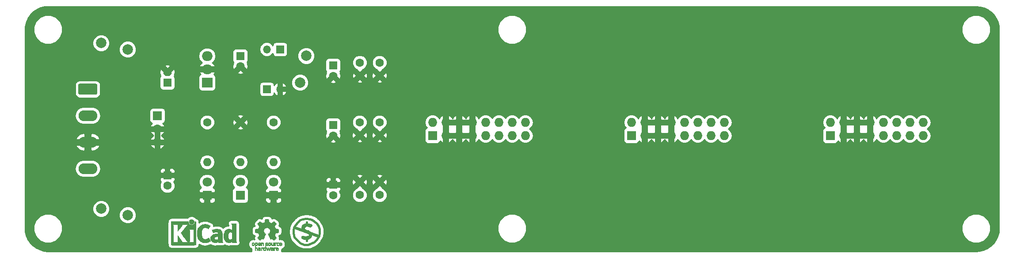
<source format=gbr>
G04 #@! TF.GenerationSoftware,KiCad,Pcbnew,(5.0.2)-1*
G04 #@! TF.CreationDate,2018-12-31T15:38:33+01:00*
G04 #@! TF.ProjectId,EuroRack_LowNoisePowerPCB,4575726f-5261-4636-9b5f-4c6f774e6f69,rev?*
G04 #@! TF.SameCoordinates,Original*
G04 #@! TF.FileFunction,Copper,L1,Top*
G04 #@! TF.FilePolarity,Positive*
%FSLAX46Y46*%
G04 Gerber Fmt 4.6, Leading zero omitted, Abs format (unit mm)*
G04 Created by KiCad (PCBNEW (5.0.2)-1) date 31/12/2018 15:38:33*
%MOMM*%
%LPD*%
G01*
G04 APERTURE LIST*
G04 #@! TA.AperFunction,EtchedComponent*
%ADD10C,0.381000*%
G04 #@! TD*
G04 #@! TA.AperFunction,EtchedComponent*
%ADD11C,0.010000*%
G04 #@! TD*
G04 #@! TA.AperFunction,ComponentPad*
%ADD12C,1.600000*%
G04 #@! TD*
G04 #@! TA.AperFunction,ComponentPad*
%ADD13R,1.600000X1.600000*%
G04 #@! TD*
G04 #@! TA.AperFunction,ComponentPad*
%ADD14R,1.800000X1.800000*%
G04 #@! TD*
G04 #@! TA.AperFunction,ComponentPad*
%ADD15C,1.800000*%
G04 #@! TD*
G04 #@! TA.AperFunction,ComponentPad*
%ADD16C,2.010000*%
G04 #@! TD*
G04 #@! TA.AperFunction,Conductor*
%ADD17C,0.100000*%
G04 #@! TD*
G04 #@! TA.AperFunction,ComponentPad*
%ADD18C,2.080000*%
G04 #@! TD*
G04 #@! TA.AperFunction,ComponentPad*
%ADD19O,3.600000X2.080000*%
G04 #@! TD*
G04 #@! TA.AperFunction,ComponentPad*
%ADD20R,1.700000X1.700000*%
G04 #@! TD*
G04 #@! TA.AperFunction,ComponentPad*
%ADD21O,1.700000X1.700000*%
G04 #@! TD*
G04 #@! TA.AperFunction,ComponentPad*
%ADD22R,1.727200X1.727200*%
G04 #@! TD*
G04 #@! TA.AperFunction,ComponentPad*
%ADD23O,1.727200X1.727200*%
G04 #@! TD*
G04 #@! TA.AperFunction,ComponentPad*
%ADD24O,1.600000X1.600000*%
G04 #@! TD*
G04 #@! TA.AperFunction,ComponentPad*
%ADD25R,2.000000X1.905000*%
G04 #@! TD*
G04 #@! TA.AperFunction,ComponentPad*
%ADD26O,2.000000X1.905000*%
G04 #@! TD*
G04 #@! TA.AperFunction,ComponentPad*
%ADD27O,1.500000X1.500000*%
G04 #@! TD*
G04 #@! TA.AperFunction,ComponentPad*
%ADD28R,1.500000X1.500000*%
G04 #@! TD*
G04 #@! TA.AperFunction,Conductor*
%ADD29C,0.254000*%
G04 #@! TD*
G04 APERTURE END LIST*
D10*
G04 #@! TO.C,REF\002A\002A*
X88229440Y-137934700D02*
X87630000Y-137835640D01*
X88630760Y-138033760D02*
X88229440Y-137934700D01*
X89131140Y-138336020D02*
X88630760Y-138033760D01*
X89628980Y-138833860D02*
X89131140Y-138336020D01*
X89931240Y-139334240D02*
X89628980Y-138833860D01*
X90129360Y-139936220D02*
X89931240Y-139334240D01*
X90129360Y-140535660D02*
X90129360Y-139936220D01*
X90030300Y-141135100D02*
X90129360Y-140535660D01*
X89628980Y-141836140D02*
X90030300Y-141135100D01*
X89131140Y-142333980D02*
X89628980Y-141836140D01*
X88529160Y-142636240D02*
X89131140Y-142333980D01*
X87929720Y-142834360D02*
X88529160Y-142636240D01*
X87129620Y-142834360D02*
X87929720Y-142834360D01*
X86431120Y-142534640D02*
X87129620Y-142834360D01*
X85930740Y-142135860D02*
X86431120Y-142534640D01*
X85328760Y-141434820D02*
X85930740Y-142135860D01*
X85130640Y-140634720D02*
X85328760Y-141434820D01*
X85130640Y-140035280D02*
X85130640Y-140634720D01*
X85229700Y-139534900D02*
X85130640Y-140035280D01*
X85430360Y-139136120D02*
X85229700Y-139534900D01*
X85930740Y-138534140D02*
X85430360Y-139136120D01*
X86431120Y-138135360D02*
X85930740Y-138534140D01*
X86928960Y-137934700D02*
X86431120Y-138135360D01*
X87530940Y-137835640D02*
X86928960Y-137934700D01*
X87630000Y-137835640D02*
X87530940Y-137835640D01*
X88331040Y-139334240D02*
X88529160Y-139136120D01*
X88028780Y-139235180D02*
X88331040Y-139334240D01*
X87729060Y-139136120D02*
X88028780Y-139235180D01*
X87330280Y-139235180D02*
X87729060Y-139136120D01*
X87129620Y-139435840D02*
X87330280Y-139235180D01*
X87030560Y-139633960D02*
X87129620Y-139435840D01*
X87129620Y-139936220D02*
X87030560Y-139633960D01*
X87330280Y-140134340D02*
X87129620Y-139936220D01*
X87929720Y-140235940D02*
X87330280Y-140134340D01*
X88331040Y-140535660D02*
X87929720Y-140235940D01*
X88430100Y-140835380D02*
X88331040Y-140535660D01*
X88430100Y-141135100D02*
X88430100Y-140835380D01*
X88331040Y-141335760D02*
X88430100Y-141135100D01*
X88130380Y-141533880D02*
X88331040Y-141335760D01*
X87830660Y-141635480D02*
X88130380Y-141533880D01*
X87129620Y-141635480D02*
X87830660Y-141635480D01*
X86829900Y-141533880D02*
X87129620Y-141635480D01*
X86829900Y-141335760D02*
X86829900Y-141533880D01*
X86928960Y-141335760D02*
X86829900Y-141335760D01*
X87429340Y-141434820D02*
X86928960Y-141335760D01*
X87929720Y-141335760D02*
X87429340Y-141434820D01*
X88229440Y-141135100D02*
X87929720Y-141335760D01*
X88229440Y-140733780D02*
X88229440Y-141135100D01*
X87929720Y-140535660D02*
X88229440Y-140733780D01*
X87129620Y-140235940D02*
X87929720Y-140535660D01*
X86928960Y-140035280D02*
X87129620Y-140235940D01*
X86829900Y-139735560D02*
X86928960Y-140035280D01*
X86829900Y-139435840D02*
X86829900Y-139735560D01*
X86928960Y-139235180D02*
X86829900Y-139435840D01*
X87129620Y-139034520D02*
X86928960Y-139235180D01*
X87330280Y-138935460D02*
X87129620Y-139034520D01*
X88028780Y-138935460D02*
X87330280Y-138935460D01*
X88430100Y-139034520D02*
X88028780Y-138935460D01*
X88529160Y-139136120D02*
X88430100Y-139034520D01*
X85328760Y-139435840D02*
X90030300Y-141135100D01*
X85229700Y-139534900D02*
X89829640Y-141234160D01*
X87630000Y-138833860D02*
X87630000Y-138534140D01*
X87630000Y-142135860D02*
X87630000Y-142034260D01*
X87630000Y-141635480D02*
X87630000Y-142135860D01*
D11*
G36*
X80386964Y-138260018D02*
X80443812Y-138561570D01*
X80863338Y-138734512D01*
X81114984Y-138563395D01*
X81185458Y-138515750D01*
X81249163Y-138473210D01*
X81303126Y-138437715D01*
X81344373Y-138411210D01*
X81369934Y-138395636D01*
X81376895Y-138392278D01*
X81389435Y-138400914D01*
X81416231Y-138424792D01*
X81454280Y-138460859D01*
X81500579Y-138506067D01*
X81552123Y-138557364D01*
X81605909Y-138611701D01*
X81658935Y-138666028D01*
X81708195Y-138717295D01*
X81750687Y-138762451D01*
X81783407Y-138798446D01*
X81803351Y-138822230D01*
X81808119Y-138830190D01*
X81801257Y-138844865D01*
X81782020Y-138877014D01*
X81752430Y-138923492D01*
X81714510Y-138981156D01*
X81670282Y-139046860D01*
X81644654Y-139084336D01*
X81597941Y-139152768D01*
X81556432Y-139214520D01*
X81522140Y-139266519D01*
X81497080Y-139305692D01*
X81483264Y-139328965D01*
X81481188Y-139333855D01*
X81485895Y-139347755D01*
X81498723Y-139380150D01*
X81517738Y-139426485D01*
X81541003Y-139482206D01*
X81566584Y-139542758D01*
X81592545Y-139603586D01*
X81616950Y-139660136D01*
X81637863Y-139707852D01*
X81653349Y-139742181D01*
X81661472Y-139758568D01*
X81661952Y-139759212D01*
X81674707Y-139762341D01*
X81708677Y-139769321D01*
X81760340Y-139779467D01*
X81826176Y-139792092D01*
X81902664Y-139806509D01*
X81947290Y-139814823D01*
X82029021Y-139830384D01*
X82102843Y-139845192D01*
X82165021Y-139858436D01*
X82211822Y-139869305D01*
X82239509Y-139876989D01*
X82245074Y-139879427D01*
X82250526Y-139895930D01*
X82254924Y-139933200D01*
X82258272Y-139986880D01*
X82260574Y-140052612D01*
X82261832Y-140126037D01*
X82262048Y-140202796D01*
X82261227Y-140278532D01*
X82259371Y-140348886D01*
X82256482Y-140409500D01*
X82252565Y-140456016D01*
X82247622Y-140484075D01*
X82244657Y-140489916D01*
X82226934Y-140496917D01*
X82189381Y-140506927D01*
X82136964Y-140518769D01*
X82074652Y-140531267D01*
X82052900Y-140535310D01*
X81948024Y-140554520D01*
X81865180Y-140569991D01*
X81801630Y-140582337D01*
X81754637Y-140592173D01*
X81721463Y-140600114D01*
X81699371Y-140606776D01*
X81685624Y-140612773D01*
X81677484Y-140618719D01*
X81676345Y-140619894D01*
X81664977Y-140638826D01*
X81647635Y-140675669D01*
X81626050Y-140725913D01*
X81601954Y-140785046D01*
X81577079Y-140848556D01*
X81553157Y-140911932D01*
X81531919Y-140970662D01*
X81515097Y-141020235D01*
X81504422Y-141056139D01*
X81501627Y-141073862D01*
X81501860Y-141074483D01*
X81511331Y-141088970D01*
X81532818Y-141120844D01*
X81564063Y-141166789D01*
X81602807Y-141223485D01*
X81646793Y-141287617D01*
X81659319Y-141305842D01*
X81703984Y-141371914D01*
X81743288Y-141432200D01*
X81775088Y-141483235D01*
X81797245Y-141521560D01*
X81807617Y-141543711D01*
X81808119Y-141546432D01*
X81799405Y-141560736D01*
X81775325Y-141589072D01*
X81738976Y-141628396D01*
X81693453Y-141675661D01*
X81641852Y-141727823D01*
X81587267Y-141781835D01*
X81532794Y-141834653D01*
X81481529Y-141883231D01*
X81436567Y-141924523D01*
X81401004Y-141955485D01*
X81377935Y-141973070D01*
X81371554Y-141975941D01*
X81356699Y-141969178D01*
X81326286Y-141950939D01*
X81285268Y-141924297D01*
X81253709Y-141902852D01*
X81196525Y-141863503D01*
X81128806Y-141817171D01*
X81060880Y-141770913D01*
X81024361Y-141746155D01*
X80900752Y-141662547D01*
X80796991Y-141718650D01*
X80749720Y-141743228D01*
X80709523Y-141762331D01*
X80682326Y-141773227D01*
X80675402Y-141774743D01*
X80667077Y-141763549D01*
X80650654Y-141731917D01*
X80627357Y-141682765D01*
X80598414Y-141619010D01*
X80565050Y-141543571D01*
X80528491Y-141459364D01*
X80489964Y-141369308D01*
X80450694Y-141276321D01*
X80411908Y-141183320D01*
X80374830Y-141093223D01*
X80340689Y-141008948D01*
X80310708Y-140933413D01*
X80286116Y-140869534D01*
X80268136Y-140820231D01*
X80257997Y-140788421D01*
X80256366Y-140777496D01*
X80269291Y-140763561D01*
X80297589Y-140740940D01*
X80335346Y-140714333D01*
X80338515Y-140712228D01*
X80436100Y-140634114D01*
X80514786Y-140542982D01*
X80573891Y-140441745D01*
X80612732Y-140333318D01*
X80630628Y-140220614D01*
X80626897Y-140106548D01*
X80600857Y-139994034D01*
X80551825Y-139885985D01*
X80537400Y-139862345D01*
X80462369Y-139766887D01*
X80373730Y-139690232D01*
X80274549Y-139632780D01*
X80167895Y-139594929D01*
X80056836Y-139577078D01*
X79944439Y-139579625D01*
X79833773Y-139602970D01*
X79727906Y-139647510D01*
X79629905Y-139713645D01*
X79599590Y-139740487D01*
X79522438Y-139824512D01*
X79466218Y-139912966D01*
X79427653Y-140012115D01*
X79406174Y-140110303D01*
X79400872Y-140220697D01*
X79418552Y-140331640D01*
X79457419Y-140439381D01*
X79515677Y-140540169D01*
X79591531Y-140630256D01*
X79683183Y-140705892D01*
X79695228Y-140713864D01*
X79733389Y-140739974D01*
X79762399Y-140762595D01*
X79776268Y-140777039D01*
X79776469Y-140777496D01*
X79773492Y-140793121D01*
X79761689Y-140828582D01*
X79742286Y-140880962D01*
X79716512Y-140947345D01*
X79685591Y-141024814D01*
X79650751Y-141110450D01*
X79613217Y-141201337D01*
X79574217Y-141294559D01*
X79534977Y-141387197D01*
X79496724Y-141476335D01*
X79460683Y-141559055D01*
X79428083Y-141632441D01*
X79400148Y-141693575D01*
X79378105Y-141739541D01*
X79363182Y-141767421D01*
X79357172Y-141774743D01*
X79338809Y-141769041D01*
X79304448Y-141753749D01*
X79260016Y-141731599D01*
X79235583Y-141718650D01*
X79131822Y-141662547D01*
X79008213Y-141746155D01*
X78945114Y-141788987D01*
X78876030Y-141836122D01*
X78811293Y-141880503D01*
X78778866Y-141902852D01*
X78733259Y-141933477D01*
X78694640Y-141957747D01*
X78668048Y-141972587D01*
X78659410Y-141975724D01*
X78646839Y-141967261D01*
X78619016Y-141943636D01*
X78578639Y-141907302D01*
X78528405Y-141860711D01*
X78471012Y-141806317D01*
X78434714Y-141771392D01*
X78371210Y-141708996D01*
X78316327Y-141653188D01*
X78272286Y-141606354D01*
X78241305Y-141570882D01*
X78225602Y-141549161D01*
X78224095Y-141544752D01*
X78231086Y-141527985D01*
X78250406Y-141494082D01*
X78279909Y-141446476D01*
X78317455Y-141388599D01*
X78360900Y-141323884D01*
X78373255Y-141305842D01*
X78418273Y-141240267D01*
X78458660Y-141181228D01*
X78492160Y-141132042D01*
X78516514Y-141096028D01*
X78529464Y-141076502D01*
X78530715Y-141074483D01*
X78528844Y-141058922D01*
X78518913Y-141024709D01*
X78502653Y-140976355D01*
X78481795Y-140918371D01*
X78458073Y-140855270D01*
X78433216Y-140791563D01*
X78408958Y-140731761D01*
X78387029Y-140680376D01*
X78369162Y-140641919D01*
X78357087Y-140620902D01*
X78356229Y-140619894D01*
X78348846Y-140613888D01*
X78336375Y-140607948D01*
X78316080Y-140601460D01*
X78285222Y-140593809D01*
X78241066Y-140584380D01*
X78180874Y-140572559D01*
X78101907Y-140557729D01*
X78001430Y-140539277D01*
X77979675Y-140535310D01*
X77915198Y-140522853D01*
X77858989Y-140510666D01*
X77816013Y-140499926D01*
X77791240Y-140491809D01*
X77787918Y-140489916D01*
X77782444Y-140473138D01*
X77777994Y-140435645D01*
X77774572Y-140381794D01*
X77772181Y-140315944D01*
X77770823Y-140242453D01*
X77770501Y-140165680D01*
X77771219Y-140089983D01*
X77772979Y-140019720D01*
X77775784Y-139959250D01*
X77779638Y-139912930D01*
X77784543Y-139885119D01*
X77787500Y-139879427D01*
X77803963Y-139873686D01*
X77841449Y-139864345D01*
X77896225Y-139852215D01*
X77964555Y-139838107D01*
X78042706Y-139822830D01*
X78085284Y-139814823D01*
X78166071Y-139799721D01*
X78238113Y-139786040D01*
X78297889Y-139774467D01*
X78341879Y-139765687D01*
X78366561Y-139760387D01*
X78370623Y-139759212D01*
X78377489Y-139745965D01*
X78392002Y-139714057D01*
X78412229Y-139668047D01*
X78436234Y-139612492D01*
X78462082Y-139551953D01*
X78487840Y-139490986D01*
X78511573Y-139434151D01*
X78531346Y-139386006D01*
X78545224Y-139351110D01*
X78551274Y-139334021D01*
X78551386Y-139333274D01*
X78544528Y-139319793D01*
X78525302Y-139288770D01*
X78495728Y-139243289D01*
X78457827Y-139186432D01*
X78413620Y-139121283D01*
X78387921Y-139083862D01*
X78341093Y-139015247D01*
X78299501Y-138952952D01*
X78265175Y-138900129D01*
X78240143Y-138859927D01*
X78226435Y-138835500D01*
X78224456Y-138830024D01*
X78232966Y-138817278D01*
X78256493Y-138790063D01*
X78292032Y-138751428D01*
X78336577Y-138704423D01*
X78387123Y-138652095D01*
X78440664Y-138597495D01*
X78494195Y-138543670D01*
X78544711Y-138493670D01*
X78589206Y-138450543D01*
X78624675Y-138417339D01*
X78648113Y-138397106D01*
X78655954Y-138392278D01*
X78668720Y-138399067D01*
X78699256Y-138418142D01*
X78744590Y-138447561D01*
X78801756Y-138485381D01*
X78867784Y-138529661D01*
X78917590Y-138563395D01*
X79169236Y-138734512D01*
X79378999Y-138648041D01*
X79588763Y-138561570D01*
X79645611Y-138260018D01*
X79702460Y-137958466D01*
X80330115Y-137958466D01*
X80386964Y-138260018D01*
X80386964Y-138260018D01*
G37*
X80386964Y-138260018D02*
X80443812Y-138561570D01*
X80863338Y-138734512D01*
X81114984Y-138563395D01*
X81185458Y-138515750D01*
X81249163Y-138473210D01*
X81303126Y-138437715D01*
X81344373Y-138411210D01*
X81369934Y-138395636D01*
X81376895Y-138392278D01*
X81389435Y-138400914D01*
X81416231Y-138424792D01*
X81454280Y-138460859D01*
X81500579Y-138506067D01*
X81552123Y-138557364D01*
X81605909Y-138611701D01*
X81658935Y-138666028D01*
X81708195Y-138717295D01*
X81750687Y-138762451D01*
X81783407Y-138798446D01*
X81803351Y-138822230D01*
X81808119Y-138830190D01*
X81801257Y-138844865D01*
X81782020Y-138877014D01*
X81752430Y-138923492D01*
X81714510Y-138981156D01*
X81670282Y-139046860D01*
X81644654Y-139084336D01*
X81597941Y-139152768D01*
X81556432Y-139214520D01*
X81522140Y-139266519D01*
X81497080Y-139305692D01*
X81483264Y-139328965D01*
X81481188Y-139333855D01*
X81485895Y-139347755D01*
X81498723Y-139380150D01*
X81517738Y-139426485D01*
X81541003Y-139482206D01*
X81566584Y-139542758D01*
X81592545Y-139603586D01*
X81616950Y-139660136D01*
X81637863Y-139707852D01*
X81653349Y-139742181D01*
X81661472Y-139758568D01*
X81661952Y-139759212D01*
X81674707Y-139762341D01*
X81708677Y-139769321D01*
X81760340Y-139779467D01*
X81826176Y-139792092D01*
X81902664Y-139806509D01*
X81947290Y-139814823D01*
X82029021Y-139830384D01*
X82102843Y-139845192D01*
X82165021Y-139858436D01*
X82211822Y-139869305D01*
X82239509Y-139876989D01*
X82245074Y-139879427D01*
X82250526Y-139895930D01*
X82254924Y-139933200D01*
X82258272Y-139986880D01*
X82260574Y-140052612D01*
X82261832Y-140126037D01*
X82262048Y-140202796D01*
X82261227Y-140278532D01*
X82259371Y-140348886D01*
X82256482Y-140409500D01*
X82252565Y-140456016D01*
X82247622Y-140484075D01*
X82244657Y-140489916D01*
X82226934Y-140496917D01*
X82189381Y-140506927D01*
X82136964Y-140518769D01*
X82074652Y-140531267D01*
X82052900Y-140535310D01*
X81948024Y-140554520D01*
X81865180Y-140569991D01*
X81801630Y-140582337D01*
X81754637Y-140592173D01*
X81721463Y-140600114D01*
X81699371Y-140606776D01*
X81685624Y-140612773D01*
X81677484Y-140618719D01*
X81676345Y-140619894D01*
X81664977Y-140638826D01*
X81647635Y-140675669D01*
X81626050Y-140725913D01*
X81601954Y-140785046D01*
X81577079Y-140848556D01*
X81553157Y-140911932D01*
X81531919Y-140970662D01*
X81515097Y-141020235D01*
X81504422Y-141056139D01*
X81501627Y-141073862D01*
X81501860Y-141074483D01*
X81511331Y-141088970D01*
X81532818Y-141120844D01*
X81564063Y-141166789D01*
X81602807Y-141223485D01*
X81646793Y-141287617D01*
X81659319Y-141305842D01*
X81703984Y-141371914D01*
X81743288Y-141432200D01*
X81775088Y-141483235D01*
X81797245Y-141521560D01*
X81807617Y-141543711D01*
X81808119Y-141546432D01*
X81799405Y-141560736D01*
X81775325Y-141589072D01*
X81738976Y-141628396D01*
X81693453Y-141675661D01*
X81641852Y-141727823D01*
X81587267Y-141781835D01*
X81532794Y-141834653D01*
X81481529Y-141883231D01*
X81436567Y-141924523D01*
X81401004Y-141955485D01*
X81377935Y-141973070D01*
X81371554Y-141975941D01*
X81356699Y-141969178D01*
X81326286Y-141950939D01*
X81285268Y-141924297D01*
X81253709Y-141902852D01*
X81196525Y-141863503D01*
X81128806Y-141817171D01*
X81060880Y-141770913D01*
X81024361Y-141746155D01*
X80900752Y-141662547D01*
X80796991Y-141718650D01*
X80749720Y-141743228D01*
X80709523Y-141762331D01*
X80682326Y-141773227D01*
X80675402Y-141774743D01*
X80667077Y-141763549D01*
X80650654Y-141731917D01*
X80627357Y-141682765D01*
X80598414Y-141619010D01*
X80565050Y-141543571D01*
X80528491Y-141459364D01*
X80489964Y-141369308D01*
X80450694Y-141276321D01*
X80411908Y-141183320D01*
X80374830Y-141093223D01*
X80340689Y-141008948D01*
X80310708Y-140933413D01*
X80286116Y-140869534D01*
X80268136Y-140820231D01*
X80257997Y-140788421D01*
X80256366Y-140777496D01*
X80269291Y-140763561D01*
X80297589Y-140740940D01*
X80335346Y-140714333D01*
X80338515Y-140712228D01*
X80436100Y-140634114D01*
X80514786Y-140542982D01*
X80573891Y-140441745D01*
X80612732Y-140333318D01*
X80630628Y-140220614D01*
X80626897Y-140106548D01*
X80600857Y-139994034D01*
X80551825Y-139885985D01*
X80537400Y-139862345D01*
X80462369Y-139766887D01*
X80373730Y-139690232D01*
X80274549Y-139632780D01*
X80167895Y-139594929D01*
X80056836Y-139577078D01*
X79944439Y-139579625D01*
X79833773Y-139602970D01*
X79727906Y-139647510D01*
X79629905Y-139713645D01*
X79599590Y-139740487D01*
X79522438Y-139824512D01*
X79466218Y-139912966D01*
X79427653Y-140012115D01*
X79406174Y-140110303D01*
X79400872Y-140220697D01*
X79418552Y-140331640D01*
X79457419Y-140439381D01*
X79515677Y-140540169D01*
X79591531Y-140630256D01*
X79683183Y-140705892D01*
X79695228Y-140713864D01*
X79733389Y-140739974D01*
X79762399Y-140762595D01*
X79776268Y-140777039D01*
X79776469Y-140777496D01*
X79773492Y-140793121D01*
X79761689Y-140828582D01*
X79742286Y-140880962D01*
X79716512Y-140947345D01*
X79685591Y-141024814D01*
X79650751Y-141110450D01*
X79613217Y-141201337D01*
X79574217Y-141294559D01*
X79534977Y-141387197D01*
X79496724Y-141476335D01*
X79460683Y-141559055D01*
X79428083Y-141632441D01*
X79400148Y-141693575D01*
X79378105Y-141739541D01*
X79363182Y-141767421D01*
X79357172Y-141774743D01*
X79338809Y-141769041D01*
X79304448Y-141753749D01*
X79260016Y-141731599D01*
X79235583Y-141718650D01*
X79131822Y-141662547D01*
X79008213Y-141746155D01*
X78945114Y-141788987D01*
X78876030Y-141836122D01*
X78811293Y-141880503D01*
X78778866Y-141902852D01*
X78733259Y-141933477D01*
X78694640Y-141957747D01*
X78668048Y-141972587D01*
X78659410Y-141975724D01*
X78646839Y-141967261D01*
X78619016Y-141943636D01*
X78578639Y-141907302D01*
X78528405Y-141860711D01*
X78471012Y-141806317D01*
X78434714Y-141771392D01*
X78371210Y-141708996D01*
X78316327Y-141653188D01*
X78272286Y-141606354D01*
X78241305Y-141570882D01*
X78225602Y-141549161D01*
X78224095Y-141544752D01*
X78231086Y-141527985D01*
X78250406Y-141494082D01*
X78279909Y-141446476D01*
X78317455Y-141388599D01*
X78360900Y-141323884D01*
X78373255Y-141305842D01*
X78418273Y-141240267D01*
X78458660Y-141181228D01*
X78492160Y-141132042D01*
X78516514Y-141096028D01*
X78529464Y-141076502D01*
X78530715Y-141074483D01*
X78528844Y-141058922D01*
X78518913Y-141024709D01*
X78502653Y-140976355D01*
X78481795Y-140918371D01*
X78458073Y-140855270D01*
X78433216Y-140791563D01*
X78408958Y-140731761D01*
X78387029Y-140680376D01*
X78369162Y-140641919D01*
X78357087Y-140620902D01*
X78356229Y-140619894D01*
X78348846Y-140613888D01*
X78336375Y-140607948D01*
X78316080Y-140601460D01*
X78285222Y-140593809D01*
X78241066Y-140584380D01*
X78180874Y-140572559D01*
X78101907Y-140557729D01*
X78001430Y-140539277D01*
X77979675Y-140535310D01*
X77915198Y-140522853D01*
X77858989Y-140510666D01*
X77816013Y-140499926D01*
X77791240Y-140491809D01*
X77787918Y-140489916D01*
X77782444Y-140473138D01*
X77777994Y-140435645D01*
X77774572Y-140381794D01*
X77772181Y-140315944D01*
X77770823Y-140242453D01*
X77770501Y-140165680D01*
X77771219Y-140089983D01*
X77772979Y-140019720D01*
X77775784Y-139959250D01*
X77779638Y-139912930D01*
X77784543Y-139885119D01*
X77787500Y-139879427D01*
X77803963Y-139873686D01*
X77841449Y-139864345D01*
X77896225Y-139852215D01*
X77964555Y-139838107D01*
X78042706Y-139822830D01*
X78085284Y-139814823D01*
X78166071Y-139799721D01*
X78238113Y-139786040D01*
X78297889Y-139774467D01*
X78341879Y-139765687D01*
X78366561Y-139760387D01*
X78370623Y-139759212D01*
X78377489Y-139745965D01*
X78392002Y-139714057D01*
X78412229Y-139668047D01*
X78436234Y-139612492D01*
X78462082Y-139551953D01*
X78487840Y-139490986D01*
X78511573Y-139434151D01*
X78531346Y-139386006D01*
X78545224Y-139351110D01*
X78551274Y-139334021D01*
X78551386Y-139333274D01*
X78544528Y-139319793D01*
X78525302Y-139288770D01*
X78495728Y-139243289D01*
X78457827Y-139186432D01*
X78413620Y-139121283D01*
X78387921Y-139083862D01*
X78341093Y-139015247D01*
X78299501Y-138952952D01*
X78265175Y-138900129D01*
X78240143Y-138859927D01*
X78226435Y-138835500D01*
X78224456Y-138830024D01*
X78232966Y-138817278D01*
X78256493Y-138790063D01*
X78292032Y-138751428D01*
X78336577Y-138704423D01*
X78387123Y-138652095D01*
X78440664Y-138597495D01*
X78494195Y-138543670D01*
X78544711Y-138493670D01*
X78589206Y-138450543D01*
X78624675Y-138417339D01*
X78648113Y-138397106D01*
X78655954Y-138392278D01*
X78668720Y-138399067D01*
X78699256Y-138418142D01*
X78744590Y-138447561D01*
X78801756Y-138485381D01*
X78867784Y-138529661D01*
X78917590Y-138563395D01*
X79169236Y-138734512D01*
X79378999Y-138648041D01*
X79588763Y-138561570D01*
X79645611Y-138260018D01*
X79702460Y-137958466D01*
X80330115Y-137958466D01*
X80386964Y-138260018D01*
G36*
X81809460Y-142428030D02*
X81852711Y-142441245D01*
X81880558Y-142457941D01*
X81889629Y-142471145D01*
X81887132Y-142486797D01*
X81870931Y-142511385D01*
X81857232Y-142528800D01*
X81828992Y-142560283D01*
X81807775Y-142573529D01*
X81789688Y-142572664D01*
X81736035Y-142559010D01*
X81696630Y-142559630D01*
X81664632Y-142575104D01*
X81653890Y-142584161D01*
X81619505Y-142616027D01*
X81619505Y-143032179D01*
X81481188Y-143032179D01*
X81481188Y-142428614D01*
X81550347Y-142428614D01*
X81591869Y-142430256D01*
X81613291Y-142436087D01*
X81619502Y-142447461D01*
X81619505Y-142447798D01*
X81622439Y-142459713D01*
X81635704Y-142458159D01*
X81654084Y-142449563D01*
X81692046Y-142433568D01*
X81722872Y-142423945D01*
X81762536Y-142421478D01*
X81809460Y-142428030D01*
X81809460Y-142428030D01*
G37*
X81809460Y-142428030D02*
X81852711Y-142441245D01*
X81880558Y-142457941D01*
X81889629Y-142471145D01*
X81887132Y-142486797D01*
X81870931Y-142511385D01*
X81857232Y-142528800D01*
X81828992Y-142560283D01*
X81807775Y-142573529D01*
X81789688Y-142572664D01*
X81736035Y-142559010D01*
X81696630Y-142559630D01*
X81664632Y-142575104D01*
X81653890Y-142584161D01*
X81619505Y-142616027D01*
X81619505Y-143032179D01*
X81481188Y-143032179D01*
X81481188Y-142428614D01*
X81550347Y-142428614D01*
X81591869Y-142430256D01*
X81613291Y-142436087D01*
X81619502Y-142447461D01*
X81619505Y-142447798D01*
X81622439Y-142459713D01*
X81635704Y-142458159D01*
X81654084Y-142449563D01*
X81692046Y-142433568D01*
X81722872Y-142423945D01*
X81762536Y-142421478D01*
X81809460Y-142428030D01*
G36*
X79255988Y-142439002D02*
X79287283Y-142453950D01*
X79317591Y-142475541D01*
X79340682Y-142500391D01*
X79357500Y-142532087D01*
X79368994Y-142574214D01*
X79376109Y-142630358D01*
X79379793Y-142704106D01*
X79380992Y-142799044D01*
X79381011Y-142808985D01*
X79381287Y-143032179D01*
X79242970Y-143032179D01*
X79242970Y-142826418D01*
X79242872Y-142750189D01*
X79242191Y-142694939D01*
X79240349Y-142656501D01*
X79236767Y-142630706D01*
X79230868Y-142613384D01*
X79222073Y-142600368D01*
X79209820Y-142587507D01*
X79166953Y-142559873D01*
X79120157Y-142554745D01*
X79075576Y-142572217D01*
X79060072Y-142585221D01*
X79048690Y-142597447D01*
X79040519Y-142610540D01*
X79035026Y-142628615D01*
X79031680Y-142655787D01*
X79029949Y-142696170D01*
X79029303Y-142753879D01*
X79029208Y-142824132D01*
X79029208Y-143032179D01*
X78890891Y-143032179D01*
X78890891Y-142428614D01*
X78960050Y-142428614D01*
X79001572Y-142430256D01*
X79022994Y-142436087D01*
X79029205Y-142447461D01*
X79029208Y-142447798D01*
X79032090Y-142458938D01*
X79044801Y-142457674D01*
X79070074Y-142445434D01*
X79127395Y-142427424D01*
X79192963Y-142425421D01*
X79255988Y-142439002D01*
X79255988Y-142439002D01*
G37*
X79255988Y-142439002D02*
X79287283Y-142453950D01*
X79317591Y-142475541D01*
X79340682Y-142500391D01*
X79357500Y-142532087D01*
X79368994Y-142574214D01*
X79376109Y-142630358D01*
X79379793Y-142704106D01*
X79380992Y-142799044D01*
X79381011Y-142808985D01*
X79381287Y-143032179D01*
X79242970Y-143032179D01*
X79242970Y-142826418D01*
X79242872Y-142750189D01*
X79242191Y-142694939D01*
X79240349Y-142656501D01*
X79236767Y-142630706D01*
X79230868Y-142613384D01*
X79222073Y-142600368D01*
X79209820Y-142587507D01*
X79166953Y-142559873D01*
X79120157Y-142554745D01*
X79075576Y-142572217D01*
X79060072Y-142585221D01*
X79048690Y-142597447D01*
X79040519Y-142610540D01*
X79035026Y-142628615D01*
X79031680Y-142655787D01*
X79029949Y-142696170D01*
X79029303Y-142753879D01*
X79029208Y-142824132D01*
X79029208Y-143032179D01*
X78890891Y-143032179D01*
X78890891Y-142428614D01*
X78960050Y-142428614D01*
X79001572Y-142430256D01*
X79022994Y-142436087D01*
X79029205Y-142447461D01*
X79029208Y-142447798D01*
X79032090Y-142458938D01*
X79044801Y-142457674D01*
X79070074Y-142445434D01*
X79127395Y-142427424D01*
X79192963Y-142425421D01*
X79255988Y-142439002D01*
G36*
X82687898Y-142426457D02*
X82720096Y-142434279D01*
X82781825Y-142462921D01*
X82834610Y-142506667D01*
X82871141Y-142559117D01*
X82876160Y-142570893D01*
X82883045Y-142601740D01*
X82887864Y-142647371D01*
X82889505Y-142693492D01*
X82889505Y-142780693D01*
X82707178Y-142780693D01*
X82631979Y-142780978D01*
X82579003Y-142782704D01*
X82545325Y-142787181D01*
X82528020Y-142795720D01*
X82524163Y-142809630D01*
X82530829Y-142830222D01*
X82542770Y-142854315D01*
X82576080Y-142894525D01*
X82622368Y-142914558D01*
X82678944Y-142913905D01*
X82743031Y-142892101D01*
X82798417Y-142865193D01*
X82844375Y-142901532D01*
X82890333Y-142937872D01*
X82847096Y-142977819D01*
X82789374Y-143015563D01*
X82718386Y-143038320D01*
X82642029Y-143044688D01*
X82568199Y-143033268D01*
X82556287Y-143029393D01*
X82491399Y-142995506D01*
X82443130Y-142944986D01*
X82410465Y-142876325D01*
X82392385Y-142788014D01*
X82392175Y-142786121D01*
X82390556Y-142689878D01*
X82397100Y-142655542D01*
X82524852Y-142655542D01*
X82536584Y-142660822D01*
X82568438Y-142664867D01*
X82615397Y-142667176D01*
X82645154Y-142667525D01*
X82700648Y-142667306D01*
X82735346Y-142665916D01*
X82753601Y-142662251D01*
X82759766Y-142655210D01*
X82758195Y-142643690D01*
X82756878Y-142639233D01*
X82734382Y-142597355D01*
X82699003Y-142563604D01*
X82667780Y-142548773D01*
X82626301Y-142549668D01*
X82584269Y-142568164D01*
X82549012Y-142598786D01*
X82527854Y-142636062D01*
X82524852Y-142655542D01*
X82397100Y-142655542D01*
X82406690Y-142605229D01*
X82438698Y-142534191D01*
X82484701Y-142478779D01*
X82542821Y-142441009D01*
X82611180Y-142422896D01*
X82687898Y-142426457D01*
X82687898Y-142426457D01*
G37*
X82687898Y-142426457D02*
X82720096Y-142434279D01*
X82781825Y-142462921D01*
X82834610Y-142506667D01*
X82871141Y-142559117D01*
X82876160Y-142570893D01*
X82883045Y-142601740D01*
X82887864Y-142647371D01*
X82889505Y-142693492D01*
X82889505Y-142780693D01*
X82707178Y-142780693D01*
X82631979Y-142780978D01*
X82579003Y-142782704D01*
X82545325Y-142787181D01*
X82528020Y-142795720D01*
X82524163Y-142809630D01*
X82530829Y-142830222D01*
X82542770Y-142854315D01*
X82576080Y-142894525D01*
X82622368Y-142914558D01*
X82678944Y-142913905D01*
X82743031Y-142892101D01*
X82798417Y-142865193D01*
X82844375Y-142901532D01*
X82890333Y-142937872D01*
X82847096Y-142977819D01*
X82789374Y-143015563D01*
X82718386Y-143038320D01*
X82642029Y-143044688D01*
X82568199Y-143033268D01*
X82556287Y-143029393D01*
X82491399Y-142995506D01*
X82443130Y-142944986D01*
X82410465Y-142876325D01*
X82392385Y-142788014D01*
X82392175Y-142786121D01*
X82390556Y-142689878D01*
X82397100Y-142655542D01*
X82524852Y-142655542D01*
X82536584Y-142660822D01*
X82568438Y-142664867D01*
X82615397Y-142667176D01*
X82645154Y-142667525D01*
X82700648Y-142667306D01*
X82735346Y-142665916D01*
X82753601Y-142662251D01*
X82759766Y-142655210D01*
X82758195Y-142643690D01*
X82756878Y-142639233D01*
X82734382Y-142597355D01*
X82699003Y-142563604D01*
X82667780Y-142548773D01*
X82626301Y-142549668D01*
X82584269Y-142568164D01*
X82549012Y-142598786D01*
X82527854Y-142636062D01*
X82524852Y-142655542D01*
X82397100Y-142655542D01*
X82406690Y-142605229D01*
X82438698Y-142534191D01*
X82484701Y-142478779D01*
X82542821Y-142441009D01*
X82611180Y-142422896D01*
X82687898Y-142426457D01*
G36*
X82227226Y-142433880D02*
X82300080Y-142464830D01*
X82323027Y-142479895D01*
X82352354Y-142503048D01*
X82370764Y-142521253D01*
X82373961Y-142527183D01*
X82364935Y-142540340D01*
X82341837Y-142562667D01*
X82323344Y-142578250D01*
X82272728Y-142618926D01*
X82232760Y-142585295D01*
X82201874Y-142563584D01*
X82171759Y-142556090D01*
X82137292Y-142557920D01*
X82082561Y-142571528D01*
X82044886Y-142599772D01*
X82021991Y-142645433D01*
X82011597Y-142711289D01*
X82011595Y-142711331D01*
X82012494Y-142784939D01*
X82026463Y-142838946D01*
X82054328Y-142875716D01*
X82073325Y-142888168D01*
X82123776Y-142903673D01*
X82177663Y-142903683D01*
X82224546Y-142888638D01*
X82235644Y-142881287D01*
X82263476Y-142862511D01*
X82285236Y-142859434D01*
X82308704Y-142873409D01*
X82334649Y-142898510D01*
X82375716Y-142940880D01*
X82330121Y-142978464D01*
X82259674Y-143020882D01*
X82180233Y-143041785D01*
X82097215Y-143040272D01*
X82042694Y-143026411D01*
X81978970Y-142992135D01*
X81928005Y-142938212D01*
X81904851Y-142900149D01*
X81886099Y-142845536D01*
X81876715Y-142776369D01*
X81876643Y-142701407D01*
X81885824Y-142629409D01*
X81904199Y-142569137D01*
X81907093Y-142562958D01*
X81949952Y-142502351D01*
X82007979Y-142458224D01*
X82076591Y-142431493D01*
X82151201Y-142423073D01*
X82227226Y-142433880D01*
X82227226Y-142433880D01*
G37*
X82227226Y-142433880D02*
X82300080Y-142464830D01*
X82323027Y-142479895D01*
X82352354Y-142503048D01*
X82370764Y-142521253D01*
X82373961Y-142527183D01*
X82364935Y-142540340D01*
X82341837Y-142562667D01*
X82323344Y-142578250D01*
X82272728Y-142618926D01*
X82232760Y-142585295D01*
X82201874Y-142563584D01*
X82171759Y-142556090D01*
X82137292Y-142557920D01*
X82082561Y-142571528D01*
X82044886Y-142599772D01*
X82021991Y-142645433D01*
X82011597Y-142711289D01*
X82011595Y-142711331D01*
X82012494Y-142784939D01*
X82026463Y-142838946D01*
X82054328Y-142875716D01*
X82073325Y-142888168D01*
X82123776Y-142903673D01*
X82177663Y-142903683D01*
X82224546Y-142888638D01*
X82235644Y-142881287D01*
X82263476Y-142862511D01*
X82285236Y-142859434D01*
X82308704Y-142873409D01*
X82334649Y-142898510D01*
X82375716Y-142940880D01*
X82330121Y-142978464D01*
X82259674Y-143020882D01*
X82180233Y-143041785D01*
X82097215Y-143040272D01*
X82042694Y-143026411D01*
X81978970Y-142992135D01*
X81928005Y-142938212D01*
X81904851Y-142900149D01*
X81886099Y-142845536D01*
X81876715Y-142776369D01*
X81876643Y-142701407D01*
X81885824Y-142629409D01*
X81904199Y-142569137D01*
X81907093Y-142562958D01*
X81949952Y-142502351D01*
X82007979Y-142458224D01*
X82076591Y-142431493D01*
X82151201Y-142423073D01*
X82227226Y-142433880D01*
G36*
X81003367Y-142624342D02*
X81004555Y-142716563D01*
X81008897Y-142786610D01*
X81017558Y-142837381D01*
X81031704Y-142871772D01*
X81052500Y-142892679D01*
X81081110Y-142903000D01*
X81116535Y-142905636D01*
X81153636Y-142902682D01*
X81181818Y-142891889D01*
X81202243Y-142870360D01*
X81216079Y-142835199D01*
X81224491Y-142783510D01*
X81228643Y-142712394D01*
X81229703Y-142624342D01*
X81229703Y-142428614D01*
X81368020Y-142428614D01*
X81368020Y-143032179D01*
X81298862Y-143032179D01*
X81257170Y-143030489D01*
X81235701Y-143024556D01*
X81229703Y-143013293D01*
X81226091Y-143003261D01*
X81211714Y-143005383D01*
X81182736Y-143019580D01*
X81116319Y-143041480D01*
X81045875Y-143039928D01*
X80978377Y-143016147D01*
X80946233Y-142997362D01*
X80921715Y-142977022D01*
X80903804Y-142951573D01*
X80891479Y-142917458D01*
X80883723Y-142871121D01*
X80879516Y-142809007D01*
X80877840Y-142727561D01*
X80877624Y-142664578D01*
X80877624Y-142428614D01*
X81003367Y-142428614D01*
X81003367Y-142624342D01*
X81003367Y-142624342D01*
G37*
X81003367Y-142624342D02*
X81004555Y-142716563D01*
X81008897Y-142786610D01*
X81017558Y-142837381D01*
X81031704Y-142871772D01*
X81052500Y-142892679D01*
X81081110Y-142903000D01*
X81116535Y-142905636D01*
X81153636Y-142902682D01*
X81181818Y-142891889D01*
X81202243Y-142870360D01*
X81216079Y-142835199D01*
X81224491Y-142783510D01*
X81228643Y-142712394D01*
X81229703Y-142624342D01*
X81229703Y-142428614D01*
X81368020Y-142428614D01*
X81368020Y-143032179D01*
X81298862Y-143032179D01*
X81257170Y-143030489D01*
X81235701Y-143024556D01*
X81229703Y-143013293D01*
X81226091Y-143003261D01*
X81211714Y-143005383D01*
X81182736Y-143019580D01*
X81116319Y-143041480D01*
X81045875Y-143039928D01*
X80978377Y-143016147D01*
X80946233Y-142997362D01*
X80921715Y-142977022D01*
X80903804Y-142951573D01*
X80891479Y-142917458D01*
X80883723Y-142871121D01*
X80879516Y-142809007D01*
X80877840Y-142727561D01*
X80877624Y-142664578D01*
X80877624Y-142428614D01*
X81003367Y-142428614D01*
X81003367Y-142624342D01*
G36*
X80620762Y-142436055D02*
X80684363Y-142470692D01*
X80734123Y-142525372D01*
X80757568Y-142569842D01*
X80767634Y-142609121D01*
X80774156Y-142665116D01*
X80776951Y-142729621D01*
X80775836Y-142794429D01*
X80770626Y-142851334D01*
X80764541Y-142881727D01*
X80744014Y-142923306D01*
X80708463Y-142967468D01*
X80665619Y-143006087D01*
X80623211Y-143031034D01*
X80622177Y-143031430D01*
X80569553Y-143042331D01*
X80507188Y-143042601D01*
X80447924Y-143032676D01*
X80425040Y-143024722D01*
X80366102Y-142991300D01*
X80323890Y-142947511D01*
X80296156Y-142889538D01*
X80280651Y-142813565D01*
X80277143Y-142773771D01*
X80277590Y-142723766D01*
X80412376Y-142723766D01*
X80416917Y-142796732D01*
X80429986Y-142852334D01*
X80450756Y-142887861D01*
X80465552Y-142898020D01*
X80503464Y-142905104D01*
X80548527Y-142903007D01*
X80587487Y-142892812D01*
X80597704Y-142887204D01*
X80624659Y-142854538D01*
X80642451Y-142804545D01*
X80650024Y-142743705D01*
X80646325Y-142678497D01*
X80638057Y-142639253D01*
X80614320Y-142593805D01*
X80576849Y-142565396D01*
X80531720Y-142555573D01*
X80485011Y-142565887D01*
X80449132Y-142591112D01*
X80430277Y-142611925D01*
X80419272Y-142632439D01*
X80414026Y-142660203D01*
X80412449Y-142702762D01*
X80412376Y-142723766D01*
X80277590Y-142723766D01*
X80278094Y-142667580D01*
X80295388Y-142580501D01*
X80329029Y-142512530D01*
X80379018Y-142463664D01*
X80445356Y-142433899D01*
X80459601Y-142430448D01*
X80545210Y-142422345D01*
X80620762Y-142436055D01*
X80620762Y-142436055D01*
G37*
X80620762Y-142436055D02*
X80684363Y-142470692D01*
X80734123Y-142525372D01*
X80757568Y-142569842D01*
X80767634Y-142609121D01*
X80774156Y-142665116D01*
X80776951Y-142729621D01*
X80775836Y-142794429D01*
X80770626Y-142851334D01*
X80764541Y-142881727D01*
X80744014Y-142923306D01*
X80708463Y-142967468D01*
X80665619Y-143006087D01*
X80623211Y-143031034D01*
X80622177Y-143031430D01*
X80569553Y-143042331D01*
X80507188Y-143042601D01*
X80447924Y-143032676D01*
X80425040Y-143024722D01*
X80366102Y-142991300D01*
X80323890Y-142947511D01*
X80296156Y-142889538D01*
X80280651Y-142813565D01*
X80277143Y-142773771D01*
X80277590Y-142723766D01*
X80412376Y-142723766D01*
X80416917Y-142796732D01*
X80429986Y-142852334D01*
X80450756Y-142887861D01*
X80465552Y-142898020D01*
X80503464Y-142905104D01*
X80548527Y-142903007D01*
X80587487Y-142892812D01*
X80597704Y-142887204D01*
X80624659Y-142854538D01*
X80642451Y-142804545D01*
X80650024Y-142743705D01*
X80646325Y-142678497D01*
X80638057Y-142639253D01*
X80614320Y-142593805D01*
X80576849Y-142565396D01*
X80531720Y-142555573D01*
X80485011Y-142565887D01*
X80449132Y-142591112D01*
X80430277Y-142611925D01*
X80419272Y-142632439D01*
X80414026Y-142660203D01*
X80412449Y-142702762D01*
X80412376Y-142723766D01*
X80277590Y-142723766D01*
X80278094Y-142667580D01*
X80295388Y-142580501D01*
X80329029Y-142512530D01*
X80379018Y-142463664D01*
X80445356Y-142433899D01*
X80459601Y-142430448D01*
X80545210Y-142422345D01*
X80620762Y-142436055D01*
G36*
X80024017Y-142426452D02*
X80071634Y-142435482D01*
X80121034Y-142454370D01*
X80126312Y-142456777D01*
X80163774Y-142476476D01*
X80189717Y-142494781D01*
X80198103Y-142506508D01*
X80190117Y-142525632D01*
X80170720Y-142553850D01*
X80162110Y-142564384D01*
X80126628Y-142605847D01*
X80080885Y-142578858D01*
X80037350Y-142560878D01*
X79987050Y-142551267D01*
X79938812Y-142550660D01*
X79901467Y-142559691D01*
X79892505Y-142565327D01*
X79875437Y-142591171D01*
X79873363Y-142620941D01*
X79886134Y-142644197D01*
X79893688Y-142648708D01*
X79916325Y-142654309D01*
X79956115Y-142660892D01*
X80005166Y-142667183D01*
X80014215Y-142668170D01*
X80092996Y-142681798D01*
X80150136Y-142704946D01*
X80188030Y-142739752D01*
X80209079Y-142788354D01*
X80215635Y-142847718D01*
X80206577Y-142915198D01*
X80177164Y-142968188D01*
X80127278Y-143006783D01*
X80056800Y-143031081D01*
X79978565Y-143040667D01*
X79914766Y-143040552D01*
X79863016Y-143031845D01*
X79827673Y-143019825D01*
X79783017Y-142998880D01*
X79741747Y-142974574D01*
X79727079Y-142963876D01*
X79689357Y-142933084D01*
X79734852Y-142887049D01*
X79780347Y-142841013D01*
X79832072Y-142875243D01*
X79883952Y-142900952D01*
X79939351Y-142914399D01*
X79992605Y-142915818D01*
X80038049Y-142905443D01*
X80070016Y-142883507D01*
X80080338Y-142864998D01*
X80078789Y-142835314D01*
X80053140Y-142812615D01*
X80003460Y-142796940D01*
X79949031Y-142789695D01*
X79865264Y-142775873D01*
X79803033Y-142749796D01*
X79761507Y-142710699D01*
X79739853Y-142657820D01*
X79736853Y-142595126D01*
X79751671Y-142529642D01*
X79785454Y-142480144D01*
X79838505Y-142446408D01*
X79911126Y-142428207D01*
X79964928Y-142424639D01*
X80024017Y-142426452D01*
X80024017Y-142426452D01*
G37*
X80024017Y-142426452D02*
X80071634Y-142435482D01*
X80121034Y-142454370D01*
X80126312Y-142456777D01*
X80163774Y-142476476D01*
X80189717Y-142494781D01*
X80198103Y-142506508D01*
X80190117Y-142525632D01*
X80170720Y-142553850D01*
X80162110Y-142564384D01*
X80126628Y-142605847D01*
X80080885Y-142578858D01*
X80037350Y-142560878D01*
X79987050Y-142551267D01*
X79938812Y-142550660D01*
X79901467Y-142559691D01*
X79892505Y-142565327D01*
X79875437Y-142591171D01*
X79873363Y-142620941D01*
X79886134Y-142644197D01*
X79893688Y-142648708D01*
X79916325Y-142654309D01*
X79956115Y-142660892D01*
X80005166Y-142667183D01*
X80014215Y-142668170D01*
X80092996Y-142681798D01*
X80150136Y-142704946D01*
X80188030Y-142739752D01*
X80209079Y-142788354D01*
X80215635Y-142847718D01*
X80206577Y-142915198D01*
X80177164Y-142968188D01*
X80127278Y-143006783D01*
X80056800Y-143031081D01*
X79978565Y-143040667D01*
X79914766Y-143040552D01*
X79863016Y-143031845D01*
X79827673Y-143019825D01*
X79783017Y-142998880D01*
X79741747Y-142974574D01*
X79727079Y-142963876D01*
X79689357Y-142933084D01*
X79734852Y-142887049D01*
X79780347Y-142841013D01*
X79832072Y-142875243D01*
X79883952Y-142900952D01*
X79939351Y-142914399D01*
X79992605Y-142915818D01*
X80038049Y-142905443D01*
X80070016Y-142883507D01*
X80080338Y-142864998D01*
X80078789Y-142835314D01*
X80053140Y-142812615D01*
X80003460Y-142796940D01*
X79949031Y-142789695D01*
X79865264Y-142775873D01*
X79803033Y-142749796D01*
X79761507Y-142710699D01*
X79739853Y-142657820D01*
X79736853Y-142595126D01*
X79751671Y-142529642D01*
X79785454Y-142480144D01*
X79838505Y-142446408D01*
X79911126Y-142428207D01*
X79964928Y-142424639D01*
X80024017Y-142426452D01*
G36*
X78653301Y-142442614D02*
X78665832Y-142448514D01*
X78709201Y-142480283D01*
X78750210Y-142526646D01*
X78780832Y-142577696D01*
X78789541Y-142601166D01*
X78797488Y-142643091D01*
X78802226Y-142693757D01*
X78802801Y-142714679D01*
X78802871Y-142780693D01*
X78422917Y-142780693D01*
X78431017Y-142815273D01*
X78450896Y-142856170D01*
X78485653Y-142891514D01*
X78527002Y-142914282D01*
X78553351Y-142919010D01*
X78589084Y-142913273D01*
X78631718Y-142898882D01*
X78646201Y-142892262D01*
X78699760Y-142865513D01*
X78745467Y-142900376D01*
X78771842Y-142923955D01*
X78785876Y-142943417D01*
X78786586Y-142949129D01*
X78774049Y-142962973D01*
X78746572Y-142984012D01*
X78721634Y-143000425D01*
X78654336Y-143029930D01*
X78578890Y-143043284D01*
X78504112Y-143039812D01*
X78444505Y-143021663D01*
X78383059Y-142982784D01*
X78339392Y-142931595D01*
X78312074Y-142865367D01*
X78299678Y-142781371D01*
X78298579Y-142742936D01*
X78302978Y-142654861D01*
X78303518Y-142652299D01*
X78429418Y-142652299D01*
X78432885Y-142660558D01*
X78447137Y-142665113D01*
X78476530Y-142667065D01*
X78525425Y-142667517D01*
X78544252Y-142667525D01*
X78601533Y-142666843D01*
X78637859Y-142664364D01*
X78657396Y-142659443D01*
X78664310Y-142651434D01*
X78664555Y-142648862D01*
X78656664Y-142628423D01*
X78636915Y-142599789D01*
X78628425Y-142589763D01*
X78596906Y-142561408D01*
X78564051Y-142550259D01*
X78546349Y-142549327D01*
X78498461Y-142560981D01*
X78458301Y-142592285D01*
X78432827Y-142637752D01*
X78432375Y-142639233D01*
X78429418Y-142652299D01*
X78303518Y-142652299D01*
X78317608Y-142585510D01*
X78343962Y-142530025D01*
X78376193Y-142490639D01*
X78435783Y-142447931D01*
X78505832Y-142425109D01*
X78580339Y-142423046D01*
X78653301Y-142442614D01*
X78653301Y-142442614D01*
G37*
X78653301Y-142442614D02*
X78665832Y-142448514D01*
X78709201Y-142480283D01*
X78750210Y-142526646D01*
X78780832Y-142577696D01*
X78789541Y-142601166D01*
X78797488Y-142643091D01*
X78802226Y-142693757D01*
X78802801Y-142714679D01*
X78802871Y-142780693D01*
X78422917Y-142780693D01*
X78431017Y-142815273D01*
X78450896Y-142856170D01*
X78485653Y-142891514D01*
X78527002Y-142914282D01*
X78553351Y-142919010D01*
X78589084Y-142913273D01*
X78631718Y-142898882D01*
X78646201Y-142892262D01*
X78699760Y-142865513D01*
X78745467Y-142900376D01*
X78771842Y-142923955D01*
X78785876Y-142943417D01*
X78786586Y-142949129D01*
X78774049Y-142962973D01*
X78746572Y-142984012D01*
X78721634Y-143000425D01*
X78654336Y-143029930D01*
X78578890Y-143043284D01*
X78504112Y-143039812D01*
X78444505Y-143021663D01*
X78383059Y-142982784D01*
X78339392Y-142931595D01*
X78312074Y-142865367D01*
X78299678Y-142781371D01*
X78298579Y-142742936D01*
X78302978Y-142654861D01*
X78303518Y-142652299D01*
X78429418Y-142652299D01*
X78432885Y-142660558D01*
X78447137Y-142665113D01*
X78476530Y-142667065D01*
X78525425Y-142667517D01*
X78544252Y-142667525D01*
X78601533Y-142666843D01*
X78637859Y-142664364D01*
X78657396Y-142659443D01*
X78664310Y-142651434D01*
X78664555Y-142648862D01*
X78656664Y-142628423D01*
X78636915Y-142599789D01*
X78628425Y-142589763D01*
X78596906Y-142561408D01*
X78564051Y-142550259D01*
X78546349Y-142549327D01*
X78498461Y-142560981D01*
X78458301Y-142592285D01*
X78432827Y-142637752D01*
X78432375Y-142639233D01*
X78429418Y-142652299D01*
X78303518Y-142652299D01*
X78317608Y-142585510D01*
X78343962Y-142530025D01*
X78376193Y-142490639D01*
X78435783Y-142447931D01*
X78505832Y-142425109D01*
X78580339Y-142423046D01*
X78653301Y-142442614D01*
G36*
X77471739Y-142435148D02*
X77537521Y-142464231D01*
X77587460Y-142512793D01*
X77621626Y-142580908D01*
X77640093Y-142668651D01*
X77641417Y-142682351D01*
X77642454Y-142778939D01*
X77629007Y-142863602D01*
X77601892Y-142932221D01*
X77587373Y-142954294D01*
X77536799Y-143001011D01*
X77472391Y-143031268D01*
X77400334Y-143043824D01*
X77326815Y-143037439D01*
X77270928Y-143017772D01*
X77222868Y-142984629D01*
X77183588Y-142941175D01*
X77182908Y-142940158D01*
X77166956Y-142913338D01*
X77156590Y-142886368D01*
X77150312Y-142852332D01*
X77146627Y-142804310D01*
X77145003Y-142764931D01*
X77144328Y-142729219D01*
X77270045Y-142729219D01*
X77271274Y-142764770D01*
X77275734Y-142812094D01*
X77283603Y-142842465D01*
X77297793Y-142864072D01*
X77311083Y-142876694D01*
X77358198Y-142903122D01*
X77407495Y-142906653D01*
X77453407Y-142887639D01*
X77476362Y-142866331D01*
X77492904Y-142844859D01*
X77502579Y-142824313D01*
X77506826Y-142797574D01*
X77507080Y-142757523D01*
X77505772Y-142720638D01*
X77502957Y-142667947D01*
X77498495Y-142633772D01*
X77490452Y-142611480D01*
X77476897Y-142594442D01*
X77466155Y-142584703D01*
X77421223Y-142559123D01*
X77372751Y-142557847D01*
X77332106Y-142572999D01*
X77297433Y-142604642D01*
X77276776Y-142656620D01*
X77270045Y-142729219D01*
X77144328Y-142729219D01*
X77143521Y-142686621D01*
X77146052Y-142628056D01*
X77153638Y-142584007D01*
X77167319Y-142549248D01*
X77188135Y-142518551D01*
X77195853Y-142509436D01*
X77244111Y-142464021D01*
X77295872Y-142437493D01*
X77359172Y-142426379D01*
X77390039Y-142425471D01*
X77471739Y-142435148D01*
X77471739Y-142435148D01*
G37*
X77471739Y-142435148D02*
X77537521Y-142464231D01*
X77587460Y-142512793D01*
X77621626Y-142580908D01*
X77640093Y-142668651D01*
X77641417Y-142682351D01*
X77642454Y-142778939D01*
X77629007Y-142863602D01*
X77601892Y-142932221D01*
X77587373Y-142954294D01*
X77536799Y-143001011D01*
X77472391Y-143031268D01*
X77400334Y-143043824D01*
X77326815Y-143037439D01*
X77270928Y-143017772D01*
X77222868Y-142984629D01*
X77183588Y-142941175D01*
X77182908Y-142940158D01*
X77166956Y-142913338D01*
X77156590Y-142886368D01*
X77150312Y-142852332D01*
X77146627Y-142804310D01*
X77145003Y-142764931D01*
X77144328Y-142729219D01*
X77270045Y-142729219D01*
X77271274Y-142764770D01*
X77275734Y-142812094D01*
X77283603Y-142842465D01*
X77297793Y-142864072D01*
X77311083Y-142876694D01*
X77358198Y-142903122D01*
X77407495Y-142906653D01*
X77453407Y-142887639D01*
X77476362Y-142866331D01*
X77492904Y-142844859D01*
X77502579Y-142824313D01*
X77506826Y-142797574D01*
X77507080Y-142757523D01*
X77505772Y-142720638D01*
X77502957Y-142667947D01*
X77498495Y-142633772D01*
X77490452Y-142611480D01*
X77476897Y-142594442D01*
X77466155Y-142584703D01*
X77421223Y-142559123D01*
X77372751Y-142557847D01*
X77332106Y-142572999D01*
X77297433Y-142604642D01*
X77276776Y-142656620D01*
X77270045Y-142729219D01*
X77144328Y-142729219D01*
X77143521Y-142686621D01*
X77146052Y-142628056D01*
X77153638Y-142584007D01*
X77167319Y-142549248D01*
X77188135Y-142518551D01*
X77195853Y-142509436D01*
X77244111Y-142464021D01*
X77295872Y-142437493D01*
X77359172Y-142426379D01*
X77390039Y-142425471D01*
X77471739Y-142435148D01*
G36*
X82042581Y-143374970D02*
X82102685Y-143390597D01*
X82153021Y-143422848D01*
X82177393Y-143446940D01*
X82217345Y-143503895D01*
X82240242Y-143569965D01*
X82248108Y-143651182D01*
X82248148Y-143657748D01*
X82248218Y-143723763D01*
X81868264Y-143723763D01*
X81876363Y-143758342D01*
X81890987Y-143789659D01*
X81916581Y-143822291D01*
X81921935Y-143827500D01*
X81967943Y-143855694D01*
X82020410Y-143860475D01*
X82080803Y-143841926D01*
X82091040Y-143836931D01*
X82122439Y-143821745D01*
X82143470Y-143813094D01*
X82147139Y-143812293D01*
X82159948Y-143820063D01*
X82184378Y-143839072D01*
X82196779Y-143849460D01*
X82222476Y-143873321D01*
X82230915Y-143889077D01*
X82225058Y-143903571D01*
X82221928Y-143907534D01*
X82200725Y-143924879D01*
X82165738Y-143945959D01*
X82141337Y-143958265D01*
X82072072Y-143979946D01*
X81995388Y-143986971D01*
X81922765Y-143978647D01*
X81902426Y-143972686D01*
X81839476Y-143938952D01*
X81792815Y-143887045D01*
X81762173Y-143816459D01*
X81747282Y-143726692D01*
X81745647Y-143679753D01*
X81750421Y-143611413D01*
X81870990Y-143611413D01*
X81882652Y-143616465D01*
X81913998Y-143620429D01*
X81959571Y-143622768D01*
X81990446Y-143623169D01*
X82045981Y-143622783D01*
X82081033Y-143620975D01*
X82100262Y-143616773D01*
X82108330Y-143609203D01*
X82109901Y-143598218D01*
X82099121Y-143564381D01*
X82071980Y-143530940D01*
X82036277Y-143505272D01*
X82000560Y-143494772D01*
X81952048Y-143504086D01*
X81910053Y-143531013D01*
X81880936Y-143569827D01*
X81870990Y-143611413D01*
X81750421Y-143611413D01*
X81752599Y-143580236D01*
X81774055Y-143500949D01*
X81810470Y-143441263D01*
X81862297Y-143400549D01*
X81929990Y-143378179D01*
X81966662Y-143373871D01*
X82042581Y-143374970D01*
X82042581Y-143374970D01*
G37*
X82042581Y-143374970D02*
X82102685Y-143390597D01*
X82153021Y-143422848D01*
X82177393Y-143446940D01*
X82217345Y-143503895D01*
X82240242Y-143569965D01*
X82248108Y-143651182D01*
X82248148Y-143657748D01*
X82248218Y-143723763D01*
X81868264Y-143723763D01*
X81876363Y-143758342D01*
X81890987Y-143789659D01*
X81916581Y-143822291D01*
X81921935Y-143827500D01*
X81967943Y-143855694D01*
X82020410Y-143860475D01*
X82080803Y-143841926D01*
X82091040Y-143836931D01*
X82122439Y-143821745D01*
X82143470Y-143813094D01*
X82147139Y-143812293D01*
X82159948Y-143820063D01*
X82184378Y-143839072D01*
X82196779Y-143849460D01*
X82222476Y-143873321D01*
X82230915Y-143889077D01*
X82225058Y-143903571D01*
X82221928Y-143907534D01*
X82200725Y-143924879D01*
X82165738Y-143945959D01*
X82141337Y-143958265D01*
X82072072Y-143979946D01*
X81995388Y-143986971D01*
X81922765Y-143978647D01*
X81902426Y-143972686D01*
X81839476Y-143938952D01*
X81792815Y-143887045D01*
X81762173Y-143816459D01*
X81747282Y-143726692D01*
X81745647Y-143679753D01*
X81750421Y-143611413D01*
X81870990Y-143611413D01*
X81882652Y-143616465D01*
X81913998Y-143620429D01*
X81959571Y-143622768D01*
X81990446Y-143623169D01*
X82045981Y-143622783D01*
X82081033Y-143620975D01*
X82100262Y-143616773D01*
X82108330Y-143609203D01*
X82109901Y-143598218D01*
X82099121Y-143564381D01*
X82071980Y-143530940D01*
X82036277Y-143505272D01*
X82000560Y-143494772D01*
X81952048Y-143504086D01*
X81910053Y-143531013D01*
X81880936Y-143569827D01*
X81870990Y-143611413D01*
X81750421Y-143611413D01*
X81752599Y-143580236D01*
X81774055Y-143500949D01*
X81810470Y-143441263D01*
X81862297Y-143400549D01*
X81929990Y-143378179D01*
X81966662Y-143373871D01*
X82042581Y-143374970D01*
G36*
X81645255Y-143371486D02*
X81693595Y-143381015D01*
X81721114Y-143395125D01*
X81750064Y-143418568D01*
X81708876Y-143470571D01*
X81683482Y-143502064D01*
X81666238Y-143517428D01*
X81649102Y-143519776D01*
X81624027Y-143512217D01*
X81612257Y-143507941D01*
X81564270Y-143501631D01*
X81520324Y-143515156D01*
X81488060Y-143545710D01*
X81482819Y-143555452D01*
X81477112Y-143581258D01*
X81472706Y-143628817D01*
X81469811Y-143694758D01*
X81468631Y-143775710D01*
X81468614Y-143787226D01*
X81468614Y-143987822D01*
X81330297Y-143987822D01*
X81330297Y-143371683D01*
X81399456Y-143371683D01*
X81439333Y-143372725D01*
X81460107Y-143377358D01*
X81467789Y-143387849D01*
X81468614Y-143397745D01*
X81468614Y-143423806D01*
X81501745Y-143397745D01*
X81539735Y-143379965D01*
X81590770Y-143371174D01*
X81645255Y-143371486D01*
X81645255Y-143371486D01*
G37*
X81645255Y-143371486D02*
X81693595Y-143381015D01*
X81721114Y-143395125D01*
X81750064Y-143418568D01*
X81708876Y-143470571D01*
X81683482Y-143502064D01*
X81666238Y-143517428D01*
X81649102Y-143519776D01*
X81624027Y-143512217D01*
X81612257Y-143507941D01*
X81564270Y-143501631D01*
X81520324Y-143515156D01*
X81488060Y-143545710D01*
X81482819Y-143555452D01*
X81477112Y-143581258D01*
X81472706Y-143628817D01*
X81469811Y-143694758D01*
X81468631Y-143775710D01*
X81468614Y-143787226D01*
X81468614Y-143987822D01*
X81330297Y-143987822D01*
X81330297Y-143371683D01*
X81399456Y-143371683D01*
X81439333Y-143372725D01*
X81460107Y-143377358D01*
X81467789Y-143387849D01*
X81468614Y-143397745D01*
X81468614Y-143423806D01*
X81501745Y-143397745D01*
X81539735Y-143379965D01*
X81590770Y-143371174D01*
X81645255Y-143371486D01*
G36*
X81048411Y-143375417D02*
X81101411Y-143388290D01*
X81116731Y-143395110D01*
X81146428Y-143412974D01*
X81169220Y-143433093D01*
X81186083Y-143458962D01*
X81197998Y-143494073D01*
X81205942Y-143541920D01*
X81210894Y-143605996D01*
X81213831Y-143689794D01*
X81214947Y-143745768D01*
X81219052Y-143987822D01*
X81148932Y-143987822D01*
X81106393Y-143986038D01*
X81084476Y-143979942D01*
X81078812Y-143969706D01*
X81075821Y-143958637D01*
X81062451Y-143960754D01*
X81044233Y-143969629D01*
X80998624Y-143983233D01*
X80940007Y-143986899D01*
X80878354Y-143980903D01*
X80823638Y-143965521D01*
X80818730Y-143963386D01*
X80768723Y-143928255D01*
X80735756Y-143879419D01*
X80720587Y-143822333D01*
X80721746Y-143801824D01*
X80845508Y-143801824D01*
X80856413Y-143829425D01*
X80888745Y-143849204D01*
X80940910Y-143859819D01*
X80968787Y-143861228D01*
X81015247Y-143857620D01*
X81046129Y-143843597D01*
X81053664Y-143836931D01*
X81074076Y-143800666D01*
X81078812Y-143767773D01*
X81078812Y-143723763D01*
X81017513Y-143723763D01*
X80946256Y-143727395D01*
X80896276Y-143738818D01*
X80864696Y-143758824D01*
X80857626Y-143767743D01*
X80845508Y-143801824D01*
X80721746Y-143801824D01*
X80723971Y-143762456D01*
X80746663Y-143705244D01*
X80777624Y-143666580D01*
X80796376Y-143649864D01*
X80814733Y-143638878D01*
X80838619Y-143632180D01*
X80873957Y-143628326D01*
X80926669Y-143625873D01*
X80947577Y-143625168D01*
X81078812Y-143620879D01*
X81078620Y-143581158D01*
X81073537Y-143539405D01*
X81055162Y-143514158D01*
X81018039Y-143498030D01*
X81017043Y-143497742D01*
X80964410Y-143491400D01*
X80912906Y-143499684D01*
X80874630Y-143519827D01*
X80859272Y-143529773D01*
X80842730Y-143528397D01*
X80817275Y-143513987D01*
X80802328Y-143503817D01*
X80773091Y-143482088D01*
X80754980Y-143465800D01*
X80752074Y-143461137D01*
X80764040Y-143437005D01*
X80799396Y-143408185D01*
X80814753Y-143398461D01*
X80858901Y-143381714D01*
X80918398Y-143372227D01*
X80984487Y-143370095D01*
X81048411Y-143375417D01*
X81048411Y-143375417D01*
G37*
X81048411Y-143375417D02*
X81101411Y-143388290D01*
X81116731Y-143395110D01*
X81146428Y-143412974D01*
X81169220Y-143433093D01*
X81186083Y-143458962D01*
X81197998Y-143494073D01*
X81205942Y-143541920D01*
X81210894Y-143605996D01*
X81213831Y-143689794D01*
X81214947Y-143745768D01*
X81219052Y-143987822D01*
X81148932Y-143987822D01*
X81106393Y-143986038D01*
X81084476Y-143979942D01*
X81078812Y-143969706D01*
X81075821Y-143958637D01*
X81062451Y-143960754D01*
X81044233Y-143969629D01*
X80998624Y-143983233D01*
X80940007Y-143986899D01*
X80878354Y-143980903D01*
X80823638Y-143965521D01*
X80818730Y-143963386D01*
X80768723Y-143928255D01*
X80735756Y-143879419D01*
X80720587Y-143822333D01*
X80721746Y-143801824D01*
X80845508Y-143801824D01*
X80856413Y-143829425D01*
X80888745Y-143849204D01*
X80940910Y-143859819D01*
X80968787Y-143861228D01*
X81015247Y-143857620D01*
X81046129Y-143843597D01*
X81053664Y-143836931D01*
X81074076Y-143800666D01*
X81078812Y-143767773D01*
X81078812Y-143723763D01*
X81017513Y-143723763D01*
X80946256Y-143727395D01*
X80896276Y-143738818D01*
X80864696Y-143758824D01*
X80857626Y-143767743D01*
X80845508Y-143801824D01*
X80721746Y-143801824D01*
X80723971Y-143762456D01*
X80746663Y-143705244D01*
X80777624Y-143666580D01*
X80796376Y-143649864D01*
X80814733Y-143638878D01*
X80838619Y-143632180D01*
X80873957Y-143628326D01*
X80926669Y-143625873D01*
X80947577Y-143625168D01*
X81078812Y-143620879D01*
X81078620Y-143581158D01*
X81073537Y-143539405D01*
X81055162Y-143514158D01*
X81018039Y-143498030D01*
X81017043Y-143497742D01*
X80964410Y-143491400D01*
X80912906Y-143499684D01*
X80874630Y-143519827D01*
X80859272Y-143529773D01*
X80842730Y-143528397D01*
X80817275Y-143513987D01*
X80802328Y-143503817D01*
X80773091Y-143482088D01*
X80754980Y-143465800D01*
X80752074Y-143461137D01*
X80764040Y-143437005D01*
X80799396Y-143408185D01*
X80814753Y-143398461D01*
X80858901Y-143381714D01*
X80918398Y-143372227D01*
X80984487Y-143370095D01*
X81048411Y-143375417D01*
G36*
X80291524Y-143374237D02*
X80341255Y-143377971D01*
X80471291Y-143767773D01*
X80491678Y-143698614D01*
X80503946Y-143655874D01*
X80520085Y-143598115D01*
X80537512Y-143534625D01*
X80546726Y-143500570D01*
X80581388Y-143371683D01*
X80724391Y-143371683D01*
X80681646Y-143506857D01*
X80660596Y-143573342D01*
X80635167Y-143653539D01*
X80608610Y-143737193D01*
X80584902Y-143811782D01*
X80530902Y-143981535D01*
X80472598Y-143985328D01*
X80414295Y-143989122D01*
X80382679Y-143884734D01*
X80363182Y-143819889D01*
X80341904Y-143748400D01*
X80323308Y-143685263D01*
X80322574Y-143682750D01*
X80308684Y-143639969D01*
X80296429Y-143610779D01*
X80287846Y-143599741D01*
X80286082Y-143601018D01*
X80279891Y-143618130D01*
X80268128Y-143654787D01*
X80252225Y-143706378D01*
X80233614Y-143768294D01*
X80223543Y-143802352D01*
X80169007Y-143987822D01*
X80053264Y-143987822D01*
X79960737Y-143695471D01*
X79934744Y-143613462D01*
X79911066Y-143538987D01*
X79890820Y-143475544D01*
X79875126Y-143426632D01*
X79865102Y-143395749D01*
X79862055Y-143386726D01*
X79864467Y-143377487D01*
X79883408Y-143373441D01*
X79922823Y-143373846D01*
X79928993Y-143374152D01*
X80002086Y-143377971D01*
X80049957Y-143554010D01*
X80067553Y-143618211D01*
X80083277Y-143674649D01*
X80095746Y-143718422D01*
X80103574Y-143744630D01*
X80105020Y-143748903D01*
X80111014Y-143743990D01*
X80123101Y-143718532D01*
X80139893Y-143675997D01*
X80160003Y-143619850D01*
X80177003Y-143569130D01*
X80241794Y-143370504D01*
X80291524Y-143374237D01*
X80291524Y-143374237D01*
G37*
X80291524Y-143374237D02*
X80341255Y-143377971D01*
X80471291Y-143767773D01*
X80491678Y-143698614D01*
X80503946Y-143655874D01*
X80520085Y-143598115D01*
X80537512Y-143534625D01*
X80546726Y-143500570D01*
X80581388Y-143371683D01*
X80724391Y-143371683D01*
X80681646Y-143506857D01*
X80660596Y-143573342D01*
X80635167Y-143653539D01*
X80608610Y-143737193D01*
X80584902Y-143811782D01*
X80530902Y-143981535D01*
X80472598Y-143985328D01*
X80414295Y-143989122D01*
X80382679Y-143884734D01*
X80363182Y-143819889D01*
X80341904Y-143748400D01*
X80323308Y-143685263D01*
X80322574Y-143682750D01*
X80308684Y-143639969D01*
X80296429Y-143610779D01*
X80287846Y-143599741D01*
X80286082Y-143601018D01*
X80279891Y-143618130D01*
X80268128Y-143654787D01*
X80252225Y-143706378D01*
X80233614Y-143768294D01*
X80223543Y-143802352D01*
X80169007Y-143987822D01*
X80053264Y-143987822D01*
X79960737Y-143695471D01*
X79934744Y-143613462D01*
X79911066Y-143538987D01*
X79890820Y-143475544D01*
X79875126Y-143426632D01*
X79865102Y-143395749D01*
X79862055Y-143386726D01*
X79864467Y-143377487D01*
X79883408Y-143373441D01*
X79922823Y-143373846D01*
X79928993Y-143374152D01*
X80002086Y-143377971D01*
X80049957Y-143554010D01*
X80067553Y-143618211D01*
X80083277Y-143674649D01*
X80095746Y-143718422D01*
X80103574Y-143744630D01*
X80105020Y-143748903D01*
X80111014Y-143743990D01*
X80123101Y-143718532D01*
X80139893Y-143675997D01*
X80160003Y-143619850D01*
X80177003Y-143569130D01*
X80241794Y-143370504D01*
X80291524Y-143374237D01*
G36*
X79808812Y-143987822D02*
X79739654Y-143987822D01*
X79699512Y-143986645D01*
X79678606Y-143981772D01*
X79671078Y-143971186D01*
X79670495Y-143964029D01*
X79669226Y-143949676D01*
X79661221Y-143946923D01*
X79640185Y-143955771D01*
X79623827Y-143964029D01*
X79561023Y-143983597D01*
X79492752Y-143984729D01*
X79437248Y-143970135D01*
X79385562Y-143934877D01*
X79346162Y-143882835D01*
X79324587Y-143821450D01*
X79324038Y-143818018D01*
X79320833Y-143780571D01*
X79319239Y-143726813D01*
X79319367Y-143686155D01*
X79456721Y-143686155D01*
X79459903Y-143740194D01*
X79467141Y-143784735D01*
X79476940Y-143809888D01*
X79514011Y-143844260D01*
X79558026Y-143856582D01*
X79603416Y-143846618D01*
X79642203Y-143816895D01*
X79656892Y-143796905D01*
X79665481Y-143773050D01*
X79669504Y-143738230D01*
X79670495Y-143685930D01*
X79668722Y-143634139D01*
X79664037Y-143588634D01*
X79657397Y-143558181D01*
X79656290Y-143555452D01*
X79629509Y-143523000D01*
X79590421Y-143505183D01*
X79546685Y-143502306D01*
X79505962Y-143514674D01*
X79475913Y-143542593D01*
X79472796Y-143548148D01*
X79463039Y-143582022D01*
X79457723Y-143630728D01*
X79456721Y-143686155D01*
X79319367Y-143686155D01*
X79319432Y-143665540D01*
X79320336Y-143632563D01*
X79326486Y-143550981D01*
X79339267Y-143489730D01*
X79360529Y-143444449D01*
X79392122Y-143410779D01*
X79422793Y-143391014D01*
X79465646Y-143377120D01*
X79518944Y-143372354D01*
X79573520Y-143376236D01*
X79620208Y-143388282D01*
X79644876Y-143402693D01*
X79670495Y-143425878D01*
X79670495Y-143132773D01*
X79808812Y-143132773D01*
X79808812Y-143987822D01*
X79808812Y-143987822D01*
G37*
X79808812Y-143987822D02*
X79739654Y-143987822D01*
X79699512Y-143986645D01*
X79678606Y-143981772D01*
X79671078Y-143971186D01*
X79670495Y-143964029D01*
X79669226Y-143949676D01*
X79661221Y-143946923D01*
X79640185Y-143955771D01*
X79623827Y-143964029D01*
X79561023Y-143983597D01*
X79492752Y-143984729D01*
X79437248Y-143970135D01*
X79385562Y-143934877D01*
X79346162Y-143882835D01*
X79324587Y-143821450D01*
X79324038Y-143818018D01*
X79320833Y-143780571D01*
X79319239Y-143726813D01*
X79319367Y-143686155D01*
X79456721Y-143686155D01*
X79459903Y-143740194D01*
X79467141Y-143784735D01*
X79476940Y-143809888D01*
X79514011Y-143844260D01*
X79558026Y-143856582D01*
X79603416Y-143846618D01*
X79642203Y-143816895D01*
X79656892Y-143796905D01*
X79665481Y-143773050D01*
X79669504Y-143738230D01*
X79670495Y-143685930D01*
X79668722Y-143634139D01*
X79664037Y-143588634D01*
X79657397Y-143558181D01*
X79656290Y-143555452D01*
X79629509Y-143523000D01*
X79590421Y-143505183D01*
X79546685Y-143502306D01*
X79505962Y-143514674D01*
X79475913Y-143542593D01*
X79472796Y-143548148D01*
X79463039Y-143582022D01*
X79457723Y-143630728D01*
X79456721Y-143686155D01*
X79319367Y-143686155D01*
X79319432Y-143665540D01*
X79320336Y-143632563D01*
X79326486Y-143550981D01*
X79339267Y-143489730D01*
X79360529Y-143444449D01*
X79392122Y-143410779D01*
X79422793Y-143391014D01*
X79465646Y-143377120D01*
X79518944Y-143372354D01*
X79573520Y-143376236D01*
X79620208Y-143388282D01*
X79644876Y-143402693D01*
X79670495Y-143425878D01*
X79670495Y-143132773D01*
X79808812Y-143132773D01*
X79808812Y-143987822D01*
G36*
X79016644Y-143373020D02*
X79035461Y-143378660D01*
X79041527Y-143391053D01*
X79041782Y-143396647D01*
X79042871Y-143412230D01*
X79050368Y-143414676D01*
X79070619Y-143403993D01*
X79082649Y-143396694D01*
X79120600Y-143381063D01*
X79165928Y-143373334D01*
X79213456Y-143372740D01*
X79258005Y-143378513D01*
X79294398Y-143389884D01*
X79317457Y-143406088D01*
X79322004Y-143426355D01*
X79319709Y-143431843D01*
X79302980Y-143454626D01*
X79277037Y-143482647D01*
X79272345Y-143487177D01*
X79247617Y-143508005D01*
X79226282Y-143514735D01*
X79196445Y-143510038D01*
X79184492Y-143506917D01*
X79147295Y-143499421D01*
X79121141Y-143502792D01*
X79099054Y-143514681D01*
X79078822Y-143530635D01*
X79063921Y-143550700D01*
X79053566Y-143578702D01*
X79046971Y-143618467D01*
X79043351Y-143673823D01*
X79041922Y-143748594D01*
X79041782Y-143793740D01*
X79041782Y-143987822D01*
X78916040Y-143987822D01*
X78916040Y-143371683D01*
X78978911Y-143371683D01*
X79016644Y-143373020D01*
X79016644Y-143373020D01*
G37*
X79016644Y-143373020D02*
X79035461Y-143378660D01*
X79041527Y-143391053D01*
X79041782Y-143396647D01*
X79042871Y-143412230D01*
X79050368Y-143414676D01*
X79070619Y-143403993D01*
X79082649Y-143396694D01*
X79120600Y-143381063D01*
X79165928Y-143373334D01*
X79213456Y-143372740D01*
X79258005Y-143378513D01*
X79294398Y-143389884D01*
X79317457Y-143406088D01*
X79322004Y-143426355D01*
X79319709Y-143431843D01*
X79302980Y-143454626D01*
X79277037Y-143482647D01*
X79272345Y-143487177D01*
X79247617Y-143508005D01*
X79226282Y-143514735D01*
X79196445Y-143510038D01*
X79184492Y-143506917D01*
X79147295Y-143499421D01*
X79121141Y-143502792D01*
X79099054Y-143514681D01*
X79078822Y-143530635D01*
X79063921Y-143550700D01*
X79053566Y-143578702D01*
X79046971Y-143618467D01*
X79043351Y-143673823D01*
X79041922Y-143748594D01*
X79041782Y-143793740D01*
X79041782Y-143987822D01*
X78916040Y-143987822D01*
X78916040Y-143371683D01*
X78978911Y-143371683D01*
X79016644Y-143373020D01*
G36*
X78625790Y-143376555D02*
X78684945Y-143392339D01*
X78729977Y-143420948D01*
X78761754Y-143458419D01*
X78771634Y-143474411D01*
X78778927Y-143491163D01*
X78784026Y-143512592D01*
X78787321Y-143542616D01*
X78789203Y-143585154D01*
X78790063Y-143644122D01*
X78790293Y-143723440D01*
X78790297Y-143744484D01*
X78790297Y-143987822D01*
X78729941Y-143987822D01*
X78691443Y-143985126D01*
X78662977Y-143978295D01*
X78655845Y-143974083D01*
X78636348Y-143966813D01*
X78616434Y-143974083D01*
X78583647Y-143983160D01*
X78536022Y-143986813D01*
X78483236Y-143985228D01*
X78434964Y-143978589D01*
X78406782Y-143970072D01*
X78352247Y-143935063D01*
X78318165Y-143886479D01*
X78302843Y-143821882D01*
X78302701Y-143820223D01*
X78304045Y-143791566D01*
X78425644Y-143791566D01*
X78436274Y-143824161D01*
X78453590Y-143842505D01*
X78488348Y-143856379D01*
X78534227Y-143861917D01*
X78581012Y-143859191D01*
X78618486Y-143848274D01*
X78628985Y-143841269D01*
X78647332Y-143808904D01*
X78651980Y-143772111D01*
X78651980Y-143723763D01*
X78582418Y-143723763D01*
X78516333Y-143728850D01*
X78466236Y-143743263D01*
X78435071Y-143765729D01*
X78425644Y-143791566D01*
X78304045Y-143791566D01*
X78306013Y-143749647D01*
X78329290Y-143693845D01*
X78373052Y-143651647D01*
X78379101Y-143647808D01*
X78405093Y-143635309D01*
X78437265Y-143627740D01*
X78482240Y-143624061D01*
X78535669Y-143623216D01*
X78651980Y-143623169D01*
X78651980Y-143574411D01*
X78647047Y-143536581D01*
X78634457Y-143511236D01*
X78632983Y-143509887D01*
X78604966Y-143498800D01*
X78562674Y-143494503D01*
X78515936Y-143496615D01*
X78474582Y-143504756D01*
X78450043Y-143516965D01*
X78436747Y-143526746D01*
X78422706Y-143528613D01*
X78403329Y-143520600D01*
X78374024Y-143500739D01*
X78330197Y-143467063D01*
X78326175Y-143463909D01*
X78328236Y-143452236D01*
X78345432Y-143432822D01*
X78371567Y-143411248D01*
X78400448Y-143393096D01*
X78409522Y-143388809D01*
X78442620Y-143380256D01*
X78491120Y-143374155D01*
X78545305Y-143371708D01*
X78547839Y-143371703D01*
X78625790Y-143376555D01*
X78625790Y-143376555D01*
G37*
X78625790Y-143376555D02*
X78684945Y-143392339D01*
X78729977Y-143420948D01*
X78761754Y-143458419D01*
X78771634Y-143474411D01*
X78778927Y-143491163D01*
X78784026Y-143512592D01*
X78787321Y-143542616D01*
X78789203Y-143585154D01*
X78790063Y-143644122D01*
X78790293Y-143723440D01*
X78790297Y-143744484D01*
X78790297Y-143987822D01*
X78729941Y-143987822D01*
X78691443Y-143985126D01*
X78662977Y-143978295D01*
X78655845Y-143974083D01*
X78636348Y-143966813D01*
X78616434Y-143974083D01*
X78583647Y-143983160D01*
X78536022Y-143986813D01*
X78483236Y-143985228D01*
X78434964Y-143978589D01*
X78406782Y-143970072D01*
X78352247Y-143935063D01*
X78318165Y-143886479D01*
X78302843Y-143821882D01*
X78302701Y-143820223D01*
X78304045Y-143791566D01*
X78425644Y-143791566D01*
X78436274Y-143824161D01*
X78453590Y-143842505D01*
X78488348Y-143856379D01*
X78534227Y-143861917D01*
X78581012Y-143859191D01*
X78618486Y-143848274D01*
X78628985Y-143841269D01*
X78647332Y-143808904D01*
X78651980Y-143772111D01*
X78651980Y-143723763D01*
X78582418Y-143723763D01*
X78516333Y-143728850D01*
X78466236Y-143743263D01*
X78435071Y-143765729D01*
X78425644Y-143791566D01*
X78304045Y-143791566D01*
X78306013Y-143749647D01*
X78329290Y-143693845D01*
X78373052Y-143651647D01*
X78379101Y-143647808D01*
X78405093Y-143635309D01*
X78437265Y-143627740D01*
X78482240Y-143624061D01*
X78535669Y-143623216D01*
X78651980Y-143623169D01*
X78651980Y-143574411D01*
X78647047Y-143536581D01*
X78634457Y-143511236D01*
X78632983Y-143509887D01*
X78604966Y-143498800D01*
X78562674Y-143494503D01*
X78515936Y-143496615D01*
X78474582Y-143504756D01*
X78450043Y-143516965D01*
X78436747Y-143526746D01*
X78422706Y-143528613D01*
X78403329Y-143520600D01*
X78374024Y-143500739D01*
X78330197Y-143467063D01*
X78326175Y-143463909D01*
X78328236Y-143452236D01*
X78345432Y-143432822D01*
X78371567Y-143411248D01*
X78400448Y-143393096D01*
X78409522Y-143388809D01*
X78442620Y-143380256D01*
X78491120Y-143374155D01*
X78545305Y-143371708D01*
X78547839Y-143371703D01*
X78625790Y-143376555D01*
G36*
X78101241Y-142439184D02*
X78127753Y-142452282D01*
X78160447Y-142475106D01*
X78184275Y-142499996D01*
X78200594Y-142531249D01*
X78210760Y-142573166D01*
X78216128Y-142630044D01*
X78218056Y-142706184D01*
X78218169Y-142738917D01*
X78217839Y-142810656D01*
X78216473Y-142861927D01*
X78213500Y-142897404D01*
X78208351Y-142921763D01*
X78200457Y-142939680D01*
X78192243Y-142951902D01*
X78139813Y-143003905D01*
X78078070Y-143035184D01*
X78011464Y-143044592D01*
X77944442Y-143030980D01*
X77923208Y-143021354D01*
X77872376Y-142994859D01*
X77872376Y-143410052D01*
X77909475Y-143390868D01*
X77958357Y-143376025D01*
X78018439Y-143372222D01*
X78078436Y-143379243D01*
X78123744Y-143395013D01*
X78161325Y-143425047D01*
X78193436Y-143468024D01*
X78195850Y-143472436D01*
X78206033Y-143493221D01*
X78213470Y-143514170D01*
X78218589Y-143539548D01*
X78221819Y-143573618D01*
X78223587Y-143620641D01*
X78224323Y-143684882D01*
X78224456Y-143757176D01*
X78224456Y-143987822D01*
X78086139Y-143987822D01*
X78086139Y-143562533D01*
X78047451Y-143529979D01*
X78007262Y-143503940D01*
X77969203Y-143499205D01*
X77930934Y-143511389D01*
X77910538Y-143523320D01*
X77895358Y-143540313D01*
X77884562Y-143565995D01*
X77877317Y-143603991D01*
X77872792Y-143657926D01*
X77870156Y-143731425D01*
X77869228Y-143780347D01*
X77866089Y-143981535D01*
X77800074Y-143985336D01*
X77734060Y-143989136D01*
X77734060Y-142740650D01*
X77872376Y-142740650D01*
X77875903Y-142810254D01*
X77887785Y-142858569D01*
X77909980Y-142888631D01*
X77944441Y-142903471D01*
X77979258Y-142906436D01*
X78018671Y-142903028D01*
X78044829Y-142889617D01*
X78061186Y-142871896D01*
X78074063Y-142852835D01*
X78081728Y-142831601D01*
X78085139Y-142801849D01*
X78085251Y-142757236D01*
X78084103Y-142719880D01*
X78081468Y-142663604D01*
X78077544Y-142626658D01*
X78070937Y-142603223D01*
X78060251Y-142587480D01*
X78050167Y-142578380D01*
X78008030Y-142558537D01*
X77958160Y-142555332D01*
X77929524Y-142562168D01*
X77901172Y-142586464D01*
X77882391Y-142633728D01*
X77873288Y-142703624D01*
X77872376Y-142740650D01*
X77734060Y-142740650D01*
X77734060Y-142428614D01*
X77803218Y-142428614D01*
X77844740Y-142430256D01*
X77866162Y-142436087D01*
X77872374Y-142447461D01*
X77872376Y-142447798D01*
X77875258Y-142458938D01*
X77887970Y-142457673D01*
X77913243Y-142445433D01*
X77972131Y-142426707D01*
X78038385Y-142424739D01*
X78101241Y-142439184D01*
X78101241Y-142439184D01*
G37*
X78101241Y-142439184D02*
X78127753Y-142452282D01*
X78160447Y-142475106D01*
X78184275Y-142499996D01*
X78200594Y-142531249D01*
X78210760Y-142573166D01*
X78216128Y-142630044D01*
X78218056Y-142706184D01*
X78218169Y-142738917D01*
X78217839Y-142810656D01*
X78216473Y-142861927D01*
X78213500Y-142897404D01*
X78208351Y-142921763D01*
X78200457Y-142939680D01*
X78192243Y-142951902D01*
X78139813Y-143003905D01*
X78078070Y-143035184D01*
X78011464Y-143044592D01*
X77944442Y-143030980D01*
X77923208Y-143021354D01*
X77872376Y-142994859D01*
X77872376Y-143410052D01*
X77909475Y-143390868D01*
X77958357Y-143376025D01*
X78018439Y-143372222D01*
X78078436Y-143379243D01*
X78123744Y-143395013D01*
X78161325Y-143425047D01*
X78193436Y-143468024D01*
X78195850Y-143472436D01*
X78206033Y-143493221D01*
X78213470Y-143514170D01*
X78218589Y-143539548D01*
X78221819Y-143573618D01*
X78223587Y-143620641D01*
X78224323Y-143684882D01*
X78224456Y-143757176D01*
X78224456Y-143987822D01*
X78086139Y-143987822D01*
X78086139Y-143562533D01*
X78047451Y-143529979D01*
X78007262Y-143503940D01*
X77969203Y-143499205D01*
X77930934Y-143511389D01*
X77910538Y-143523320D01*
X77895358Y-143540313D01*
X77884562Y-143565995D01*
X77877317Y-143603991D01*
X77872792Y-143657926D01*
X77870156Y-143731425D01*
X77869228Y-143780347D01*
X77866089Y-143981535D01*
X77800074Y-143985336D01*
X77734060Y-143989136D01*
X77734060Y-142740650D01*
X77872376Y-142740650D01*
X77875903Y-142810254D01*
X77887785Y-142858569D01*
X77909980Y-142888631D01*
X77944441Y-142903471D01*
X77979258Y-142906436D01*
X78018671Y-142903028D01*
X78044829Y-142889617D01*
X78061186Y-142871896D01*
X78074063Y-142852835D01*
X78081728Y-142831601D01*
X78085139Y-142801849D01*
X78085251Y-142757236D01*
X78084103Y-142719880D01*
X78081468Y-142663604D01*
X78077544Y-142626658D01*
X78070937Y-142603223D01*
X78060251Y-142587480D01*
X78050167Y-142578380D01*
X78008030Y-142558537D01*
X77958160Y-142555332D01*
X77929524Y-142562168D01*
X77901172Y-142586464D01*
X77882391Y-142633728D01*
X77873288Y-142703624D01*
X77872376Y-142740650D01*
X77734060Y-142740650D01*
X77734060Y-142428614D01*
X77803218Y-142428614D01*
X77844740Y-142430256D01*
X77866162Y-142436087D01*
X77872374Y-142447461D01*
X77872376Y-142447798D01*
X77875258Y-142458938D01*
X77887970Y-142457673D01*
X77913243Y-142445433D01*
X77972131Y-142426707D01*
X78038385Y-142424739D01*
X78101241Y-142439184D01*
G36*
X64998600Y-138459054D02*
X65009465Y-138572993D01*
X65041082Y-138680616D01*
X65091985Y-138779615D01*
X65160707Y-138867684D01*
X65245781Y-138942516D01*
X65342768Y-139000384D01*
X65449036Y-139040005D01*
X65556050Y-139058573D01*
X65661700Y-139057434D01*
X65763875Y-139037930D01*
X65860466Y-139001406D01*
X65949362Y-138949205D01*
X66028454Y-138882673D01*
X66095631Y-138803152D01*
X66148783Y-138711987D01*
X66185801Y-138610523D01*
X66204573Y-138500102D01*
X66206511Y-138450206D01*
X66206511Y-138362267D01*
X66258440Y-138362267D01*
X66294747Y-138365111D01*
X66321645Y-138376911D01*
X66348751Y-138400649D01*
X66387133Y-138439031D01*
X66387133Y-140630602D01*
X66387124Y-140892739D01*
X66387092Y-141133241D01*
X66387028Y-141353048D01*
X66386924Y-141553101D01*
X66386773Y-141734344D01*
X66386566Y-141897716D01*
X66386294Y-142044160D01*
X66385950Y-142174617D01*
X66385526Y-142290029D01*
X66385013Y-142391338D01*
X66384403Y-142479484D01*
X66383688Y-142555410D01*
X66382860Y-142620057D01*
X66381911Y-142674367D01*
X66380833Y-142719280D01*
X66379617Y-142755740D01*
X66378255Y-142784687D01*
X66376739Y-142807063D01*
X66375062Y-142823809D01*
X66373214Y-142835868D01*
X66371187Y-142844180D01*
X66368975Y-142849687D01*
X66367892Y-142851537D01*
X66363729Y-142858549D01*
X66360195Y-142864996D01*
X66356365Y-142870900D01*
X66351318Y-142876286D01*
X66344129Y-142881178D01*
X66333877Y-142885598D01*
X66319636Y-142889572D01*
X66300486Y-142893121D01*
X66275501Y-142896270D01*
X66243760Y-142899042D01*
X66204338Y-142901461D01*
X66156314Y-142903551D01*
X66098763Y-142905335D01*
X66030763Y-142906837D01*
X65951390Y-142908080D01*
X65859721Y-142909089D01*
X65754834Y-142909885D01*
X65635804Y-142910494D01*
X65501710Y-142910939D01*
X65351627Y-142911243D01*
X65184633Y-142911430D01*
X64999804Y-142911524D01*
X64796217Y-142911548D01*
X64572950Y-142911525D01*
X64329078Y-142911480D01*
X64063679Y-142911437D01*
X64025296Y-142911432D01*
X63758318Y-142911389D01*
X63512998Y-142911318D01*
X63288417Y-142911213D01*
X63083655Y-142911066D01*
X62897794Y-142910869D01*
X62729912Y-142910616D01*
X62579092Y-142910300D01*
X62444413Y-142909913D01*
X62324956Y-142909447D01*
X62219801Y-142908897D01*
X62128029Y-142908253D01*
X62048721Y-142907511D01*
X61980957Y-142906661D01*
X61923818Y-142905697D01*
X61876383Y-142904611D01*
X61837734Y-142903397D01*
X61806951Y-142902047D01*
X61783115Y-142900555D01*
X61765306Y-142898911D01*
X61752605Y-142897111D01*
X61744092Y-142895145D01*
X61739734Y-142893477D01*
X61731272Y-142889906D01*
X61723503Y-142887270D01*
X61716398Y-142884634D01*
X61709927Y-142881062D01*
X61704061Y-142875621D01*
X61698771Y-142867375D01*
X61694026Y-142855390D01*
X61689798Y-142838731D01*
X61686057Y-142816463D01*
X61682773Y-142787652D01*
X61679917Y-142751363D01*
X61677460Y-142706661D01*
X61675371Y-142652611D01*
X61673622Y-142588279D01*
X61672183Y-142512730D01*
X61671024Y-142425030D01*
X61670117Y-142324243D01*
X61669431Y-142209434D01*
X61668937Y-142079670D01*
X61668605Y-141934015D01*
X61668407Y-141771535D01*
X61668313Y-141591295D01*
X61668292Y-141392360D01*
X61668315Y-141173796D01*
X61668354Y-140934668D01*
X61668378Y-140674040D01*
X61668378Y-140631889D01*
X61668364Y-140368992D01*
X61668339Y-140127732D01*
X61668329Y-139907165D01*
X61668358Y-139706352D01*
X61668452Y-139524349D01*
X61668638Y-139360216D01*
X61668941Y-139213011D01*
X61669386Y-139081792D01*
X61669966Y-138971867D01*
X61972803Y-138971867D01*
X62012593Y-139029711D01*
X62023764Y-139045479D01*
X62033834Y-139059441D01*
X62042862Y-139072784D01*
X62050903Y-139086693D01*
X62058014Y-139102356D01*
X62064253Y-139120958D01*
X62069675Y-139143686D01*
X62074338Y-139171727D01*
X62078299Y-139206267D01*
X62081615Y-139248492D01*
X62084341Y-139299589D01*
X62086536Y-139360744D01*
X62088255Y-139433144D01*
X62089556Y-139517975D01*
X62090495Y-139616422D01*
X62091130Y-139729674D01*
X62091516Y-139858916D01*
X62091712Y-140005334D01*
X62091773Y-140170116D01*
X62091757Y-140354447D01*
X62091720Y-140559513D01*
X62091711Y-140682133D01*
X62091735Y-140899082D01*
X62091769Y-141094642D01*
X62091757Y-141269999D01*
X62091642Y-141426341D01*
X62091370Y-141564857D01*
X62090882Y-141686734D01*
X62090124Y-141793160D01*
X62089038Y-141885322D01*
X62087569Y-141964409D01*
X62085660Y-142031608D01*
X62083256Y-142088107D01*
X62080299Y-142135093D01*
X62076734Y-142173755D01*
X62072505Y-142205280D01*
X62067554Y-142230855D01*
X62061827Y-142251670D01*
X62055267Y-142268911D01*
X62047817Y-142283765D01*
X62039421Y-142297422D01*
X62030024Y-142311069D01*
X62019568Y-142325893D01*
X62013477Y-142334783D01*
X61974704Y-142392400D01*
X62506268Y-142392400D01*
X62629517Y-142392365D01*
X62732013Y-142392215D01*
X62815580Y-142391878D01*
X62882044Y-142391286D01*
X62933229Y-142390367D01*
X62970959Y-142389051D01*
X62997060Y-142387269D01*
X63013356Y-142384951D01*
X63021672Y-142382026D01*
X63023832Y-142378424D01*
X63021661Y-142374075D01*
X63020465Y-142372645D01*
X62995315Y-142335573D01*
X62969417Y-142282772D01*
X62945808Y-142220770D01*
X62937539Y-142194357D01*
X62932922Y-142176416D01*
X62929021Y-142155355D01*
X62925752Y-142129089D01*
X62923034Y-142095532D01*
X62920785Y-142052599D01*
X62918923Y-141998204D01*
X62917364Y-141930262D01*
X62916028Y-141846688D01*
X62914831Y-141745395D01*
X62913692Y-141624300D01*
X62913315Y-141579600D01*
X62912298Y-141454449D01*
X62911540Y-141350082D01*
X62911097Y-141264707D01*
X62911030Y-141196533D01*
X62911395Y-141143765D01*
X62912252Y-141104614D01*
X62913659Y-141077285D01*
X62915675Y-141059986D01*
X62918357Y-141050926D01*
X62921764Y-141048312D01*
X62925956Y-141050351D01*
X62930429Y-141054667D01*
X62940784Y-141067602D01*
X62962842Y-141096676D01*
X62995043Y-141139759D01*
X63035826Y-141194718D01*
X63083630Y-141259423D01*
X63136895Y-141331742D01*
X63194060Y-141409544D01*
X63253563Y-141490698D01*
X63313845Y-141573072D01*
X63373345Y-141654536D01*
X63430502Y-141732957D01*
X63483755Y-141806204D01*
X63531543Y-141872147D01*
X63572307Y-141928654D01*
X63604484Y-141973593D01*
X63626515Y-142004834D01*
X63631083Y-142011466D01*
X63654004Y-142048369D01*
X63680812Y-142096359D01*
X63706211Y-142145897D01*
X63709432Y-142152577D01*
X63731110Y-142200772D01*
X63743696Y-142238334D01*
X63749426Y-142274160D01*
X63750544Y-142316200D01*
X63749910Y-142392400D01*
X64904349Y-142392400D01*
X64813185Y-142298669D01*
X64766388Y-142248775D01*
X64716101Y-142192295D01*
X64670056Y-142138026D01*
X64649631Y-142112673D01*
X64619193Y-142073128D01*
X64579138Y-142019916D01*
X64530639Y-141954667D01*
X64474865Y-141879011D01*
X64412989Y-141794577D01*
X64346181Y-141702994D01*
X64275613Y-141605892D01*
X64202455Y-141504901D01*
X64127879Y-141401650D01*
X64053056Y-141297768D01*
X63979157Y-141194885D01*
X63907354Y-141094631D01*
X63838816Y-140998636D01*
X63774716Y-140908527D01*
X63716225Y-140825936D01*
X63664514Y-140752492D01*
X63620753Y-140689824D01*
X63586115Y-140639561D01*
X63561770Y-140603334D01*
X63548889Y-140582771D01*
X63547131Y-140578668D01*
X63555090Y-140567342D01*
X63575885Y-140540162D01*
X63608153Y-140498829D01*
X63650530Y-140445044D01*
X63701653Y-140380506D01*
X63760159Y-140306918D01*
X63824686Y-140225978D01*
X63893869Y-140139388D01*
X63966347Y-140048848D01*
X64040754Y-139956060D01*
X64100483Y-139881702D01*
X65111489Y-139881702D01*
X65117398Y-139894659D01*
X65131728Y-139916908D01*
X65132775Y-139918391D01*
X65151562Y-139948544D01*
X65171209Y-139985375D01*
X65175108Y-139993511D01*
X65178644Y-140001940D01*
X65181770Y-140012059D01*
X65184514Y-140025260D01*
X65186908Y-140042938D01*
X65188981Y-140066484D01*
X65190765Y-140097293D01*
X65192288Y-140136757D01*
X65193581Y-140186269D01*
X65194674Y-140247223D01*
X65195597Y-140321011D01*
X65196381Y-140409028D01*
X65197055Y-140512665D01*
X65197650Y-140633316D01*
X65198195Y-140772374D01*
X65198721Y-140931232D01*
X65199255Y-141110089D01*
X65199794Y-141295207D01*
X65200228Y-141459145D01*
X65200491Y-141603303D01*
X65200516Y-141729079D01*
X65200235Y-141837871D01*
X65199581Y-141931077D01*
X65198486Y-142010097D01*
X65196882Y-142076328D01*
X65194703Y-142131170D01*
X65191881Y-142176021D01*
X65188349Y-142212278D01*
X65184039Y-142241341D01*
X65178883Y-142264609D01*
X65172815Y-142283479D01*
X65165767Y-142299351D01*
X65157671Y-142313622D01*
X65148460Y-142327691D01*
X65139960Y-142340158D01*
X65122824Y-142366452D01*
X65112678Y-142384037D01*
X65111489Y-142387257D01*
X65122396Y-142388334D01*
X65153589Y-142389335D01*
X65202777Y-142390235D01*
X65267667Y-142391010D01*
X65345970Y-142391637D01*
X65435393Y-142392091D01*
X65533644Y-142392349D01*
X65602555Y-142392400D01*
X65707548Y-142392180D01*
X65804390Y-142391548D01*
X65890893Y-142390549D01*
X65964868Y-142389227D01*
X66024126Y-142387626D01*
X66066480Y-142385791D01*
X66089740Y-142383765D01*
X66093622Y-142382493D01*
X66085924Y-142367591D01*
X66077926Y-142359560D01*
X66064754Y-142342434D01*
X66047515Y-142312183D01*
X66035593Y-142287622D01*
X66008955Y-142228711D01*
X66005880Y-141051845D01*
X66002805Y-139874978D01*
X65557147Y-139874978D01*
X65459330Y-139875142D01*
X65368936Y-139875611D01*
X65288370Y-139876347D01*
X65220038Y-139877316D01*
X65166344Y-139878480D01*
X65129695Y-139879803D01*
X65112496Y-139881249D01*
X65111489Y-139881702D01*
X64100483Y-139881702D01*
X64115730Y-139862722D01*
X64189910Y-139770537D01*
X64261931Y-139681204D01*
X64330431Y-139596424D01*
X64394045Y-139517898D01*
X64451412Y-139447326D01*
X64501167Y-139386409D01*
X64541948Y-139336847D01*
X64559112Y-139316178D01*
X64645404Y-139215516D01*
X64722003Y-139132259D01*
X64790817Y-139064438D01*
X64853752Y-139010089D01*
X64863133Y-139002722D01*
X64902644Y-138972117D01*
X63770884Y-138971867D01*
X63776173Y-139019844D01*
X63772870Y-139077188D01*
X63751339Y-139145463D01*
X63711365Y-139225212D01*
X63666057Y-139297495D01*
X63649839Y-139320140D01*
X63621786Y-139357696D01*
X63583570Y-139408021D01*
X63536863Y-139468973D01*
X63483339Y-139538411D01*
X63424669Y-139614194D01*
X63362525Y-139694180D01*
X63298579Y-139776228D01*
X63234505Y-139858196D01*
X63171973Y-139937943D01*
X63112657Y-140013327D01*
X63058229Y-140082207D01*
X63010361Y-140142442D01*
X62970725Y-140191889D01*
X62940994Y-140228408D01*
X62922839Y-140249858D01*
X62919780Y-140253156D01*
X62916921Y-140245149D01*
X62914707Y-140214855D01*
X62913143Y-140162556D01*
X62912233Y-140088531D01*
X62911980Y-139993063D01*
X62912387Y-139876434D01*
X62913296Y-139756445D01*
X62914618Y-139624333D01*
X62916143Y-139512594D01*
X62918119Y-139419025D01*
X62920794Y-139341419D01*
X62924418Y-139277574D01*
X62929239Y-139225283D01*
X62935506Y-139182344D01*
X62943468Y-139146551D01*
X62953373Y-139115700D01*
X62965469Y-139087586D01*
X62980007Y-139060005D01*
X62994689Y-139034966D01*
X63032686Y-138971867D01*
X61972803Y-138971867D01*
X61669966Y-138971867D01*
X61669999Y-138965617D01*
X61670805Y-138863544D01*
X61671830Y-138774633D01*
X61673100Y-138697941D01*
X61674640Y-138632527D01*
X61676476Y-138577449D01*
X61678633Y-138531765D01*
X61681137Y-138494534D01*
X61684013Y-138464813D01*
X61687287Y-138441662D01*
X61690985Y-138424139D01*
X61695131Y-138411301D01*
X61699753Y-138402208D01*
X61704874Y-138395918D01*
X61710522Y-138391488D01*
X61716721Y-138387978D01*
X61723496Y-138384445D01*
X61729492Y-138380876D01*
X61734725Y-138378300D01*
X61742901Y-138375972D01*
X61755114Y-138373878D01*
X61772459Y-138372007D01*
X61796031Y-138370347D01*
X61826923Y-138368884D01*
X61866232Y-138367608D01*
X61915050Y-138366504D01*
X61974473Y-138365561D01*
X62045596Y-138364767D01*
X62129512Y-138364109D01*
X62227317Y-138363575D01*
X62340106Y-138363153D01*
X62468971Y-138362829D01*
X62615009Y-138362592D01*
X62779314Y-138362430D01*
X62962980Y-138362330D01*
X63167103Y-138362280D01*
X63378247Y-138362267D01*
X64998600Y-138362267D01*
X64998600Y-138459054D01*
X64998600Y-138459054D01*
G37*
X64998600Y-138459054D02*
X65009465Y-138572993D01*
X65041082Y-138680616D01*
X65091985Y-138779615D01*
X65160707Y-138867684D01*
X65245781Y-138942516D01*
X65342768Y-139000384D01*
X65449036Y-139040005D01*
X65556050Y-139058573D01*
X65661700Y-139057434D01*
X65763875Y-139037930D01*
X65860466Y-139001406D01*
X65949362Y-138949205D01*
X66028454Y-138882673D01*
X66095631Y-138803152D01*
X66148783Y-138711987D01*
X66185801Y-138610523D01*
X66204573Y-138500102D01*
X66206511Y-138450206D01*
X66206511Y-138362267D01*
X66258440Y-138362267D01*
X66294747Y-138365111D01*
X66321645Y-138376911D01*
X66348751Y-138400649D01*
X66387133Y-138439031D01*
X66387133Y-140630602D01*
X66387124Y-140892739D01*
X66387092Y-141133241D01*
X66387028Y-141353048D01*
X66386924Y-141553101D01*
X66386773Y-141734344D01*
X66386566Y-141897716D01*
X66386294Y-142044160D01*
X66385950Y-142174617D01*
X66385526Y-142290029D01*
X66385013Y-142391338D01*
X66384403Y-142479484D01*
X66383688Y-142555410D01*
X66382860Y-142620057D01*
X66381911Y-142674367D01*
X66380833Y-142719280D01*
X66379617Y-142755740D01*
X66378255Y-142784687D01*
X66376739Y-142807063D01*
X66375062Y-142823809D01*
X66373214Y-142835868D01*
X66371187Y-142844180D01*
X66368975Y-142849687D01*
X66367892Y-142851537D01*
X66363729Y-142858549D01*
X66360195Y-142864996D01*
X66356365Y-142870900D01*
X66351318Y-142876286D01*
X66344129Y-142881178D01*
X66333877Y-142885598D01*
X66319636Y-142889572D01*
X66300486Y-142893121D01*
X66275501Y-142896270D01*
X66243760Y-142899042D01*
X66204338Y-142901461D01*
X66156314Y-142903551D01*
X66098763Y-142905335D01*
X66030763Y-142906837D01*
X65951390Y-142908080D01*
X65859721Y-142909089D01*
X65754834Y-142909885D01*
X65635804Y-142910494D01*
X65501710Y-142910939D01*
X65351627Y-142911243D01*
X65184633Y-142911430D01*
X64999804Y-142911524D01*
X64796217Y-142911548D01*
X64572950Y-142911525D01*
X64329078Y-142911480D01*
X64063679Y-142911437D01*
X64025296Y-142911432D01*
X63758318Y-142911389D01*
X63512998Y-142911318D01*
X63288417Y-142911213D01*
X63083655Y-142911066D01*
X62897794Y-142910869D01*
X62729912Y-142910616D01*
X62579092Y-142910300D01*
X62444413Y-142909913D01*
X62324956Y-142909447D01*
X62219801Y-142908897D01*
X62128029Y-142908253D01*
X62048721Y-142907511D01*
X61980957Y-142906661D01*
X61923818Y-142905697D01*
X61876383Y-142904611D01*
X61837734Y-142903397D01*
X61806951Y-142902047D01*
X61783115Y-142900555D01*
X61765306Y-142898911D01*
X61752605Y-142897111D01*
X61744092Y-142895145D01*
X61739734Y-142893477D01*
X61731272Y-142889906D01*
X61723503Y-142887270D01*
X61716398Y-142884634D01*
X61709927Y-142881062D01*
X61704061Y-142875621D01*
X61698771Y-142867375D01*
X61694026Y-142855390D01*
X61689798Y-142838731D01*
X61686057Y-142816463D01*
X61682773Y-142787652D01*
X61679917Y-142751363D01*
X61677460Y-142706661D01*
X61675371Y-142652611D01*
X61673622Y-142588279D01*
X61672183Y-142512730D01*
X61671024Y-142425030D01*
X61670117Y-142324243D01*
X61669431Y-142209434D01*
X61668937Y-142079670D01*
X61668605Y-141934015D01*
X61668407Y-141771535D01*
X61668313Y-141591295D01*
X61668292Y-141392360D01*
X61668315Y-141173796D01*
X61668354Y-140934668D01*
X61668378Y-140674040D01*
X61668378Y-140631889D01*
X61668364Y-140368992D01*
X61668339Y-140127732D01*
X61668329Y-139907165D01*
X61668358Y-139706352D01*
X61668452Y-139524349D01*
X61668638Y-139360216D01*
X61668941Y-139213011D01*
X61669386Y-139081792D01*
X61669966Y-138971867D01*
X61972803Y-138971867D01*
X62012593Y-139029711D01*
X62023764Y-139045479D01*
X62033834Y-139059441D01*
X62042862Y-139072784D01*
X62050903Y-139086693D01*
X62058014Y-139102356D01*
X62064253Y-139120958D01*
X62069675Y-139143686D01*
X62074338Y-139171727D01*
X62078299Y-139206267D01*
X62081615Y-139248492D01*
X62084341Y-139299589D01*
X62086536Y-139360744D01*
X62088255Y-139433144D01*
X62089556Y-139517975D01*
X62090495Y-139616422D01*
X62091130Y-139729674D01*
X62091516Y-139858916D01*
X62091712Y-140005334D01*
X62091773Y-140170116D01*
X62091757Y-140354447D01*
X62091720Y-140559513D01*
X62091711Y-140682133D01*
X62091735Y-140899082D01*
X62091769Y-141094642D01*
X62091757Y-141269999D01*
X62091642Y-141426341D01*
X62091370Y-141564857D01*
X62090882Y-141686734D01*
X62090124Y-141793160D01*
X62089038Y-141885322D01*
X62087569Y-141964409D01*
X62085660Y-142031608D01*
X62083256Y-142088107D01*
X62080299Y-142135093D01*
X62076734Y-142173755D01*
X62072505Y-142205280D01*
X62067554Y-142230855D01*
X62061827Y-142251670D01*
X62055267Y-142268911D01*
X62047817Y-142283765D01*
X62039421Y-142297422D01*
X62030024Y-142311069D01*
X62019568Y-142325893D01*
X62013477Y-142334783D01*
X61974704Y-142392400D01*
X62506268Y-142392400D01*
X62629517Y-142392365D01*
X62732013Y-142392215D01*
X62815580Y-142391878D01*
X62882044Y-142391286D01*
X62933229Y-142390367D01*
X62970959Y-142389051D01*
X62997060Y-142387269D01*
X63013356Y-142384951D01*
X63021672Y-142382026D01*
X63023832Y-142378424D01*
X63021661Y-142374075D01*
X63020465Y-142372645D01*
X62995315Y-142335573D01*
X62969417Y-142282772D01*
X62945808Y-142220770D01*
X62937539Y-142194357D01*
X62932922Y-142176416D01*
X62929021Y-142155355D01*
X62925752Y-142129089D01*
X62923034Y-142095532D01*
X62920785Y-142052599D01*
X62918923Y-141998204D01*
X62917364Y-141930262D01*
X62916028Y-141846688D01*
X62914831Y-141745395D01*
X62913692Y-141624300D01*
X62913315Y-141579600D01*
X62912298Y-141454449D01*
X62911540Y-141350082D01*
X62911097Y-141264707D01*
X62911030Y-141196533D01*
X62911395Y-141143765D01*
X62912252Y-141104614D01*
X62913659Y-141077285D01*
X62915675Y-141059986D01*
X62918357Y-141050926D01*
X62921764Y-141048312D01*
X62925956Y-141050351D01*
X62930429Y-141054667D01*
X62940784Y-141067602D01*
X62962842Y-141096676D01*
X62995043Y-141139759D01*
X63035826Y-141194718D01*
X63083630Y-141259423D01*
X63136895Y-141331742D01*
X63194060Y-141409544D01*
X63253563Y-141490698D01*
X63313845Y-141573072D01*
X63373345Y-141654536D01*
X63430502Y-141732957D01*
X63483755Y-141806204D01*
X63531543Y-141872147D01*
X63572307Y-141928654D01*
X63604484Y-141973593D01*
X63626515Y-142004834D01*
X63631083Y-142011466D01*
X63654004Y-142048369D01*
X63680812Y-142096359D01*
X63706211Y-142145897D01*
X63709432Y-142152577D01*
X63731110Y-142200772D01*
X63743696Y-142238334D01*
X63749426Y-142274160D01*
X63750544Y-142316200D01*
X63749910Y-142392400D01*
X64904349Y-142392400D01*
X64813185Y-142298669D01*
X64766388Y-142248775D01*
X64716101Y-142192295D01*
X64670056Y-142138026D01*
X64649631Y-142112673D01*
X64619193Y-142073128D01*
X64579138Y-142019916D01*
X64530639Y-141954667D01*
X64474865Y-141879011D01*
X64412989Y-141794577D01*
X64346181Y-141702994D01*
X64275613Y-141605892D01*
X64202455Y-141504901D01*
X64127879Y-141401650D01*
X64053056Y-141297768D01*
X63979157Y-141194885D01*
X63907354Y-141094631D01*
X63838816Y-140998636D01*
X63774716Y-140908527D01*
X63716225Y-140825936D01*
X63664514Y-140752492D01*
X63620753Y-140689824D01*
X63586115Y-140639561D01*
X63561770Y-140603334D01*
X63548889Y-140582771D01*
X63547131Y-140578668D01*
X63555090Y-140567342D01*
X63575885Y-140540162D01*
X63608153Y-140498829D01*
X63650530Y-140445044D01*
X63701653Y-140380506D01*
X63760159Y-140306918D01*
X63824686Y-140225978D01*
X63893869Y-140139388D01*
X63966347Y-140048848D01*
X64040754Y-139956060D01*
X64100483Y-139881702D01*
X65111489Y-139881702D01*
X65117398Y-139894659D01*
X65131728Y-139916908D01*
X65132775Y-139918391D01*
X65151562Y-139948544D01*
X65171209Y-139985375D01*
X65175108Y-139993511D01*
X65178644Y-140001940D01*
X65181770Y-140012059D01*
X65184514Y-140025260D01*
X65186908Y-140042938D01*
X65188981Y-140066484D01*
X65190765Y-140097293D01*
X65192288Y-140136757D01*
X65193581Y-140186269D01*
X65194674Y-140247223D01*
X65195597Y-140321011D01*
X65196381Y-140409028D01*
X65197055Y-140512665D01*
X65197650Y-140633316D01*
X65198195Y-140772374D01*
X65198721Y-140931232D01*
X65199255Y-141110089D01*
X65199794Y-141295207D01*
X65200228Y-141459145D01*
X65200491Y-141603303D01*
X65200516Y-141729079D01*
X65200235Y-141837871D01*
X65199581Y-141931077D01*
X65198486Y-142010097D01*
X65196882Y-142076328D01*
X65194703Y-142131170D01*
X65191881Y-142176021D01*
X65188349Y-142212278D01*
X65184039Y-142241341D01*
X65178883Y-142264609D01*
X65172815Y-142283479D01*
X65165767Y-142299351D01*
X65157671Y-142313622D01*
X65148460Y-142327691D01*
X65139960Y-142340158D01*
X65122824Y-142366452D01*
X65112678Y-142384037D01*
X65111489Y-142387257D01*
X65122396Y-142388334D01*
X65153589Y-142389335D01*
X65202777Y-142390235D01*
X65267667Y-142391010D01*
X65345970Y-142391637D01*
X65435393Y-142392091D01*
X65533644Y-142392349D01*
X65602555Y-142392400D01*
X65707548Y-142392180D01*
X65804390Y-142391548D01*
X65890893Y-142390549D01*
X65964868Y-142389227D01*
X66024126Y-142387626D01*
X66066480Y-142385791D01*
X66089740Y-142383765D01*
X66093622Y-142382493D01*
X66085924Y-142367591D01*
X66077926Y-142359560D01*
X66064754Y-142342434D01*
X66047515Y-142312183D01*
X66035593Y-142287622D01*
X66008955Y-142228711D01*
X66005880Y-141051845D01*
X66002805Y-139874978D01*
X65557147Y-139874978D01*
X65459330Y-139875142D01*
X65368936Y-139875611D01*
X65288370Y-139876347D01*
X65220038Y-139877316D01*
X65166344Y-139878480D01*
X65129695Y-139879803D01*
X65112496Y-139881249D01*
X65111489Y-139881702D01*
X64100483Y-139881702D01*
X64115730Y-139862722D01*
X64189910Y-139770537D01*
X64261931Y-139681204D01*
X64330431Y-139596424D01*
X64394045Y-139517898D01*
X64451412Y-139447326D01*
X64501167Y-139386409D01*
X64541948Y-139336847D01*
X64559112Y-139316178D01*
X64645404Y-139215516D01*
X64722003Y-139132259D01*
X64790817Y-139064438D01*
X64853752Y-139010089D01*
X64863133Y-139002722D01*
X64902644Y-138972117D01*
X63770884Y-138971867D01*
X63776173Y-139019844D01*
X63772870Y-139077188D01*
X63751339Y-139145463D01*
X63711365Y-139225212D01*
X63666057Y-139297495D01*
X63649839Y-139320140D01*
X63621786Y-139357696D01*
X63583570Y-139408021D01*
X63536863Y-139468973D01*
X63483339Y-139538411D01*
X63424669Y-139614194D01*
X63362525Y-139694180D01*
X63298579Y-139776228D01*
X63234505Y-139858196D01*
X63171973Y-139937943D01*
X63112657Y-140013327D01*
X63058229Y-140082207D01*
X63010361Y-140142442D01*
X62970725Y-140191889D01*
X62940994Y-140228408D01*
X62922839Y-140249858D01*
X62919780Y-140253156D01*
X62916921Y-140245149D01*
X62914707Y-140214855D01*
X62913143Y-140162556D01*
X62912233Y-140088531D01*
X62911980Y-139993063D01*
X62912387Y-139876434D01*
X62913296Y-139756445D01*
X62914618Y-139624333D01*
X62916143Y-139512594D01*
X62918119Y-139419025D01*
X62920794Y-139341419D01*
X62924418Y-139277574D01*
X62929239Y-139225283D01*
X62935506Y-139182344D01*
X62943468Y-139146551D01*
X62953373Y-139115700D01*
X62965469Y-139087586D01*
X62980007Y-139060005D01*
X62994689Y-139034966D01*
X63032686Y-138971867D01*
X61972803Y-138971867D01*
X61669966Y-138971867D01*
X61669999Y-138965617D01*
X61670805Y-138863544D01*
X61671830Y-138774633D01*
X61673100Y-138697941D01*
X61674640Y-138632527D01*
X61676476Y-138577449D01*
X61678633Y-138531765D01*
X61681137Y-138494534D01*
X61684013Y-138464813D01*
X61687287Y-138441662D01*
X61690985Y-138424139D01*
X61695131Y-138411301D01*
X61699753Y-138402208D01*
X61704874Y-138395918D01*
X61710522Y-138391488D01*
X61716721Y-138387978D01*
X61723496Y-138384445D01*
X61729492Y-138380876D01*
X61734725Y-138378300D01*
X61742901Y-138375972D01*
X61755114Y-138373878D01*
X61772459Y-138372007D01*
X61796031Y-138370347D01*
X61826923Y-138368884D01*
X61866232Y-138367608D01*
X61915050Y-138366504D01*
X61974473Y-138365561D01*
X62045596Y-138364767D01*
X62129512Y-138364109D01*
X62227317Y-138363575D01*
X62340106Y-138363153D01*
X62468971Y-138362829D01*
X62615009Y-138362592D01*
X62779314Y-138362430D01*
X62962980Y-138362330D01*
X63167103Y-138362280D01*
X63378247Y-138362267D01*
X64998600Y-138362267D01*
X64998600Y-138459054D01*
G36*
X68273429Y-138919071D02*
X68433570Y-138940245D01*
X68597510Y-138980385D01*
X68767313Y-139039889D01*
X68945043Y-139119154D01*
X68956310Y-139124699D01*
X69014005Y-139152725D01*
X69065552Y-139176802D01*
X69107191Y-139195249D01*
X69135162Y-139206386D01*
X69144733Y-139208933D01*
X69163950Y-139213941D01*
X69168561Y-139218147D01*
X69163458Y-139228580D01*
X69147418Y-139254868D01*
X69122288Y-139294257D01*
X69089914Y-139343991D01*
X69052143Y-139401315D01*
X69010822Y-139463476D01*
X68967798Y-139527718D01*
X68924917Y-139591285D01*
X68884026Y-139651425D01*
X68846971Y-139705380D01*
X68815600Y-139750397D01*
X68791759Y-139783721D01*
X68777294Y-139802597D01*
X68775309Y-139804787D01*
X68765191Y-139800138D01*
X68742850Y-139782962D01*
X68712280Y-139756440D01*
X68696536Y-139741964D01*
X68600047Y-139666682D01*
X68493336Y-139611241D01*
X68377832Y-139576141D01*
X68254962Y-139561880D01*
X68185561Y-139563051D01*
X68064423Y-139580212D01*
X67955205Y-139616094D01*
X67857582Y-139670959D01*
X67771228Y-139745070D01*
X67695815Y-139838688D01*
X67631018Y-139952076D01*
X67593601Y-140038667D01*
X67549748Y-140174366D01*
X67517428Y-140321850D01*
X67496557Y-140477314D01*
X67487051Y-140636956D01*
X67488827Y-140796973D01*
X67501803Y-140953561D01*
X67525894Y-141102918D01*
X67561018Y-141241240D01*
X67607092Y-141364724D01*
X67623373Y-141398978D01*
X67691620Y-141513064D01*
X67772079Y-141609557D01*
X67863570Y-141687670D01*
X67964911Y-141746617D01*
X68074920Y-141785612D01*
X68192415Y-141803868D01*
X68233883Y-141805211D01*
X68355441Y-141794290D01*
X68475878Y-141761474D01*
X68593666Y-141707439D01*
X68707277Y-141632865D01*
X68798685Y-141554539D01*
X68845215Y-141510008D01*
X69026483Y-141807271D01*
X69071580Y-141881433D01*
X69112819Y-141949646D01*
X69148735Y-142009459D01*
X69177866Y-142058420D01*
X69198750Y-142094079D01*
X69209924Y-142113984D01*
X69211375Y-142117079D01*
X69203146Y-142126718D01*
X69177567Y-142143999D01*
X69137873Y-142167283D01*
X69087297Y-142194934D01*
X69029074Y-142225315D01*
X68966437Y-142256790D01*
X68902621Y-142287722D01*
X68840860Y-142316473D01*
X68784388Y-142341408D01*
X68736438Y-142360889D01*
X68712986Y-142369318D01*
X68579221Y-142407133D01*
X68441327Y-142432136D01*
X68293622Y-142445140D01*
X68166833Y-142447468D01*
X68098878Y-142446373D01*
X68033277Y-142444275D01*
X67975847Y-142441434D01*
X67932403Y-142438106D01*
X67918298Y-142436422D01*
X67779284Y-142407587D01*
X67637757Y-142362468D01*
X67500275Y-142303750D01*
X67373394Y-142234120D01*
X67295889Y-142181441D01*
X67168481Y-142073239D01*
X67050178Y-141946671D01*
X66943172Y-141804866D01*
X66849652Y-141650951D01*
X66771810Y-141488053D01*
X66727956Y-141370756D01*
X66677708Y-141187128D01*
X66644209Y-140992581D01*
X66627449Y-140791325D01*
X66627416Y-140587568D01*
X66644101Y-140385521D01*
X66677493Y-140189392D01*
X66727580Y-140003391D01*
X66731397Y-139991803D01*
X66794281Y-139829750D01*
X66871028Y-139681832D01*
X66964242Y-139543865D01*
X67076527Y-139411661D01*
X67120392Y-139366399D01*
X67256534Y-139242457D01*
X67396491Y-139139915D01*
X67542411Y-139057656D01*
X67696442Y-138994564D01*
X67860732Y-138949523D01*
X67956289Y-138932033D01*
X68115023Y-138916466D01*
X68273429Y-138919071D01*
X68273429Y-138919071D01*
G37*
X68273429Y-138919071D02*
X68433570Y-138940245D01*
X68597510Y-138980385D01*
X68767313Y-139039889D01*
X68945043Y-139119154D01*
X68956310Y-139124699D01*
X69014005Y-139152725D01*
X69065552Y-139176802D01*
X69107191Y-139195249D01*
X69135162Y-139206386D01*
X69144733Y-139208933D01*
X69163950Y-139213941D01*
X69168561Y-139218147D01*
X69163458Y-139228580D01*
X69147418Y-139254868D01*
X69122288Y-139294257D01*
X69089914Y-139343991D01*
X69052143Y-139401315D01*
X69010822Y-139463476D01*
X68967798Y-139527718D01*
X68924917Y-139591285D01*
X68884026Y-139651425D01*
X68846971Y-139705380D01*
X68815600Y-139750397D01*
X68791759Y-139783721D01*
X68777294Y-139802597D01*
X68775309Y-139804787D01*
X68765191Y-139800138D01*
X68742850Y-139782962D01*
X68712280Y-139756440D01*
X68696536Y-139741964D01*
X68600047Y-139666682D01*
X68493336Y-139611241D01*
X68377832Y-139576141D01*
X68254962Y-139561880D01*
X68185561Y-139563051D01*
X68064423Y-139580212D01*
X67955205Y-139616094D01*
X67857582Y-139670959D01*
X67771228Y-139745070D01*
X67695815Y-139838688D01*
X67631018Y-139952076D01*
X67593601Y-140038667D01*
X67549748Y-140174366D01*
X67517428Y-140321850D01*
X67496557Y-140477314D01*
X67487051Y-140636956D01*
X67488827Y-140796973D01*
X67501803Y-140953561D01*
X67525894Y-141102918D01*
X67561018Y-141241240D01*
X67607092Y-141364724D01*
X67623373Y-141398978D01*
X67691620Y-141513064D01*
X67772079Y-141609557D01*
X67863570Y-141687670D01*
X67964911Y-141746617D01*
X68074920Y-141785612D01*
X68192415Y-141803868D01*
X68233883Y-141805211D01*
X68355441Y-141794290D01*
X68475878Y-141761474D01*
X68593666Y-141707439D01*
X68707277Y-141632865D01*
X68798685Y-141554539D01*
X68845215Y-141510008D01*
X69026483Y-141807271D01*
X69071580Y-141881433D01*
X69112819Y-141949646D01*
X69148735Y-142009459D01*
X69177866Y-142058420D01*
X69198750Y-142094079D01*
X69209924Y-142113984D01*
X69211375Y-142117079D01*
X69203146Y-142126718D01*
X69177567Y-142143999D01*
X69137873Y-142167283D01*
X69087297Y-142194934D01*
X69029074Y-142225315D01*
X68966437Y-142256790D01*
X68902621Y-142287722D01*
X68840860Y-142316473D01*
X68784388Y-142341408D01*
X68736438Y-142360889D01*
X68712986Y-142369318D01*
X68579221Y-142407133D01*
X68441327Y-142432136D01*
X68293622Y-142445140D01*
X68166833Y-142447468D01*
X68098878Y-142446373D01*
X68033277Y-142444275D01*
X67975847Y-142441434D01*
X67932403Y-142438106D01*
X67918298Y-142436422D01*
X67779284Y-142407587D01*
X67637757Y-142362468D01*
X67500275Y-142303750D01*
X67373394Y-142234120D01*
X67295889Y-142181441D01*
X67168481Y-142073239D01*
X67050178Y-141946671D01*
X66943172Y-141804866D01*
X66849652Y-141650951D01*
X66771810Y-141488053D01*
X66727956Y-141370756D01*
X66677708Y-141187128D01*
X66644209Y-140992581D01*
X66627449Y-140791325D01*
X66627416Y-140587568D01*
X66644101Y-140385521D01*
X66677493Y-140189392D01*
X66727580Y-140003391D01*
X66731397Y-139991803D01*
X66794281Y-139829750D01*
X66871028Y-139681832D01*
X66964242Y-139543865D01*
X67076527Y-139411661D01*
X67120392Y-139366399D01*
X67256534Y-139242457D01*
X67396491Y-139139915D01*
X67542411Y-139057656D01*
X67696442Y-138994564D01*
X67860732Y-138949523D01*
X67956289Y-138932033D01*
X68115023Y-138916466D01*
X68273429Y-138919071D01*
G36*
X70618574Y-139836552D02*
X70770492Y-139856567D01*
X70905756Y-139890202D01*
X71025239Y-139937725D01*
X71129815Y-139999405D01*
X71207424Y-140062965D01*
X71276265Y-140137099D01*
X71330006Y-140216871D01*
X71372910Y-140309091D01*
X71388384Y-140352161D01*
X71401244Y-140391142D01*
X71412446Y-140427289D01*
X71422120Y-140462434D01*
X71430396Y-140498410D01*
X71437403Y-140537050D01*
X71443272Y-140580185D01*
X71448131Y-140629649D01*
X71452110Y-140687273D01*
X71455340Y-140754891D01*
X71457949Y-140834334D01*
X71460067Y-140927436D01*
X71461824Y-141036027D01*
X71463349Y-141161942D01*
X71464772Y-141307012D01*
X71466025Y-141449778D01*
X71467351Y-141605968D01*
X71468556Y-141741239D01*
X71469766Y-141857246D01*
X71471106Y-141955645D01*
X71472700Y-142038093D01*
X71474675Y-142106246D01*
X71477156Y-142161760D01*
X71480269Y-142206292D01*
X71484138Y-142241498D01*
X71488889Y-142269034D01*
X71494648Y-142290556D01*
X71501539Y-142307722D01*
X71509689Y-142322186D01*
X71519223Y-142335606D01*
X71530266Y-142349638D01*
X71534566Y-142355071D01*
X71550386Y-142377910D01*
X71557422Y-142393463D01*
X71557444Y-142393922D01*
X71546567Y-142396121D01*
X71515582Y-142398147D01*
X71466957Y-142399942D01*
X71403163Y-142401451D01*
X71326669Y-142402616D01*
X71239944Y-142403380D01*
X71145457Y-142403686D01*
X71134550Y-142403689D01*
X70711657Y-142403689D01*
X70708395Y-142307622D01*
X70705133Y-142211556D01*
X70643044Y-142262543D01*
X70545714Y-142330057D01*
X70435813Y-142384749D01*
X70349349Y-142414978D01*
X70280278Y-142429666D01*
X70196925Y-142439659D01*
X70107159Y-142444646D01*
X70018845Y-142444313D01*
X69939851Y-142438351D01*
X69903622Y-142432638D01*
X69763603Y-142394776D01*
X69637178Y-142339932D01*
X69525260Y-142268924D01*
X69428762Y-142182568D01*
X69348600Y-142081679D01*
X69285687Y-141967076D01*
X69241312Y-141840984D01*
X69228978Y-141784401D01*
X69221368Y-141722202D01*
X69217739Y-141647363D01*
X69217245Y-141613467D01*
X69217310Y-141610282D01*
X69977248Y-141610282D01*
X69986541Y-141685333D01*
X70014728Y-141749160D01*
X70063197Y-141804798D01*
X70068254Y-141809211D01*
X70116548Y-141844037D01*
X70168257Y-141866620D01*
X70228989Y-141878540D01*
X70304352Y-141881383D01*
X70322459Y-141880978D01*
X70376278Y-141878325D01*
X70416308Y-141872909D01*
X70451324Y-141862745D01*
X70490103Y-141845850D01*
X70500745Y-141840672D01*
X70561396Y-141804844D01*
X70608215Y-141762212D01*
X70620952Y-141746973D01*
X70665622Y-141690462D01*
X70665622Y-141494586D01*
X70665086Y-141415939D01*
X70663396Y-141357988D01*
X70660428Y-141318875D01*
X70656057Y-141296741D01*
X70651972Y-141290274D01*
X70636047Y-141287111D01*
X70602264Y-141284488D01*
X70555340Y-141282655D01*
X70499993Y-141281857D01*
X70491106Y-141281842D01*
X70370330Y-141287096D01*
X70267660Y-141303263D01*
X70181106Y-141330961D01*
X70108681Y-141370808D01*
X70053751Y-141417758D01*
X70009204Y-141475645D01*
X69984480Y-141538693D01*
X69977248Y-141610282D01*
X69217310Y-141610282D01*
X69219178Y-141519712D01*
X69227522Y-141440812D01*
X69243768Y-141369590D01*
X69269405Y-141298864D01*
X69293401Y-141246493D01*
X69352020Y-141151196D01*
X69430117Y-141063170D01*
X69525315Y-140984017D01*
X69635238Y-140915340D01*
X69757510Y-140858741D01*
X69889755Y-140815821D01*
X69954422Y-140800882D01*
X70090604Y-140778777D01*
X70239049Y-140764194D01*
X70390505Y-140757813D01*
X70517064Y-140759445D01*
X70678950Y-140766224D01*
X70671530Y-140707245D01*
X70652238Y-140608092D01*
X70621104Y-140527372D01*
X70577269Y-140464466D01*
X70519871Y-140418756D01*
X70448048Y-140389622D01*
X70360941Y-140376447D01*
X70257686Y-140378611D01*
X70219711Y-140382612D01*
X70078520Y-140407780D01*
X69941707Y-140448814D01*
X69847178Y-140486815D01*
X69802018Y-140506190D01*
X69763585Y-140521760D01*
X69737234Y-140531405D01*
X69729546Y-140533452D01*
X69719802Y-140524374D01*
X69703083Y-140495405D01*
X69679232Y-140446217D01*
X69648093Y-140376484D01*
X69609507Y-140285879D01*
X69602910Y-140270089D01*
X69572853Y-140197772D01*
X69545874Y-140132425D01*
X69523136Y-140076906D01*
X69505806Y-140034072D01*
X69495048Y-140006781D01*
X69491941Y-139997942D01*
X69501940Y-139993187D01*
X69528217Y-139987910D01*
X69556489Y-139984231D01*
X69586646Y-139979474D01*
X69634433Y-139970028D01*
X69695612Y-139956820D01*
X69765946Y-139940776D01*
X69841194Y-139922820D01*
X69869755Y-139915797D01*
X69974816Y-139890209D01*
X70062480Y-139870147D01*
X70137068Y-139854969D01*
X70202903Y-139844035D01*
X70264307Y-139836704D01*
X70325602Y-139832335D01*
X70391110Y-139830287D01*
X70449128Y-139829889D01*
X70618574Y-139836552D01*
X70618574Y-139836552D01*
G37*
X70618574Y-139836552D02*
X70770492Y-139856567D01*
X70905756Y-139890202D01*
X71025239Y-139937725D01*
X71129815Y-139999405D01*
X71207424Y-140062965D01*
X71276265Y-140137099D01*
X71330006Y-140216871D01*
X71372910Y-140309091D01*
X71388384Y-140352161D01*
X71401244Y-140391142D01*
X71412446Y-140427289D01*
X71422120Y-140462434D01*
X71430396Y-140498410D01*
X71437403Y-140537050D01*
X71443272Y-140580185D01*
X71448131Y-140629649D01*
X71452110Y-140687273D01*
X71455340Y-140754891D01*
X71457949Y-140834334D01*
X71460067Y-140927436D01*
X71461824Y-141036027D01*
X71463349Y-141161942D01*
X71464772Y-141307012D01*
X71466025Y-141449778D01*
X71467351Y-141605968D01*
X71468556Y-141741239D01*
X71469766Y-141857246D01*
X71471106Y-141955645D01*
X71472700Y-142038093D01*
X71474675Y-142106246D01*
X71477156Y-142161760D01*
X71480269Y-142206292D01*
X71484138Y-142241498D01*
X71488889Y-142269034D01*
X71494648Y-142290556D01*
X71501539Y-142307722D01*
X71509689Y-142322186D01*
X71519223Y-142335606D01*
X71530266Y-142349638D01*
X71534566Y-142355071D01*
X71550386Y-142377910D01*
X71557422Y-142393463D01*
X71557444Y-142393922D01*
X71546567Y-142396121D01*
X71515582Y-142398147D01*
X71466957Y-142399942D01*
X71403163Y-142401451D01*
X71326669Y-142402616D01*
X71239944Y-142403380D01*
X71145457Y-142403686D01*
X71134550Y-142403689D01*
X70711657Y-142403689D01*
X70708395Y-142307622D01*
X70705133Y-142211556D01*
X70643044Y-142262543D01*
X70545714Y-142330057D01*
X70435813Y-142384749D01*
X70349349Y-142414978D01*
X70280278Y-142429666D01*
X70196925Y-142439659D01*
X70107159Y-142444646D01*
X70018845Y-142444313D01*
X69939851Y-142438351D01*
X69903622Y-142432638D01*
X69763603Y-142394776D01*
X69637178Y-142339932D01*
X69525260Y-142268924D01*
X69428762Y-142182568D01*
X69348600Y-142081679D01*
X69285687Y-141967076D01*
X69241312Y-141840984D01*
X69228978Y-141784401D01*
X69221368Y-141722202D01*
X69217739Y-141647363D01*
X69217245Y-141613467D01*
X69217310Y-141610282D01*
X69977248Y-141610282D01*
X69986541Y-141685333D01*
X70014728Y-141749160D01*
X70063197Y-141804798D01*
X70068254Y-141809211D01*
X70116548Y-141844037D01*
X70168257Y-141866620D01*
X70228989Y-141878540D01*
X70304352Y-141881383D01*
X70322459Y-141880978D01*
X70376278Y-141878325D01*
X70416308Y-141872909D01*
X70451324Y-141862745D01*
X70490103Y-141845850D01*
X70500745Y-141840672D01*
X70561396Y-141804844D01*
X70608215Y-141762212D01*
X70620952Y-141746973D01*
X70665622Y-141690462D01*
X70665622Y-141494586D01*
X70665086Y-141415939D01*
X70663396Y-141357988D01*
X70660428Y-141318875D01*
X70656057Y-141296741D01*
X70651972Y-141290274D01*
X70636047Y-141287111D01*
X70602264Y-141284488D01*
X70555340Y-141282655D01*
X70499993Y-141281857D01*
X70491106Y-141281842D01*
X70370330Y-141287096D01*
X70267660Y-141303263D01*
X70181106Y-141330961D01*
X70108681Y-141370808D01*
X70053751Y-141417758D01*
X70009204Y-141475645D01*
X69984480Y-141538693D01*
X69977248Y-141610282D01*
X69217310Y-141610282D01*
X69219178Y-141519712D01*
X69227522Y-141440812D01*
X69243768Y-141369590D01*
X69269405Y-141298864D01*
X69293401Y-141246493D01*
X69352020Y-141151196D01*
X69430117Y-141063170D01*
X69525315Y-140984017D01*
X69635238Y-140915340D01*
X69757510Y-140858741D01*
X69889755Y-140815821D01*
X69954422Y-140800882D01*
X70090604Y-140778777D01*
X70239049Y-140764194D01*
X70390505Y-140757813D01*
X70517064Y-140759445D01*
X70678950Y-140766224D01*
X70671530Y-140707245D01*
X70652238Y-140608092D01*
X70621104Y-140527372D01*
X70577269Y-140464466D01*
X70519871Y-140418756D01*
X70448048Y-140389622D01*
X70360941Y-140376447D01*
X70257686Y-140378611D01*
X70219711Y-140382612D01*
X70078520Y-140407780D01*
X69941707Y-140448814D01*
X69847178Y-140486815D01*
X69802018Y-140506190D01*
X69763585Y-140521760D01*
X69737234Y-140531405D01*
X69729546Y-140533452D01*
X69719802Y-140524374D01*
X69703083Y-140495405D01*
X69679232Y-140446217D01*
X69648093Y-140376484D01*
X69609507Y-140285879D01*
X69602910Y-140270089D01*
X69572853Y-140197772D01*
X69545874Y-140132425D01*
X69523136Y-140076906D01*
X69505806Y-140034072D01*
X69495048Y-140006781D01*
X69491941Y-139997942D01*
X69501940Y-139993187D01*
X69528217Y-139987910D01*
X69556489Y-139984231D01*
X69586646Y-139979474D01*
X69634433Y-139970028D01*
X69695612Y-139956820D01*
X69765946Y-139940776D01*
X69841194Y-139922820D01*
X69869755Y-139915797D01*
X69974816Y-139890209D01*
X70062480Y-139870147D01*
X70137068Y-139854969D01*
X70202903Y-139844035D01*
X70264307Y-139836704D01*
X70325602Y-139832335D01*
X70391110Y-139830287D01*
X70449128Y-139829889D01*
X70618574Y-139836552D01*
G36*
X74131507Y-140442245D02*
X74131526Y-140676662D01*
X74131552Y-140889603D01*
X74131625Y-141082168D01*
X74131782Y-141255459D01*
X74132064Y-141410576D01*
X74132509Y-141548620D01*
X74133156Y-141670692D01*
X74134045Y-141777894D01*
X74135213Y-141871326D01*
X74136701Y-141952090D01*
X74138546Y-142021286D01*
X74140789Y-142080015D01*
X74143469Y-142129379D01*
X74146623Y-142170478D01*
X74150292Y-142204413D01*
X74154513Y-142232286D01*
X74159327Y-142255198D01*
X74164773Y-142274249D01*
X74170888Y-142290540D01*
X74177712Y-142305173D01*
X74185285Y-142319249D01*
X74193645Y-142333868D01*
X74198839Y-142342974D01*
X74233104Y-142403689D01*
X73374955Y-142403689D01*
X73374955Y-142307733D01*
X73374224Y-142264370D01*
X73372272Y-142231205D01*
X73369463Y-142213424D01*
X73368221Y-142211778D01*
X73356799Y-142218662D01*
X73334084Y-142236505D01*
X73311385Y-142255879D01*
X73256800Y-142296614D01*
X73187321Y-142337617D01*
X73110270Y-142375123D01*
X73032965Y-142405364D01*
X73002113Y-142415012D01*
X72933616Y-142429578D01*
X72850764Y-142439539D01*
X72761371Y-142444583D01*
X72673248Y-142444396D01*
X72594207Y-142438666D01*
X72556511Y-142432858D01*
X72418414Y-142394797D01*
X72291113Y-142337073D01*
X72175292Y-142260211D01*
X72071637Y-142164739D01*
X71980833Y-142051179D01*
X71914031Y-141940381D01*
X71859164Y-141823625D01*
X71817163Y-141704276D01*
X71787167Y-141578283D01*
X71768311Y-141441594D01*
X71759732Y-141290158D01*
X71759006Y-141212711D01*
X71761100Y-141155934D01*
X72590217Y-141155934D01*
X72590424Y-141249002D01*
X72593337Y-141336692D01*
X72599000Y-141413772D01*
X72607455Y-141475009D01*
X72610038Y-141487350D01*
X72641840Y-141594633D01*
X72683498Y-141681658D01*
X72735363Y-141748642D01*
X72797781Y-141795805D01*
X72871100Y-141823365D01*
X72955669Y-141831541D01*
X73051835Y-141820551D01*
X73115311Y-141804829D01*
X73164454Y-141786639D01*
X73218583Y-141760791D01*
X73259244Y-141737089D01*
X73329800Y-141690721D01*
X73329800Y-140540530D01*
X73262392Y-140496962D01*
X73183867Y-140456040D01*
X73099681Y-140429389D01*
X73014557Y-140417465D01*
X72933216Y-140420722D01*
X72860380Y-140439615D01*
X72828426Y-140455184D01*
X72770501Y-140498181D01*
X72721544Y-140554953D01*
X72680390Y-140627575D01*
X72645874Y-140718121D01*
X72616833Y-140828666D01*
X72615552Y-140834533D01*
X72605381Y-140896788D01*
X72597739Y-140974594D01*
X72592670Y-141062720D01*
X72590217Y-141155934D01*
X71761100Y-141155934D01*
X71766857Y-140999895D01*
X71788802Y-140804059D01*
X71824786Y-140625332D01*
X71874759Y-140463845D01*
X71938668Y-140319726D01*
X72016462Y-140193106D01*
X72108089Y-140084115D01*
X72213497Y-139992883D01*
X72258662Y-139961932D01*
X72359611Y-139905785D01*
X72462901Y-139866174D01*
X72572989Y-139842014D01*
X72694330Y-139832219D01*
X72786836Y-139833265D01*
X72916490Y-139844231D01*
X73029084Y-139866046D01*
X73127875Y-139899714D01*
X73216121Y-139946236D01*
X73264986Y-139980448D01*
X73294353Y-140002362D01*
X73316043Y-140017333D01*
X73324253Y-140021733D01*
X73325868Y-140010904D01*
X73327159Y-139980251D01*
X73328138Y-139932526D01*
X73328817Y-139870479D01*
X73329210Y-139796862D01*
X73329330Y-139714427D01*
X73329188Y-139625925D01*
X73328797Y-139534107D01*
X73328171Y-139441724D01*
X73327320Y-139351528D01*
X73326260Y-139266271D01*
X73325001Y-139188703D01*
X73323556Y-139121576D01*
X73321938Y-139067641D01*
X73320161Y-139029650D01*
X73319669Y-139022667D01*
X73312092Y-138952251D01*
X73300531Y-138897102D01*
X73282792Y-138849981D01*
X73256682Y-138803647D01*
X73250415Y-138794067D01*
X73225983Y-138757378D01*
X74131311Y-138757378D01*
X74131507Y-140442245D01*
X74131507Y-140442245D01*
G37*
X74131507Y-140442245D02*
X74131526Y-140676662D01*
X74131552Y-140889603D01*
X74131625Y-141082168D01*
X74131782Y-141255459D01*
X74132064Y-141410576D01*
X74132509Y-141548620D01*
X74133156Y-141670692D01*
X74134045Y-141777894D01*
X74135213Y-141871326D01*
X74136701Y-141952090D01*
X74138546Y-142021286D01*
X74140789Y-142080015D01*
X74143469Y-142129379D01*
X74146623Y-142170478D01*
X74150292Y-142204413D01*
X74154513Y-142232286D01*
X74159327Y-142255198D01*
X74164773Y-142274249D01*
X74170888Y-142290540D01*
X74177712Y-142305173D01*
X74185285Y-142319249D01*
X74193645Y-142333868D01*
X74198839Y-142342974D01*
X74233104Y-142403689D01*
X73374955Y-142403689D01*
X73374955Y-142307733D01*
X73374224Y-142264370D01*
X73372272Y-142231205D01*
X73369463Y-142213424D01*
X73368221Y-142211778D01*
X73356799Y-142218662D01*
X73334084Y-142236505D01*
X73311385Y-142255879D01*
X73256800Y-142296614D01*
X73187321Y-142337617D01*
X73110270Y-142375123D01*
X73032965Y-142405364D01*
X73002113Y-142415012D01*
X72933616Y-142429578D01*
X72850764Y-142439539D01*
X72761371Y-142444583D01*
X72673248Y-142444396D01*
X72594207Y-142438666D01*
X72556511Y-142432858D01*
X72418414Y-142394797D01*
X72291113Y-142337073D01*
X72175292Y-142260211D01*
X72071637Y-142164739D01*
X71980833Y-142051179D01*
X71914031Y-141940381D01*
X71859164Y-141823625D01*
X71817163Y-141704276D01*
X71787167Y-141578283D01*
X71768311Y-141441594D01*
X71759732Y-141290158D01*
X71759006Y-141212711D01*
X71761100Y-141155934D01*
X72590217Y-141155934D01*
X72590424Y-141249002D01*
X72593337Y-141336692D01*
X72599000Y-141413772D01*
X72607455Y-141475009D01*
X72610038Y-141487350D01*
X72641840Y-141594633D01*
X72683498Y-141681658D01*
X72735363Y-141748642D01*
X72797781Y-141795805D01*
X72871100Y-141823365D01*
X72955669Y-141831541D01*
X73051835Y-141820551D01*
X73115311Y-141804829D01*
X73164454Y-141786639D01*
X73218583Y-141760791D01*
X73259244Y-141737089D01*
X73329800Y-141690721D01*
X73329800Y-140540530D01*
X73262392Y-140496962D01*
X73183867Y-140456040D01*
X73099681Y-140429389D01*
X73014557Y-140417465D01*
X72933216Y-140420722D01*
X72860380Y-140439615D01*
X72828426Y-140455184D01*
X72770501Y-140498181D01*
X72721544Y-140554953D01*
X72680390Y-140627575D01*
X72645874Y-140718121D01*
X72616833Y-140828666D01*
X72615552Y-140834533D01*
X72605381Y-140896788D01*
X72597739Y-140974594D01*
X72592670Y-141062720D01*
X72590217Y-141155934D01*
X71761100Y-141155934D01*
X71766857Y-140999895D01*
X71788802Y-140804059D01*
X71824786Y-140625332D01*
X71874759Y-140463845D01*
X71938668Y-140319726D01*
X72016462Y-140193106D01*
X72108089Y-140084115D01*
X72213497Y-139992883D01*
X72258662Y-139961932D01*
X72359611Y-139905785D01*
X72462901Y-139866174D01*
X72572989Y-139842014D01*
X72694330Y-139832219D01*
X72786836Y-139833265D01*
X72916490Y-139844231D01*
X73029084Y-139866046D01*
X73127875Y-139899714D01*
X73216121Y-139946236D01*
X73264986Y-139980448D01*
X73294353Y-140002362D01*
X73316043Y-140017333D01*
X73324253Y-140021733D01*
X73325868Y-140010904D01*
X73327159Y-139980251D01*
X73328138Y-139932526D01*
X73328817Y-139870479D01*
X73329210Y-139796862D01*
X73329330Y-139714427D01*
X73329188Y-139625925D01*
X73328797Y-139534107D01*
X73328171Y-139441724D01*
X73327320Y-139351528D01*
X73326260Y-139266271D01*
X73325001Y-139188703D01*
X73323556Y-139121576D01*
X73321938Y-139067641D01*
X73320161Y-139029650D01*
X73319669Y-139022667D01*
X73312092Y-138952251D01*
X73300531Y-138897102D01*
X73282792Y-138849981D01*
X73256682Y-138803647D01*
X73250415Y-138794067D01*
X73225983Y-138757378D01*
X74131311Y-138757378D01*
X74131507Y-140442245D01*
G36*
X65671957Y-137996571D02*
X65768232Y-138020809D01*
X65854816Y-138063641D01*
X65929627Y-138123419D01*
X65990582Y-138198494D01*
X66035601Y-138287220D01*
X66061864Y-138383530D01*
X66067714Y-138480795D01*
X66052860Y-138574654D01*
X66019160Y-138662511D01*
X65968472Y-138741770D01*
X65902655Y-138809836D01*
X65823566Y-138864112D01*
X65733066Y-138902002D01*
X65681800Y-138914426D01*
X65637302Y-138921947D01*
X65603001Y-138924919D01*
X65570040Y-138923094D01*
X65529566Y-138916225D01*
X65496469Y-138909250D01*
X65403053Y-138877741D01*
X65319381Y-138826617D01*
X65247335Y-138757429D01*
X65188800Y-138671728D01*
X65174852Y-138644489D01*
X65158414Y-138608122D01*
X65148106Y-138577582D01*
X65142540Y-138545450D01*
X65140331Y-138504307D01*
X65140052Y-138458222D01*
X65144139Y-138373865D01*
X65157554Y-138304586D01*
X65182744Y-138243961D01*
X65222154Y-138185567D01*
X65260702Y-138141302D01*
X65332594Y-138075484D01*
X65407687Y-138030053D01*
X65490438Y-138002850D01*
X65568072Y-137992576D01*
X65671957Y-137996571D01*
X65671957Y-137996571D01*
G37*
X65671957Y-137996571D02*
X65768232Y-138020809D01*
X65854816Y-138063641D01*
X65929627Y-138123419D01*
X65990582Y-138198494D01*
X66035601Y-138287220D01*
X66061864Y-138383530D01*
X66067714Y-138480795D01*
X66052860Y-138574654D01*
X66019160Y-138662511D01*
X65968472Y-138741770D01*
X65902655Y-138809836D01*
X65823566Y-138864112D01*
X65733066Y-138902002D01*
X65681800Y-138914426D01*
X65637302Y-138921947D01*
X65603001Y-138924919D01*
X65570040Y-138923094D01*
X65529566Y-138916225D01*
X65496469Y-138909250D01*
X65403053Y-138877741D01*
X65319381Y-138826617D01*
X65247335Y-138757429D01*
X65188800Y-138671728D01*
X65174852Y-138644489D01*
X65158414Y-138608122D01*
X65148106Y-138577582D01*
X65142540Y-138545450D01*
X65140331Y-138504307D01*
X65140052Y-138458222D01*
X65144139Y-138373865D01*
X65157554Y-138304586D01*
X65182744Y-138243961D01*
X65222154Y-138185567D01*
X65260702Y-138141302D01*
X65332594Y-138075484D01*
X65407687Y-138030053D01*
X65490438Y-138002850D01*
X65568072Y-137992576D01*
X65671957Y-137996571D01*
G04 #@! TD*
D12*
G04 #@! TO.P,C1,2*
G04 #@! TO.N,GND*
X92710000Y-121920000D03*
D13*
G04 #@! TO.P,C1,1*
G04 #@! TO.N,/+12V*
X92710000Y-119920000D03*
G04 #@! TD*
G04 #@! TO.P,C2,1*
G04 #@! TO.N,GND*
X92710000Y-131350000D03*
D12*
G04 #@! TO.P,C2,2*
G04 #@! TO.N,/-12V*
X92710000Y-133350000D03*
G04 #@! TD*
G04 #@! TO.P,C3,2*
G04 #@! TO.N,GND*
X92710000Y-110490000D03*
D13*
G04 #@! TO.P,C3,1*
G04 #@! TO.N,/+5V*
X92710000Y-108490000D03*
G04 #@! TD*
D12*
G04 #@! TO.P,C4,2*
G04 #@! TO.N,GND*
X97790000Y-121880000D03*
G04 #@! TO.P,C4,1*
G04 #@! TO.N,/+12V*
X97790000Y-119380000D03*
G04 #@! TD*
G04 #@! TO.P,C5,1*
G04 #@! TO.N,GND*
X97790000Y-130810000D03*
G04 #@! TO.P,C5,2*
G04 #@! TO.N,/-12V*
X97790000Y-133310000D03*
G04 #@! TD*
G04 #@! TO.P,C6,1*
G04 #@! TO.N,/+5V*
X97830000Y-107950000D03*
G04 #@! TO.P,C6,2*
G04 #@! TO.N,GND*
X97830000Y-110450000D03*
G04 #@! TD*
G04 #@! TO.P,C7,2*
G04 #@! TO.N,GND*
X60960000Y-109760000D03*
D13*
G04 #@! TO.P,C7,1*
G04 #@! TO.N,/+12V*
X60960000Y-111760000D03*
G04 #@! TD*
G04 #@! TO.P,C8,1*
G04 #@! TO.N,GND*
X60960000Y-129540000D03*
D12*
G04 #@! TO.P,C8,2*
G04 #@! TO.N,/-12V*
X60960000Y-131540000D03*
G04 #@! TD*
G04 #@! TO.P,C9,1*
G04 #@! TO.N,/+12V*
X101600000Y-119380000D03*
G04 #@! TO.P,C9,2*
G04 #@! TO.N,GND*
X101600000Y-121880000D03*
G04 #@! TD*
G04 #@! TO.P,C10,2*
G04 #@! TO.N,/-12V*
X101600000Y-133310000D03*
G04 #@! TO.P,C10,1*
G04 #@! TO.N,GND*
X101600000Y-130810000D03*
G04 #@! TD*
G04 #@! TO.P,C11,2*
G04 #@! TO.N,GND*
X101600000Y-110450000D03*
G04 #@! TO.P,C11,1*
G04 #@! TO.N,/+5V*
X101600000Y-107950000D03*
G04 #@! TD*
D13*
G04 #@! TO.P,C12,1*
G04 #@! TO.N,Net-(C12-Pad1)*
X74930000Y-106680000D03*
D12*
G04 #@! TO.P,C12,2*
G04 #@! TO.N,GND*
X74930000Y-108680000D03*
G04 #@! TD*
D14*
G04 #@! TO.P,D1,1*
G04 #@! TO.N,GND*
X68580000Y-133350000D03*
D15*
G04 #@! TO.P,D1,2*
G04 #@! TO.N,Net-(D1-Pad2)*
X68580000Y-130810000D03*
G04 #@! TD*
D14*
G04 #@! TO.P,D2,1*
G04 #@! TO.N,/-12V*
X74930000Y-133350000D03*
D15*
G04 #@! TO.P,D2,2*
G04 #@! TO.N,Net-(D2-Pad2)*
X74930000Y-130810000D03*
G04 #@! TD*
G04 #@! TO.P,D3,2*
G04 #@! TO.N,Net-(D3-Pad2)*
X81280000Y-130810000D03*
D14*
G04 #@! TO.P,D3,1*
G04 #@! TO.N,GND*
X81280000Y-133350000D03*
G04 #@! TD*
D16*
G04 #@! TO.P,F1,1*
G04 #@! TO.N,/+12V*
X53360000Y-105410000D03*
G04 #@! TO.P,F1,2*
G04 #@! TO.N,VCC*
X48260000Y-104210000D03*
G04 #@! TD*
G04 #@! TO.P,F2,2*
G04 #@! TO.N,VEE*
X48260000Y-135960000D03*
G04 #@! TO.P,F2,1*
G04 #@! TO.N,/-12V*
X53360000Y-137160000D03*
G04 #@! TD*
G04 #@! TO.P,F3,1*
G04 #@! TO.N,/+5V*
X86360000Y-111760000D03*
G04 #@! TO.P,F3,2*
G04 #@! TO.N,Net-(C12-Pad1)*
X87560000Y-106660000D03*
G04 #@! TD*
D17*
G04 #@! TO.N,VCC*
G04 #@! TO.C,J1*
G36*
X47294505Y-111991204D02*
X47318773Y-111994804D01*
X47342572Y-112000765D01*
X47365671Y-112009030D01*
X47387850Y-112019520D01*
X47408893Y-112032132D01*
X47428599Y-112046747D01*
X47446777Y-112063223D01*
X47463253Y-112081401D01*
X47477868Y-112101107D01*
X47490480Y-112122150D01*
X47500970Y-112144329D01*
X47509235Y-112167428D01*
X47515196Y-112191227D01*
X47518796Y-112215495D01*
X47520000Y-112239999D01*
X47520000Y-113820001D01*
X47518796Y-113844505D01*
X47515196Y-113868773D01*
X47509235Y-113892572D01*
X47500970Y-113915671D01*
X47490480Y-113937850D01*
X47477868Y-113958893D01*
X47463253Y-113978599D01*
X47446777Y-113996777D01*
X47428599Y-114013253D01*
X47408893Y-114027868D01*
X47387850Y-114040480D01*
X47365671Y-114050970D01*
X47342572Y-114059235D01*
X47318773Y-114065196D01*
X47294505Y-114068796D01*
X47270001Y-114070000D01*
X44169999Y-114070000D01*
X44145495Y-114068796D01*
X44121227Y-114065196D01*
X44097428Y-114059235D01*
X44074329Y-114050970D01*
X44052150Y-114040480D01*
X44031107Y-114027868D01*
X44011401Y-114013253D01*
X43993223Y-113996777D01*
X43976747Y-113978599D01*
X43962132Y-113958893D01*
X43949520Y-113937850D01*
X43939030Y-113915671D01*
X43930765Y-113892572D01*
X43924804Y-113868773D01*
X43921204Y-113844505D01*
X43920000Y-113820001D01*
X43920000Y-112239999D01*
X43921204Y-112215495D01*
X43924804Y-112191227D01*
X43930765Y-112167428D01*
X43939030Y-112144329D01*
X43949520Y-112122150D01*
X43962132Y-112101107D01*
X43976747Y-112081401D01*
X43993223Y-112063223D01*
X44011401Y-112046747D01*
X44031107Y-112032132D01*
X44052150Y-112019520D01*
X44074329Y-112009030D01*
X44097428Y-112000765D01*
X44121227Y-111994804D01*
X44145495Y-111991204D01*
X44169999Y-111990000D01*
X47270001Y-111990000D01*
X47294505Y-111991204D01*
X47294505Y-111991204D01*
G37*
D18*
G04 #@! TD*
G04 #@! TO.P,J1,1*
G04 #@! TO.N,VCC*
X45720000Y-113030000D03*
D19*
G04 #@! TO.P,J1,2*
G04 #@! TO.N,/EARTH*
X45720000Y-118110000D03*
G04 #@! TO.P,J1,3*
G04 #@! TO.N,GND*
X45720000Y-123190000D03*
G04 #@! TO.P,J1,4*
G04 #@! TO.N,VEE*
X45720000Y-128270000D03*
G04 #@! TD*
D20*
G04 #@! TO.P,J2,1*
G04 #@! TO.N,/EARTH*
X59055000Y-118110000D03*
D21*
G04 #@! TO.P,J2,2*
G04 #@! TO.N,GND*
X59055000Y-120650000D03*
G04 #@! TO.P,J2,3*
X59055000Y-123190000D03*
G04 #@! TD*
D22*
G04 #@! TO.P,J3,1*
G04 #@! TO.N,/-12V*
X187960000Y-121920000D03*
D23*
G04 #@! TO.P,J3,2*
X187960000Y-119380000D03*
G04 #@! TO.P,J3,3*
G04 #@! TO.N,GND*
X190500000Y-121920000D03*
G04 #@! TO.P,J3,4*
X190500000Y-119380000D03*
G04 #@! TO.P,J3,5*
X193040000Y-121920000D03*
G04 #@! TO.P,J3,6*
X193040000Y-119380000D03*
G04 #@! TO.P,J3,7*
X195580000Y-121920000D03*
G04 #@! TO.P,J3,8*
X195580000Y-119380000D03*
G04 #@! TO.P,J3,9*
G04 #@! TO.N,/+12V*
X198120000Y-121920000D03*
G04 #@! TO.P,J3,10*
X198120000Y-119380000D03*
G04 #@! TO.P,J3,11*
G04 #@! TO.N,/+5V*
X200660000Y-121920000D03*
G04 #@! TO.P,J3,12*
X200660000Y-119380000D03*
G04 #@! TO.P,J3,13*
G04 #@! TO.N,/CV1*
X203200000Y-121920000D03*
G04 #@! TO.P,J3,14*
X203200000Y-119380000D03*
G04 #@! TO.P,J3,15*
G04 #@! TO.N,/Gate1*
X205740000Y-121920000D03*
G04 #@! TO.P,J3,16*
X205740000Y-119380000D03*
G04 #@! TD*
G04 #@! TO.P,J4,16*
G04 #@! TO.N,/Gate2*
X167640000Y-119380000D03*
G04 #@! TO.P,J4,15*
X167640000Y-121920000D03*
G04 #@! TO.P,J4,14*
G04 #@! TO.N,/CV2*
X165100000Y-119380000D03*
G04 #@! TO.P,J4,13*
X165100000Y-121920000D03*
G04 #@! TO.P,J4,12*
G04 #@! TO.N,/+5V*
X162560000Y-119380000D03*
G04 #@! TO.P,J4,11*
X162560000Y-121920000D03*
G04 #@! TO.P,J4,10*
G04 #@! TO.N,/+12V*
X160020000Y-119380000D03*
G04 #@! TO.P,J4,9*
X160020000Y-121920000D03*
G04 #@! TO.P,J4,8*
G04 #@! TO.N,GND*
X157480000Y-119380000D03*
G04 #@! TO.P,J4,7*
X157480000Y-121920000D03*
G04 #@! TO.P,J4,6*
X154940000Y-119380000D03*
G04 #@! TO.P,J4,5*
X154940000Y-121920000D03*
G04 #@! TO.P,J4,4*
X152400000Y-119380000D03*
G04 #@! TO.P,J4,3*
X152400000Y-121920000D03*
G04 #@! TO.P,J4,2*
G04 #@! TO.N,/-12V*
X149860000Y-119380000D03*
D22*
G04 #@! TO.P,J4,1*
X149860000Y-121920000D03*
G04 #@! TD*
G04 #@! TO.P,J5,1*
G04 #@! TO.N,/-12V*
X111760000Y-121920000D03*
D23*
G04 #@! TO.P,J5,2*
X111760000Y-119380000D03*
G04 #@! TO.P,J5,3*
G04 #@! TO.N,GND*
X114300000Y-121920000D03*
G04 #@! TO.P,J5,4*
X114300000Y-119380000D03*
G04 #@! TO.P,J5,5*
X116840000Y-121920000D03*
G04 #@! TO.P,J5,6*
X116840000Y-119380000D03*
G04 #@! TO.P,J5,7*
X119380000Y-121920000D03*
G04 #@! TO.P,J5,8*
X119380000Y-119380000D03*
G04 #@! TO.P,J5,9*
G04 #@! TO.N,/+12V*
X121920000Y-121920000D03*
G04 #@! TO.P,J5,10*
X121920000Y-119380000D03*
G04 #@! TO.P,J5,11*
G04 #@! TO.N,/+5V*
X124460000Y-121920000D03*
G04 #@! TO.P,J5,12*
X124460000Y-119380000D03*
G04 #@! TO.P,J5,13*
G04 #@! TO.N,/CV3*
X127000000Y-121920000D03*
G04 #@! TO.P,J5,14*
X127000000Y-119380000D03*
G04 #@! TO.P,J5,15*
G04 #@! TO.N,/Gate3*
X129540000Y-121920000D03*
G04 #@! TO.P,J5,16*
X129540000Y-119380000D03*
G04 #@! TD*
D12*
G04 #@! TO.P,R1,1*
G04 #@! TO.N,/+12V*
X68580000Y-119380000D03*
D24*
G04 #@! TO.P,R1,2*
G04 #@! TO.N,Net-(D1-Pad2)*
X68580000Y-127000000D03*
G04 #@! TD*
G04 #@! TO.P,R2,2*
G04 #@! TO.N,Net-(D2-Pad2)*
X74930000Y-127000000D03*
D12*
G04 #@! TO.P,R2,1*
G04 #@! TO.N,GND*
X74930000Y-119380000D03*
G04 #@! TD*
G04 #@! TO.P,R3,1*
G04 #@! TO.N,/+5V*
X81280000Y-119380000D03*
D24*
G04 #@! TO.P,R3,2*
G04 #@! TO.N,Net-(D3-Pad2)*
X81280000Y-127000000D03*
G04 #@! TD*
D25*
G04 #@! TO.P,U1,1*
G04 #@! TO.N,/+12V*
X68580000Y-111760000D03*
D26*
G04 #@! TO.P,U1,2*
G04 #@! TO.N,GND*
X68580000Y-109220000D03*
G04 #@! TO.P,U1,3*
G04 #@! TO.N,Net-(C12-Pad1)*
X68580000Y-106680000D03*
G04 #@! TD*
D27*
G04 #@! TO.P,D4,2*
G04 #@! TO.N,Net-(C12-Pad1)*
X80010000Y-105410000D03*
D28*
G04 #@! TO.P,D4,1*
G04 #@! TO.N,/+12V*
X80010000Y-113030000D03*
G04 #@! TD*
G04 #@! TO.P,D5,1*
G04 #@! TO.N,Net-(C12-Pad1)*
X82550000Y-105410000D03*
D27*
G04 #@! TO.P,D5,2*
G04 #@! TO.N,GND*
X82550000Y-113030000D03*
G04 #@! TD*
D29*
G04 #@! TO.N,GND*
G36*
X216677803Y-97277139D02*
X217431023Y-97483197D01*
X218135852Y-97819384D01*
X218770002Y-98275065D01*
X219313441Y-98835851D01*
X219748981Y-99484001D01*
X220062862Y-100199043D01*
X220246424Y-100963636D01*
X220295000Y-101625112D01*
X220295001Y-139669483D01*
X220222861Y-140477805D01*
X220016803Y-141231023D01*
X219680616Y-141935852D01*
X219224932Y-142570005D01*
X218664149Y-143113441D01*
X218015996Y-143548982D01*
X217300956Y-143862863D01*
X216536364Y-144046424D01*
X215874887Y-144095000D01*
X82832493Y-144095000D01*
X82843514Y-144074338D01*
X82851145Y-143996185D01*
X82858746Y-143971268D01*
X82857220Y-143955517D01*
X82870891Y-143883532D01*
X82864939Y-143854906D01*
X82867644Y-143827194D01*
X82888218Y-143723763D01*
X82888151Y-143723424D01*
X82888218Y-143723084D01*
X82888148Y-143657069D01*
X82887826Y-143655459D01*
X82888136Y-143653849D01*
X82888117Y-143650703D01*
X82913760Y-143647770D01*
X82984748Y-143625013D01*
X83059903Y-143583312D01*
X83139631Y-143551212D01*
X83197353Y-143513468D01*
X83235659Y-143475917D01*
X83281406Y-143447899D01*
X83324643Y-143407951D01*
X83354147Y-143367365D01*
X83392353Y-143334831D01*
X83426884Y-143267307D01*
X83471475Y-143205966D01*
X83483201Y-143157179D01*
X83506049Y-143112500D01*
X83512111Y-143036900D01*
X83529833Y-142963165D01*
X83521996Y-142913603D01*
X83526007Y-142863582D01*
X83517965Y-142838708D01*
X83529505Y-142780693D01*
X83529505Y-142693492D01*
X83527249Y-142682149D01*
X83529100Y-142670735D01*
X83527459Y-142624614D01*
X83522270Y-142602642D01*
X83524325Y-142580156D01*
X83519506Y-142534525D01*
X83508534Y-142499251D01*
X83507675Y-142462324D01*
X83500790Y-142431477D01*
X83476994Y-142377606D01*
X83464916Y-142319962D01*
X83459897Y-142308186D01*
X83422712Y-142253744D01*
X83396313Y-142193339D01*
X83359783Y-142140889D01*
X83297502Y-142080969D01*
X83242996Y-142013898D01*
X83190211Y-141970152D01*
X83117734Y-141930963D01*
X83051198Y-141882371D01*
X82989469Y-141853729D01*
X82928281Y-141838880D01*
X82871179Y-141812368D01*
X82838982Y-141804546D01*
X82777404Y-141801960D01*
X82717573Y-141787145D01*
X82640855Y-141783584D01*
X82544505Y-141798143D01*
X82447257Y-141804245D01*
X82379689Y-141822148D01*
X82376095Y-141820887D01*
X82380000Y-141810216D01*
X82409366Y-141761649D01*
X82415110Y-141723932D01*
X82434024Y-141680008D01*
X82434276Y-141661901D01*
X82440500Y-141644893D01*
X82437618Y-141576142D01*
X82446963Y-141514780D01*
X82436892Y-141473903D01*
X82437498Y-141430317D01*
X82436996Y-141427596D01*
X82430731Y-141411855D01*
X82430041Y-141395396D01*
X82403418Y-141338042D01*
X82387224Y-141272315D01*
X82376852Y-141250164D01*
X82360304Y-141227671D01*
X82351313Y-141201234D01*
X82329156Y-141162909D01*
X82322065Y-141154833D01*
X82318270Y-141144778D01*
X82312349Y-141135275D01*
X82330415Y-141131194D01*
X82341794Y-141126132D01*
X82354222Y-141125334D01*
X82391774Y-141115324D01*
X82420967Y-141100975D01*
X82443350Y-141098291D01*
X82450530Y-141094256D01*
X82462068Y-141092158D01*
X82479791Y-141085157D01*
X82565195Y-141030107D01*
X82614793Y-141008274D01*
X82627915Y-140994562D01*
X82661041Y-140975945D01*
X82673175Y-140960505D01*
X82689682Y-140949865D01*
X82739354Y-140878115D01*
X82787447Y-140827861D01*
X82797261Y-140802611D01*
X82815341Y-140779606D01*
X82818306Y-140773765D01*
X82822874Y-140757474D01*
X82831821Y-140744550D01*
X82846837Y-140675069D01*
X82877916Y-140595111D01*
X82882859Y-140567052D01*
X82882380Y-140545250D01*
X82885724Y-140533323D01*
X82885074Y-140527898D01*
X82890308Y-140509719D01*
X82890370Y-140508974D01*
X84298414Y-140508974D01*
X84305140Y-140653858D01*
X84305140Y-140716023D01*
X84308904Y-140734948D01*
X84309799Y-140754217D01*
X84324734Y-140814531D01*
X84353036Y-140956814D01*
X84364046Y-140973292D01*
X84515317Y-141584192D01*
X84528978Y-141697041D01*
X84594574Y-141813444D01*
X84651371Y-141934375D01*
X84735385Y-142010935D01*
X85302423Y-142671284D01*
X85352673Y-142730753D01*
X85355258Y-142732813D01*
X85357420Y-142735331D01*
X85418871Y-142783510D01*
X85811958Y-143096782D01*
X85828498Y-143122227D01*
X85939619Y-143198523D01*
X85980215Y-143230876D01*
X86006507Y-143244448D01*
X86030892Y-143261191D01*
X86078582Y-143281654D01*
X86198371Y-143343491D01*
X86228615Y-143346032D01*
X86734222Y-143562984D01*
X86807526Y-143611964D01*
X86963508Y-143642990D01*
X87118988Y-143675965D01*
X87205659Y-143659860D01*
X87817664Y-143659860D01*
X87867919Y-143673760D01*
X87980487Y-143659860D01*
X88011023Y-143659860D01*
X88061011Y-143649917D01*
X88111576Y-143643673D01*
X88140559Y-143634094D01*
X88251814Y-143611964D01*
X88295172Y-143582993D01*
X88768521Y-143426547D01*
X88826921Y-143410448D01*
X88845585Y-143401077D01*
X88865408Y-143394525D01*
X88918095Y-143364668D01*
X89401739Y-143121826D01*
X89453234Y-143111583D01*
X89547250Y-143048764D01*
X89574217Y-143035223D01*
X89614701Y-143003694D01*
X89657366Y-142975186D01*
X89678703Y-142953849D01*
X89767913Y-142884372D01*
X89793838Y-142838714D01*
X90117424Y-142515128D01*
X90143806Y-142501997D01*
X90232877Y-142399675D01*
X90270186Y-142362366D01*
X90286144Y-142338484D01*
X90305002Y-142316820D01*
X90331215Y-142271031D01*
X90406583Y-142158235D01*
X90412332Y-142129332D01*
X90698742Y-141629022D01*
X90744983Y-141579666D01*
X90776150Y-141496895D01*
X90821857Y-141421189D01*
X90835733Y-141329668D01*
X90865169Y-141241895D01*
X90860498Y-141174421D01*
X90941618Y-140683533D01*
X90954860Y-140616963D01*
X90954860Y-140603404D01*
X90957069Y-140590037D01*
X90954860Y-140522240D01*
X90954860Y-140048805D01*
X90968682Y-139999076D01*
X90954860Y-139885972D01*
X90954860Y-139854917D01*
X90945019Y-139805440D01*
X90938901Y-139755381D01*
X90929195Y-139725890D01*
X90906964Y-139614126D01*
X90878287Y-139571208D01*
X90762804Y-139220316D01*
X90763372Y-139207878D01*
X90741002Y-139146029D01*
X124215000Y-139146029D01*
X124215000Y-140253971D01*
X124638991Y-141277576D01*
X125422424Y-142061009D01*
X126446029Y-142485000D01*
X127553971Y-142485000D01*
X128577576Y-142061009D01*
X129361009Y-141277576D01*
X129785000Y-140253971D01*
X129785000Y-139146029D01*
X213115000Y-139146029D01*
X213115000Y-140253971D01*
X213538991Y-141277576D01*
X214322424Y-142061009D01*
X215346029Y-142485000D01*
X216453971Y-142485000D01*
X217477576Y-142061009D01*
X218261009Y-141277576D01*
X218685000Y-140253971D01*
X218685000Y-139146029D01*
X218261009Y-138122424D01*
X217477576Y-137338991D01*
X216453971Y-136915000D01*
X215346029Y-136915000D01*
X214322424Y-137338991D01*
X213538991Y-138122424D01*
X213115000Y-139146029D01*
X129785000Y-139146029D01*
X129361009Y-138122424D01*
X128577576Y-137338991D01*
X127553971Y-136915000D01*
X126446029Y-136915000D01*
X125422424Y-137338991D01*
X124638991Y-138122424D01*
X124215000Y-139146029D01*
X90741002Y-139146029D01*
X90711616Y-139064784D01*
X90689948Y-138998946D01*
X90683988Y-138988397D01*
X90679868Y-138977007D01*
X90644043Y-138917701D01*
X90569177Y-138785197D01*
X90559368Y-138777525D01*
X90410388Y-138530894D01*
X90406583Y-138511765D01*
X90325824Y-138390902D01*
X90293533Y-138337445D01*
X90280735Y-138323422D01*
X90270186Y-138307634D01*
X90226018Y-138263466D01*
X90128036Y-138156103D01*
X90110377Y-138147825D01*
X89817175Y-137854623D01*
X89808897Y-137836964D01*
X89701534Y-137738982D01*
X89657366Y-137694814D01*
X89641578Y-137684265D01*
X89627555Y-137671467D01*
X89574093Y-137639173D01*
X89453234Y-137558417D01*
X89434107Y-137554612D01*
X89159912Y-137388981D01*
X89129815Y-137356003D01*
X89020440Y-137304732D01*
X88987992Y-137285131D01*
X88946994Y-137270303D01*
X88907519Y-137251798D01*
X88870715Y-137242714D01*
X88757121Y-137201628D01*
X88712520Y-137203665D01*
X88474656Y-137144952D01*
X88444247Y-137133502D01*
X88395898Y-137125512D01*
X88348331Y-137113771D01*
X88315876Y-137112288D01*
X87777878Y-137023382D01*
X87711303Y-137010140D01*
X87697743Y-137010140D01*
X87684376Y-137007931D01*
X87616579Y-137010140D01*
X87544645Y-137010140D01*
X87477124Y-137007894D01*
X87463475Y-137010140D01*
X87449637Y-137010140D01*
X87383350Y-137023325D01*
X86946935Y-137095140D01*
X86937003Y-137093066D01*
X86785264Y-137121745D01*
X86714697Y-137133357D01*
X86705462Y-137136827D01*
X86695765Y-137138660D01*
X86629415Y-137165403D01*
X86484879Y-137219715D01*
X86477471Y-137226646D01*
X86237964Y-137323182D01*
X86198371Y-137326509D01*
X86086738Y-137384136D01*
X86047110Y-137400108D01*
X86014672Y-137421337D01*
X85980215Y-137439124D01*
X85946794Y-137465759D01*
X85841683Y-137534548D01*
X85819296Y-137567370D01*
X85541959Y-137788395D01*
X85538639Y-137789379D01*
X85413681Y-137890626D01*
X85352673Y-137939247D01*
X85350500Y-137941819D01*
X85347887Y-137943936D01*
X85298092Y-138003842D01*
X85194218Y-138126774D01*
X85193165Y-138130073D01*
X84892035Y-138492347D01*
X84880515Y-138498875D01*
X84787360Y-138618276D01*
X84743565Y-138670963D01*
X84737424Y-138682280D01*
X84729497Y-138692441D01*
X84698679Y-138753687D01*
X84626478Y-138886752D01*
X84625098Y-138899918D01*
X84551849Y-139045490D01*
X84529451Y-139067928D01*
X84491771Y-139159130D01*
X84440177Y-139243243D01*
X84421701Y-139359571D01*
X84390300Y-139473099D01*
X84394185Y-139504564D01*
X84320899Y-139874753D01*
X84305140Y-139953978D01*
X84305140Y-139954354D01*
X84305067Y-139954723D01*
X84305140Y-140034593D01*
X84305140Y-140490335D01*
X84298414Y-140508974D01*
X82890370Y-140508974D01*
X82894225Y-140463202D01*
X82892899Y-140451447D01*
X82895756Y-140439969D01*
X82898645Y-140379355D01*
X82897620Y-140372512D01*
X82899148Y-140365764D01*
X82901004Y-140295410D01*
X82900148Y-140290422D01*
X82901189Y-140285469D01*
X82902010Y-140209734D01*
X82901189Y-140205361D01*
X82902045Y-140200995D01*
X82901829Y-140124236D01*
X82900906Y-140119665D01*
X82901738Y-140115074D01*
X82900480Y-140041648D01*
X82899247Y-140035959D01*
X82900182Y-140030212D01*
X82897880Y-139964480D01*
X82895844Y-139955839D01*
X82897031Y-139947041D01*
X82893683Y-139893361D01*
X82889103Y-139876049D01*
X82890514Y-139858198D01*
X82886116Y-139820928D01*
X82866143Y-139759383D01*
X82858222Y-139695169D01*
X82852770Y-139678666D01*
X82844225Y-139663581D01*
X82841186Y-139646509D01*
X82817476Y-139609423D01*
X82809033Y-139583408D01*
X82800295Y-139573170D01*
X82796596Y-139561945D01*
X82767532Y-139528201D01*
X82729685Y-139461393D01*
X82716016Y-139450726D01*
X82706676Y-139436117D01*
X82660411Y-139403833D01*
X82633628Y-139372737D01*
X82584030Y-139347726D01*
X82532820Y-139307762D01*
X82516111Y-139303138D01*
X82501891Y-139293215D01*
X82496326Y-139290777D01*
X82451575Y-139280931D01*
X82410659Y-139260298D01*
X82382973Y-139252614D01*
X82369192Y-139251587D01*
X82356602Y-139245896D01*
X82312403Y-139235631D01*
X82321895Y-139220722D01*
X82325160Y-139212318D01*
X82331210Y-139205633D01*
X82350447Y-139173484D01*
X82361514Y-139142481D01*
X82381007Y-139115955D01*
X82387869Y-139101280D01*
X82402563Y-139041507D01*
X82428895Y-138985872D01*
X82430739Y-138948558D01*
X82434399Y-138938304D01*
X82433308Y-138916434D01*
X82447480Y-138858784D01*
X82438181Y-138797937D01*
X82441218Y-138736460D01*
X82419500Y-138675707D01*
X82416998Y-138659342D01*
X82413792Y-138629976D01*
X82412015Y-138626734D01*
X82409753Y-138611935D01*
X82377879Y-138559282D01*
X82357158Y-138501319D01*
X82352390Y-138493359D01*
X82318220Y-138455637D01*
X82293753Y-138411005D01*
X82273809Y-138387221D01*
X82263682Y-138379088D01*
X82256987Y-138367955D01*
X82224267Y-138331960D01*
X82219751Y-138328621D01*
X82216775Y-138323860D01*
X82174283Y-138278704D01*
X82171516Y-138276731D01*
X82169686Y-138273870D01*
X82120426Y-138222603D01*
X82118329Y-138221140D01*
X82116934Y-138218997D01*
X82063908Y-138164670D01*
X82062020Y-138163375D01*
X82060757Y-138161464D01*
X82006972Y-138107128D01*
X82004946Y-138105759D01*
X82003583Y-138103730D01*
X81952039Y-138052433D01*
X81949454Y-138050715D01*
X81947700Y-138048156D01*
X81901401Y-138002948D01*
X81897357Y-138000315D01*
X81894569Y-137996375D01*
X81856520Y-137960308D01*
X81848047Y-137954968D01*
X81842014Y-137946976D01*
X81815219Y-137923098D01*
X81804599Y-137916854D01*
X81803037Y-137914781D01*
X81777827Y-137899933D01*
X81752434Y-137873817D01*
X81739894Y-137865181D01*
X81661458Y-137831394D01*
X81587868Y-137788051D01*
X81547755Y-137782415D01*
X81510552Y-137766390D01*
X81425157Y-137765191D01*
X81340581Y-137753309D01*
X81301363Y-137763454D01*
X81260860Y-137762885D01*
X81181508Y-137794456D01*
X81098823Y-137815844D01*
X81091861Y-137819202D01*
X81066614Y-137838229D01*
X81036932Y-137849093D01*
X81011371Y-137864667D01*
X81005638Y-137869939D01*
X80998389Y-137872791D01*
X80968820Y-137891792D01*
X80959037Y-137839901D01*
X80934314Y-137778482D01*
X80921398Y-137713549D01*
X80888142Y-137663778D01*
X80865790Y-137608249D01*
X80819445Y-137560967D01*
X80782663Y-137505918D01*
X80732892Y-137472662D01*
X80690991Y-137429913D01*
X80630080Y-137403965D01*
X80575032Y-137367183D01*
X80516324Y-137355505D01*
X80461253Y-137332045D01*
X80395048Y-137331382D01*
X80330115Y-137318466D01*
X79702460Y-137318466D01*
X79637527Y-137331382D01*
X79571323Y-137332045D01*
X79516252Y-137355505D01*
X79457543Y-137367183D01*
X79402494Y-137403965D01*
X79341584Y-137429913D01*
X79299682Y-137472663D01*
X79249912Y-137505918D01*
X79213131Y-137560964D01*
X79166785Y-137608248D01*
X79144432Y-137663780D01*
X79111177Y-137713549D01*
X79098261Y-137778481D01*
X79073538Y-137839901D01*
X79063766Y-137891737D01*
X79047648Y-137881278D01*
X79042424Y-137879196D01*
X79038327Y-137875343D01*
X79007791Y-137856268D01*
X78986692Y-137848278D01*
X78969223Y-137834003D01*
X78956457Y-137827214D01*
X78878259Y-137803673D01*
X78804031Y-137769645D01*
X78776339Y-137768616D01*
X78774261Y-137767829D01*
X78763799Y-137768150D01*
X78759765Y-137768000D01*
X78717342Y-137755229D01*
X78636089Y-137763405D01*
X78554488Y-137760373D01*
X78512958Y-137775795D01*
X78468881Y-137780230D01*
X78453012Y-137788755D01*
X78447130Y-137789483D01*
X78392148Y-137820657D01*
X78320392Y-137847303D01*
X78312551Y-137852131D01*
X78281658Y-137880811D01*
X78248900Y-137898409D01*
X78243621Y-137904870D01*
X78229902Y-137912648D01*
X78206464Y-137932881D01*
X78198412Y-137943206D01*
X78187291Y-137950118D01*
X78151822Y-137983323D01*
X78148528Y-137987917D01*
X78143778Y-137990985D01*
X78099282Y-138034112D01*
X78097340Y-138036922D01*
X78094491Y-138038805D01*
X78043976Y-138088804D01*
X78042538Y-138090932D01*
X78040409Y-138092363D01*
X77986878Y-138146188D01*
X77985606Y-138148104D01*
X77983706Y-138149400D01*
X77930165Y-138204000D01*
X77928822Y-138206053D01*
X77926805Y-138207452D01*
X77876259Y-138259780D01*
X77874575Y-138262397D01*
X77872036Y-138264194D01*
X77827491Y-138311199D01*
X77824912Y-138315293D01*
X77821005Y-138318146D01*
X77785466Y-138356781D01*
X77780246Y-138365346D01*
X77772330Y-138371510D01*
X77748803Y-138398726D01*
X77729018Y-138433563D01*
X77700698Y-138461904D01*
X77692188Y-138474650D01*
X77673706Y-138519314D01*
X77645036Y-138558229D01*
X77634882Y-138599321D01*
X77625485Y-138615867D01*
X77622749Y-138637859D01*
X77610312Y-138662320D01*
X77609335Y-138674879D01*
X77596709Y-138705391D01*
X77596726Y-138753725D01*
X77585130Y-138800653D01*
X77594657Y-138863498D01*
X77590938Y-138911283D01*
X77596790Y-138929239D01*
X77596799Y-138955107D01*
X77615311Y-138999754D01*
X77622556Y-139047548D01*
X77624535Y-139053024D01*
X77651905Y-139098361D01*
X77668313Y-139148708D01*
X77682020Y-139173135D01*
X77691635Y-139184372D01*
X77696852Y-139198210D01*
X77720191Y-139235693D01*
X77703075Y-139239483D01*
X77695246Y-139242926D01*
X77686702Y-139243335D01*
X77649216Y-139252676D01*
X77622490Y-139265277D01*
X77593227Y-139269376D01*
X77576764Y-139275117D01*
X77477052Y-139333793D01*
X77476370Y-139334167D01*
X77451979Y-139345667D01*
X77417476Y-139360847D01*
X77405967Y-139372868D01*
X77375704Y-139389504D01*
X77369751Y-139396933D01*
X77361546Y-139401762D01*
X77299319Y-139484265D01*
X77244786Y-139541226D01*
X77235958Y-139563924D01*
X77219565Y-139584385D01*
X77216608Y-139590076D01*
X77214788Y-139596339D01*
X77211176Y-139601128D01*
X77192893Y-139671693D01*
X77189492Y-139683397D01*
X77154271Y-139773959D01*
X77149366Y-139801769D01*
X77149766Y-139820122D01*
X77146932Y-139829874D01*
X77147908Y-139838717D01*
X77141842Y-139859863D01*
X77137988Y-139906183D01*
X77139336Y-139918023D01*
X77136471Y-139929594D01*
X77133666Y-139990064D01*
X77134703Y-139996927D01*
X77133180Y-140003694D01*
X77131420Y-140073957D01*
X77132284Y-140078951D01*
X77131248Y-140083913D01*
X77130530Y-140159610D01*
X77131358Y-140163990D01*
X77130507Y-140168364D01*
X77130829Y-140245138D01*
X77131756Y-140249696D01*
X77130932Y-140254277D01*
X77132290Y-140327769D01*
X77133527Y-140333438D01*
X77132602Y-140339167D01*
X77134993Y-140405017D01*
X77137031Y-140413619D01*
X77135860Y-140422381D01*
X77139282Y-140476233D01*
X77143841Y-140493386D01*
X77142455Y-140511076D01*
X77146905Y-140548569D01*
X77166490Y-140608778D01*
X77167977Y-140621215D01*
X77170672Y-140659052D01*
X77173077Y-140663860D01*
X77174008Y-140671647D01*
X77179482Y-140688424D01*
X77209227Y-140741387D01*
X77220280Y-140780952D01*
X77224064Y-140785777D01*
X77224149Y-140786037D01*
X77225600Y-140787734D01*
X77251653Y-140820951D01*
X77282383Y-140882388D01*
X77294141Y-140892583D01*
X77301762Y-140906152D01*
X77345382Y-140940454D01*
X77374392Y-140977440D01*
X77424691Y-141005772D01*
X77471056Y-141045972D01*
X77474378Y-141047865D01*
X77487559Y-141052256D01*
X77498056Y-141060511D01*
X77545529Y-141073838D01*
X77591965Y-141099994D01*
X77616738Y-141108111D01*
X77639820Y-141110901D01*
X77660845Y-141120831D01*
X77703821Y-141131571D01*
X77714018Y-141132066D01*
X77720166Y-141134738D01*
X77706403Y-141156946D01*
X77702201Y-141168162D01*
X77694355Y-141177211D01*
X77675035Y-141211113D01*
X77664185Y-141243677D01*
X77649503Y-141262895D01*
X77647215Y-141271505D01*
X77640376Y-141281689D01*
X77633385Y-141298456D01*
X77614773Y-141390896D01*
X77593720Y-141447551D01*
X77594540Y-141469758D01*
X77585379Y-141504237D01*
X77588004Y-141523854D01*
X77584097Y-141543258D01*
X77600298Y-141625711D01*
X77602934Y-141697097D01*
X77614585Y-141722527D01*
X77618494Y-141751747D01*
X77620000Y-141756156D01*
X77628966Y-141771610D01*
X77632243Y-141788289D01*
X77644325Y-141806463D01*
X77597078Y-141815861D01*
X77547018Y-141799591D01*
X77465318Y-141789914D01*
X77418013Y-141793633D01*
X77371220Y-141785748D01*
X77340354Y-141786656D01*
X77295011Y-141797070D01*
X77248496Y-141796021D01*
X77185196Y-141807135D01*
X77095992Y-141841750D01*
X77003970Y-141867938D01*
X76952209Y-141894466D01*
X76881735Y-141950294D01*
X76805499Y-141997953D01*
X76757242Y-142043367D01*
X76736028Y-142073121D01*
X76707426Y-142095867D01*
X76699708Y-142104982D01*
X76682987Y-142135140D01*
X76658437Y-142159357D01*
X76637621Y-142190054D01*
X76618017Y-142236483D01*
X76612500Y-142242292D01*
X76603684Y-142265232D01*
X76571788Y-142314850D01*
X76558107Y-142349608D01*
X76549036Y-142399851D01*
X76540485Y-142420102D01*
X76540418Y-142429861D01*
X76522923Y-142475387D01*
X76515337Y-142519436D01*
X76516397Y-142560509D01*
X76506649Y-142600423D01*
X76504118Y-142658988D01*
X76507193Y-142678906D01*
X76503636Y-142698743D01*
X76504442Y-142741312D01*
X76504442Y-142741314D01*
X76505117Y-142777025D01*
X76506669Y-142784125D01*
X76505547Y-142791302D01*
X76507171Y-142830681D01*
X76509877Y-142841857D01*
X76508503Y-142853277D01*
X76512188Y-142901299D01*
X76521406Y-142934230D01*
X76520929Y-142968423D01*
X76527207Y-143002459D01*
X76549130Y-143057547D01*
X76559196Y-143115978D01*
X76569562Y-143142949D01*
X76598694Y-143189077D01*
X76616898Y-143240502D01*
X76632850Y-143267321D01*
X76644315Y-143280057D01*
X76650879Y-143295890D01*
X76651559Y-143296907D01*
X76684610Y-143329937D01*
X76685567Y-143332347D01*
X76686964Y-143333786D01*
X76708812Y-143370346D01*
X76748092Y-143413800D01*
X76798366Y-143451189D01*
X76799920Y-143452915D01*
X76802060Y-143453936D01*
X76807741Y-143458161D01*
X76859532Y-143511495D01*
X76907593Y-143544638D01*
X76946726Y-143561524D01*
X76948468Y-143562820D01*
X76951496Y-143563583D01*
X76985487Y-143578250D01*
X77058479Y-143621482D01*
X77094060Y-143634003D01*
X77094060Y-143989136D01*
X77097700Y-144007437D01*
X77095118Y-144025916D01*
X77113042Y-144095000D01*
X38130506Y-144095000D01*
X37322195Y-144022861D01*
X36568977Y-143816803D01*
X35864148Y-143480616D01*
X35229995Y-143024932D01*
X34686559Y-142464149D01*
X34251018Y-141815996D01*
X33937137Y-141100956D01*
X33753576Y-140336364D01*
X33705000Y-139674887D01*
X33705000Y-139146029D01*
X35315000Y-139146029D01*
X35315000Y-140253971D01*
X35738991Y-141277576D01*
X36522424Y-142061009D01*
X37546029Y-142485000D01*
X38653971Y-142485000D01*
X39677576Y-142061009D01*
X40346292Y-141392293D01*
X61028292Y-141392293D01*
X61028305Y-141392360D01*
X61028292Y-141392428D01*
X61028313Y-141591363D01*
X61028339Y-141591496D01*
X61028313Y-141591629D01*
X61028407Y-141771869D01*
X61028451Y-141772091D01*
X61028407Y-141772315D01*
X61028605Y-141934795D01*
X61028673Y-141935136D01*
X61028607Y-141935474D01*
X61028939Y-142081128D01*
X61029037Y-142081617D01*
X61028942Y-142082106D01*
X61029436Y-142211870D01*
X61029576Y-142212561D01*
X61029442Y-142213258D01*
X61030128Y-142328067D01*
X61030326Y-142329034D01*
X61030143Y-142330002D01*
X61031050Y-142430789D01*
X61031330Y-142432135D01*
X61031080Y-142433487D01*
X61032239Y-142521188D01*
X61032634Y-142523047D01*
X61032299Y-142524918D01*
X61033738Y-142600467D01*
X61034305Y-142603057D01*
X61033858Y-142605672D01*
X61035607Y-142670005D01*
X61036434Y-142673643D01*
X61035848Y-142677328D01*
X61037937Y-142731378D01*
X61039172Y-142736537D01*
X61038425Y-142741785D01*
X61040882Y-142786486D01*
X61042794Y-142793936D01*
X61041890Y-142801577D01*
X61044746Y-142837866D01*
X61047831Y-142848804D01*
X61046890Y-142860133D01*
X61050175Y-142888944D01*
X61055416Y-142905314D01*
X61054902Y-142922496D01*
X61058643Y-142944764D01*
X61068078Y-142969619D01*
X61069465Y-142996170D01*
X61073693Y-143012828D01*
X61091523Y-143050225D01*
X61098966Y-143090981D01*
X61103711Y-143102966D01*
X61118365Y-143125661D01*
X61122395Y-143142575D01*
X61144393Y-143172962D01*
X61160090Y-143212951D01*
X61165380Y-143221197D01*
X61180543Y-143236936D01*
X61181162Y-143238235D01*
X61185938Y-143242537D01*
X61195142Y-143252091D01*
X61209763Y-143280356D01*
X61228394Y-143296072D01*
X61239164Y-143312752D01*
X61252034Y-143321647D01*
X61268830Y-143344848D01*
X61274696Y-143350289D01*
X61299155Y-143365335D01*
X61301590Y-143368507D01*
X61314437Y-143375922D01*
X61338631Y-143401036D01*
X61368033Y-143413862D01*
X61400638Y-143441366D01*
X61407109Y-143444938D01*
X61451542Y-143459075D01*
X61458963Y-143463640D01*
X61482439Y-143479552D01*
X61490901Y-143483123D01*
X61491453Y-143483237D01*
X61493781Y-143484669D01*
X61500886Y-143487305D01*
X61506121Y-143488144D01*
X61510962Y-143491192D01*
X61515320Y-143492860D01*
X61517771Y-143493279D01*
X61517867Y-143493334D01*
X61525636Y-143495970D01*
X61559422Y-143500413D01*
X61600080Y-143518732D01*
X61608593Y-143520698D01*
X61636476Y-143521552D01*
X61662801Y-143530779D01*
X61675502Y-143532579D01*
X61691305Y-143531700D01*
X61706476Y-143536201D01*
X61724285Y-143537845D01*
X61733842Y-143536845D01*
X61743133Y-143539305D01*
X61766969Y-143540797D01*
X61773002Y-143539985D01*
X61778911Y-143541432D01*
X61809694Y-143542782D01*
X61813694Y-143542167D01*
X61817641Y-143543082D01*
X61856290Y-143544296D01*
X61859028Y-143543840D01*
X61861734Y-143544443D01*
X61909169Y-143545529D01*
X61911102Y-143545190D01*
X61913022Y-143545606D01*
X61970161Y-143546570D01*
X61971549Y-143546318D01*
X61972930Y-143546611D01*
X62040693Y-143547461D01*
X62041716Y-143547271D01*
X62042733Y-143547483D01*
X62122041Y-143548225D01*
X62122791Y-143548083D01*
X62123538Y-143548237D01*
X62215310Y-143548881D01*
X62215883Y-143548771D01*
X62216454Y-143548888D01*
X62321608Y-143549438D01*
X62322034Y-143549356D01*
X62322459Y-143549442D01*
X62441916Y-143549908D01*
X62442246Y-143549844D01*
X62442574Y-143549910D01*
X62577253Y-143550297D01*
X62577500Y-143550249D01*
X62577751Y-143550299D01*
X62728571Y-143550615D01*
X62728761Y-143550578D01*
X62728948Y-143550615D01*
X62896829Y-143550868D01*
X62896971Y-143550840D01*
X62897116Y-143550869D01*
X63082977Y-143551066D01*
X63083087Y-143551044D01*
X63083196Y-143551066D01*
X63287957Y-143551213D01*
X63288038Y-143551197D01*
X63288118Y-143551213D01*
X63512699Y-143551318D01*
X63512756Y-143551307D01*
X63512813Y-143551318D01*
X63758133Y-143551389D01*
X63758174Y-143551381D01*
X63758215Y-143551389D01*
X64025193Y-143551432D01*
X64025203Y-143551430D01*
X64025213Y-143551432D01*
X64063575Y-143551437D01*
X64328960Y-143551480D01*
X64572832Y-143551525D01*
X64572858Y-143551520D01*
X64572884Y-143551525D01*
X64796151Y-143551548D01*
X64796221Y-143551534D01*
X64796292Y-143551548D01*
X64999879Y-143551524D01*
X65000004Y-143551499D01*
X65000129Y-143551524D01*
X65184958Y-143551430D01*
X65185153Y-143551391D01*
X65185350Y-143551430D01*
X65352344Y-143551243D01*
X65352634Y-143551185D01*
X65352923Y-143551242D01*
X65503006Y-143550938D01*
X65503422Y-143550854D01*
X65503834Y-143550935D01*
X65637928Y-143550490D01*
X65638500Y-143550374D01*
X65639078Y-143550486D01*
X65758109Y-143549877D01*
X65758899Y-143549716D01*
X65759691Y-143549867D01*
X65864578Y-143549071D01*
X65865671Y-143548845D01*
X65866765Y-143549050D01*
X65958434Y-143548041D01*
X65959917Y-143547729D01*
X65961411Y-143548002D01*
X66040785Y-143546759D01*
X66042834Y-143546318D01*
X66044896Y-143546681D01*
X66112896Y-143545179D01*
X66115729Y-143544550D01*
X66118593Y-143545028D01*
X66176144Y-143543244D01*
X66180114Y-143542326D01*
X66184140Y-143542946D01*
X66232164Y-143540856D01*
X66237793Y-143539480D01*
X66243536Y-143540260D01*
X66282958Y-143537841D01*
X66291088Y-143535699D01*
X66299440Y-143536615D01*
X66331182Y-143533843D01*
X66343122Y-143530365D01*
X66355531Y-143531247D01*
X66380516Y-143528098D01*
X66398332Y-143522160D01*
X66417109Y-143522406D01*
X66436259Y-143518857D01*
X66462978Y-143508198D01*
X66467423Y-143507860D01*
X66474292Y-143507802D01*
X66475623Y-143507238D01*
X66491658Y-143506020D01*
X66505899Y-143502046D01*
X66544715Y-143482403D01*
X66587258Y-143473304D01*
X66597510Y-143468884D01*
X66609424Y-143460674D01*
X66615309Y-143459303D01*
X66652744Y-143432491D01*
X66668198Y-143426326D01*
X66669599Y-143424961D01*
X66704183Y-143410292D01*
X66711372Y-143405400D01*
X66718022Y-143398637D01*
X66719123Y-143398163D01*
X66726832Y-143390242D01*
X66728709Y-143389292D01*
X66735864Y-143380961D01*
X66743571Y-143373042D01*
X66760962Y-143363981D01*
X66776336Y-143345646D01*
X66803127Y-143327183D01*
X66806024Y-143322709D01*
X66818325Y-143313899D01*
X66823371Y-143308513D01*
X66852215Y-143262153D01*
X66886447Y-143227337D01*
X66887211Y-143225449D01*
X66893285Y-143219207D01*
X66897114Y-143213303D01*
X66903689Y-143196799D01*
X66914049Y-143185272D01*
X66918212Y-143178260D01*
X66918880Y-143176369D01*
X66920212Y-143174868D01*
X66921295Y-143173018D01*
X66921464Y-143172530D01*
X66924942Y-143166185D01*
X66936513Y-143129442D01*
X66938997Y-143126425D01*
X66939936Y-143123348D01*
X66962857Y-143088232D01*
X66965069Y-143082725D01*
X66973558Y-143037515D01*
X66992965Y-142995810D01*
X66994993Y-142987497D01*
X66996201Y-142959320D01*
X67005829Y-142932814D01*
X67007677Y-142920755D01*
X67006926Y-142903807D01*
X67011877Y-142887582D01*
X67013554Y-142870836D01*
X67012546Y-142860423D01*
X67015275Y-142850325D01*
X67016791Y-142827949D01*
X67015929Y-142821288D01*
X67017548Y-142814767D01*
X67018910Y-142785820D01*
X67018247Y-142781411D01*
X67019261Y-142777073D01*
X67019631Y-142765973D01*
X67041941Y-142775421D01*
X67065491Y-142795187D01*
X67192372Y-142864816D01*
X67222674Y-142874374D01*
X67248901Y-142892317D01*
X67386382Y-142951035D01*
X67416464Y-142957362D01*
X67443364Y-142972231D01*
X67584891Y-143017350D01*
X67618322Y-143021119D01*
X67649299Y-143034248D01*
X67788313Y-143063083D01*
X67816053Y-143063310D01*
X67842427Y-143071909D01*
X67856532Y-143073593D01*
X67870261Y-143072527D01*
X67883519Y-143076236D01*
X67926963Y-143079564D01*
X67935695Y-143078512D01*
X67944226Y-143080652D01*
X68001655Y-143083493D01*
X68007279Y-143082661D01*
X68012819Y-143083948D01*
X68078421Y-143086046D01*
X68083517Y-143085201D01*
X68088567Y-143086290D01*
X68156522Y-143087385D01*
X68167550Y-143085375D01*
X68178582Y-143087360D01*
X68305371Y-143085032D01*
X68327368Y-143080235D01*
X68349751Y-143082674D01*
X68497455Y-143069670D01*
X68525890Y-143061365D01*
X68555510Y-143061868D01*
X68693404Y-143036865D01*
X68722328Y-143025456D01*
X68753324Y-143022997D01*
X68887089Y-142985182D01*
X68907166Y-142974937D01*
X68929455Y-142971598D01*
X68952907Y-142963169D01*
X68964290Y-142956325D01*
X68977333Y-142953822D01*
X69025283Y-142934341D01*
X69033407Y-142928992D01*
X69042899Y-142926875D01*
X69099371Y-142901940D01*
X69104669Y-142898220D01*
X69110960Y-142896685D01*
X69172721Y-142867934D01*
X69176835Y-142864921D01*
X69181770Y-142863635D01*
X69230642Y-142839946D01*
X69294308Y-142880339D01*
X69341168Y-142898462D01*
X69382475Y-142927066D01*
X69508900Y-142981910D01*
X69554631Y-142991799D01*
X69596543Y-143012587D01*
X69736562Y-143050449D01*
X69771276Y-143052804D01*
X69803931Y-143064826D01*
X69840161Y-143070539D01*
X69866393Y-143069491D01*
X69891685Y-143076536D01*
X69970679Y-143082498D01*
X69993704Y-143079698D01*
X70016432Y-143084308D01*
X70104746Y-143084641D01*
X70123618Y-143080961D01*
X70142660Y-143083661D01*
X70232425Y-143078674D01*
X70252470Y-143073516D01*
X70273108Y-143075109D01*
X70356461Y-143065116D01*
X70384212Y-143056053D01*
X70413398Y-143055668D01*
X70482468Y-143040981D01*
X70520056Y-143024828D01*
X70560565Y-143019120D01*
X70568579Y-143016318D01*
X70599644Y-143021408D01*
X70711657Y-143043689D01*
X71134550Y-143043689D01*
X71134638Y-143043672D01*
X71134726Y-143043689D01*
X71145633Y-143043686D01*
X71146580Y-143043497D01*
X71147530Y-143043683D01*
X71242016Y-143043377D01*
X71243798Y-143043016D01*
X71245582Y-143043355D01*
X71332306Y-143042591D01*
X71334355Y-143042165D01*
X71336415Y-143042542D01*
X71412909Y-143041377D01*
X71415593Y-143040800D01*
X71418297Y-143041272D01*
X71482092Y-143039763D01*
X71486306Y-143038821D01*
X71490567Y-143039506D01*
X71539192Y-143037711D01*
X71548180Y-143035576D01*
X71557340Y-143036783D01*
X71588325Y-143034757D01*
X71630118Y-143023566D01*
X71673390Y-143023430D01*
X71684267Y-143021231D01*
X71753406Y-142992338D01*
X71821213Y-142976570D01*
X71824389Y-142974297D01*
X71830388Y-142972802D01*
X71869632Y-142943769D01*
X71914673Y-142924947D01*
X71959756Y-142879580D01*
X71984916Y-142889909D01*
X72026811Y-142919949D01*
X72154112Y-142977673D01*
X72203260Y-142989148D01*
X72248364Y-143011792D01*
X72386461Y-143049853D01*
X72423839Y-143052571D01*
X72459053Y-143065394D01*
X72496749Y-143071202D01*
X72522795Y-143070069D01*
X72547932Y-143076991D01*
X72626973Y-143082721D01*
X72649567Y-143079905D01*
X72671890Y-143084395D01*
X72760013Y-143084582D01*
X72778634Y-143080919D01*
X72797426Y-143083567D01*
X72886818Y-143078523D01*
X72906694Y-143073390D01*
X72927159Y-143074963D01*
X73010011Y-143065002D01*
X73037655Y-143055963D01*
X73066736Y-143055580D01*
X73135234Y-143041014D01*
X73163039Y-143029065D01*
X73193131Y-143025841D01*
X73223982Y-143016193D01*
X73227386Y-143014336D01*
X73374955Y-143043689D01*
X74233104Y-143043689D01*
X74271441Y-143036063D01*
X74310420Y-143039002D01*
X74392890Y-143011906D01*
X74478021Y-142994972D01*
X74510519Y-142973257D01*
X74547658Y-142961055D01*
X74613486Y-142904457D01*
X74685652Y-142856237D01*
X74707366Y-142823740D01*
X74737008Y-142798254D01*
X74776163Y-142720779D01*
X74824387Y-142648606D01*
X74832013Y-142610268D01*
X74849643Y-142575383D01*
X74856169Y-142488828D01*
X74873104Y-142403689D01*
X74865478Y-142365352D01*
X74868417Y-142326374D01*
X74841322Y-142243908D01*
X74824387Y-142158772D01*
X74802670Y-142126270D01*
X74790469Y-142089136D01*
X74781349Y-142072977D01*
X74780127Y-142050461D01*
X74778221Y-142000554D01*
X74776542Y-141937568D01*
X74775139Y-141861429D01*
X74774012Y-141771241D01*
X74773142Y-141666337D01*
X74772504Y-141545956D01*
X74772062Y-141408773D01*
X74771782Y-141254663D01*
X74771625Y-141081588D01*
X74771625Y-141081587D01*
X74771552Y-140889360D01*
X74771526Y-140676584D01*
X74771507Y-140442193D01*
X74771505Y-140442182D01*
X74771507Y-140442171D01*
X74771311Y-138757304D01*
X74745969Y-138629976D01*
X74722594Y-138512461D01*
X74722574Y-138512431D01*
X74722566Y-138512392D01*
X74651060Y-138405403D01*
X74583859Y-138304830D01*
X74583827Y-138304809D01*
X74583806Y-138304777D01*
X74481489Y-138236429D01*
X74376228Y-138166095D01*
X74376189Y-138166087D01*
X74376159Y-138166067D01*
X74255295Y-138142040D01*
X74131311Y-138117378D01*
X73225983Y-138117378D01*
X73164645Y-138129579D01*
X73102105Y-138129481D01*
X73043373Y-138153701D01*
X72981066Y-138166095D01*
X72929066Y-138200840D01*
X72871250Y-138224683D01*
X72826258Y-138269535D01*
X72773435Y-138304830D01*
X72738690Y-138356829D01*
X72694399Y-138400982D01*
X72669996Y-138459637D01*
X72634700Y-138512461D01*
X72622499Y-138573802D01*
X72598477Y-138631540D01*
X72598378Y-138695066D01*
X72585983Y-138757378D01*
X72598184Y-138818716D01*
X72598086Y-138881256D01*
X72622306Y-138939988D01*
X72634700Y-139002295D01*
X72669445Y-139054295D01*
X72682043Y-139084843D01*
X72682387Y-139092200D01*
X72683761Y-139138006D01*
X72684996Y-139195362D01*
X72672355Y-139197728D01*
X72642835Y-139194294D01*
X72521494Y-139204089D01*
X72479474Y-139216031D01*
X72435799Y-139216891D01*
X72325711Y-139241051D01*
X72281405Y-139260433D01*
X72233739Y-139268608D01*
X72130449Y-139308219D01*
X72091905Y-139332521D01*
X72048528Y-139346475D01*
X71947579Y-139402622D01*
X71924595Y-139422136D01*
X71896878Y-139434000D01*
X71851712Y-139464951D01*
X71826287Y-139490980D01*
X71794660Y-139508966D01*
X71689252Y-139600198D01*
X71671053Y-139623599D01*
X71640822Y-139601739D01*
X71612932Y-139567826D01*
X71535323Y-139504265D01*
X71491763Y-139481039D01*
X71454953Y-139448147D01*
X71350377Y-139386467D01*
X71303473Y-139370057D01*
X71261769Y-139343037D01*
X71142286Y-139295514D01*
X71099528Y-139287636D01*
X71060196Y-139269116D01*
X70924932Y-139235481D01*
X70888566Y-139233757D01*
X70854089Y-139222050D01*
X70702171Y-139202035D01*
X70672568Y-139203973D01*
X70643721Y-139197046D01*
X70474275Y-139190383D01*
X70459464Y-139192728D01*
X70444737Y-139189904D01*
X70386720Y-139190302D01*
X70378942Y-139191905D01*
X70371111Y-139190600D01*
X70305603Y-139192648D01*
X70292968Y-139195574D01*
X70280100Y-139193955D01*
X70218804Y-139198324D01*
X70203873Y-139202416D01*
X70188436Y-139201217D01*
X70127032Y-139208548D01*
X70112902Y-139213155D01*
X70098047Y-139212683D01*
X70032212Y-139223617D01*
X70021209Y-139227770D01*
X70009449Y-139227822D01*
X69934861Y-139243000D01*
X69927588Y-139246050D01*
X69919706Y-139246276D01*
X69832042Y-139266337D01*
X69827901Y-139268193D01*
X69823369Y-139268386D01*
X69803264Y-139273283D01*
X69807323Y-139257935D01*
X69802651Y-139223314D01*
X69807886Y-139188780D01*
X69796831Y-139144040D01*
X69797886Y-139126049D01*
X69786063Y-139091991D01*
X69785486Y-139077981D01*
X69782032Y-139070526D01*
X69773926Y-139010462D01*
X69756363Y-138980268D01*
X69747983Y-138946356D01*
X69724395Y-138914339D01*
X69715996Y-138890143D01*
X69681130Y-138850933D01*
X69648367Y-138794608D01*
X69620587Y-138773434D01*
X69599867Y-138745310D01*
X69595256Y-138741104D01*
X69569812Y-138725743D01*
X69550061Y-138703531D01*
X69491878Y-138675333D01*
X69449763Y-138643234D01*
X69420186Y-138635411D01*
X69381478Y-138612043D01*
X69367074Y-138609859D01*
X69355271Y-138605160D01*
X69330610Y-138594234D01*
X69289285Y-138574933D01*
X69237397Y-138549727D01*
X69227646Y-138544928D01*
X69215763Y-138541754D01*
X69205723Y-138534649D01*
X69027994Y-138455384D01*
X69001955Y-138449475D01*
X68978968Y-138435901D01*
X68809165Y-138376397D01*
X68778128Y-138372001D01*
X68749716Y-138358747D01*
X68585775Y-138318607D01*
X68550700Y-138317071D01*
X68517462Y-138305767D01*
X68357320Y-138284593D01*
X68320255Y-138287002D01*
X68283952Y-138279158D01*
X68125546Y-138276553D01*
X68089260Y-138283152D01*
X68052558Y-138279522D01*
X67893824Y-138295089D01*
X67868022Y-138302904D01*
X67841062Y-138302491D01*
X67745506Y-138319981D01*
X67719460Y-138330305D01*
X67691516Y-138332299D01*
X67527227Y-138377339D01*
X67492246Y-138394842D01*
X67453856Y-138402321D01*
X67299825Y-138465413D01*
X67266317Y-138487612D01*
X67228125Y-138500140D01*
X67082204Y-138582399D01*
X67053062Y-138607430D01*
X67027133Y-138619510D01*
X67027133Y-138439031D01*
X66978416Y-138194114D01*
X66928123Y-138118845D01*
X66839681Y-137986482D01*
X66801299Y-137948101D01*
X66786093Y-137937940D01*
X66783469Y-137933832D01*
X66779560Y-137931102D01*
X66770398Y-137919178D01*
X66743292Y-137895440D01*
X66658753Y-137846710D01*
X66590612Y-137799109D01*
X66585091Y-137794760D01*
X66583910Y-137794427D01*
X66578756Y-137790827D01*
X66551858Y-137779028D01*
X66534815Y-137775269D01*
X66526945Y-137770733D01*
X66495686Y-137766640D01*
X66457501Y-137758218D01*
X66426481Y-137720013D01*
X66373504Y-137676068D01*
X66329144Y-137623432D01*
X66254332Y-137563654D01*
X66193176Y-137531985D01*
X66138592Y-137489994D01*
X66052008Y-137447162D01*
X65986127Y-137429422D01*
X65924481Y-137400175D01*
X65828206Y-137375937D01*
X65761503Y-137372580D01*
X65696551Y-137357044D01*
X65592666Y-137353049D01*
X65538669Y-137361647D01*
X65484107Y-137358108D01*
X65406473Y-137368382D01*
X65349895Y-137387630D01*
X65290572Y-137394859D01*
X65207820Y-137422062D01*
X65144627Y-137457738D01*
X65076400Y-137482468D01*
X65001307Y-137527899D01*
X64954569Y-137570612D01*
X64900426Y-137603434D01*
X64828534Y-137669252D01*
X64806938Y-137698678D01*
X64778061Y-137720996D01*
X64776954Y-137722267D01*
X63378247Y-137722267D01*
X63378228Y-137722271D01*
X63378208Y-137722267D01*
X63167064Y-137722280D01*
X63167005Y-137722292D01*
X63166946Y-137722280D01*
X62962823Y-137722330D01*
X62962728Y-137722349D01*
X62962632Y-137722330D01*
X62778966Y-137722430D01*
X62778825Y-137722458D01*
X62778683Y-137722430D01*
X62614378Y-137722592D01*
X62614173Y-137722633D01*
X62613970Y-137722593D01*
X62467932Y-137722830D01*
X62467647Y-137722887D01*
X62467361Y-137722831D01*
X62338497Y-137723155D01*
X62338106Y-137723234D01*
X62337712Y-137723157D01*
X62224922Y-137723579D01*
X62224370Y-137723691D01*
X62223822Y-137723585D01*
X62126018Y-137724119D01*
X62125257Y-137724275D01*
X62124494Y-137724129D01*
X62040578Y-137724787D01*
X62039517Y-137725007D01*
X62038451Y-137724807D01*
X61967329Y-137725601D01*
X61965826Y-137725917D01*
X61964317Y-137725642D01*
X61904895Y-137726585D01*
X61902746Y-137727048D01*
X61900580Y-137726668D01*
X61851762Y-137727772D01*
X61848633Y-137728468D01*
X61845468Y-137727945D01*
X61806159Y-137729221D01*
X61801441Y-137730320D01*
X61796648Y-137729600D01*
X61765755Y-137731064D01*
X61758496Y-137732869D01*
X61751072Y-137731928D01*
X61727500Y-137733588D01*
X61715850Y-137736770D01*
X61703821Y-137735698D01*
X61686476Y-137737569D01*
X61667176Y-137743620D01*
X61646960Y-137743083D01*
X61634747Y-137745177D01*
X61602287Y-137757624D01*
X61567636Y-137760438D01*
X61559460Y-137762766D01*
X61507970Y-137789164D01*
X61452069Y-137804100D01*
X61446836Y-137806676D01*
X61436998Y-137814214D01*
X61427571Y-137816969D01*
X61420796Y-137820502D01*
X61412304Y-137827327D01*
X61407202Y-137829135D01*
X61401381Y-137831057D01*
X61395182Y-137834567D01*
X61359647Y-137865207D01*
X61337247Y-137876691D01*
X61336908Y-137877090D01*
X61315542Y-137887910D01*
X61309894Y-137892340D01*
X61295196Y-137909463D01*
X61283634Y-137915953D01*
X61252560Y-137955448D01*
X61251238Y-137956542D01*
X61248615Y-137958552D01*
X61248437Y-137958859D01*
X61240843Y-137965142D01*
X61226159Y-137976944D01*
X61225814Y-137977575D01*
X61208562Y-137991846D01*
X61203441Y-137998136D01*
X61178255Y-138045702D01*
X61168590Y-138056962D01*
X61163017Y-138062407D01*
X61162123Y-138064497D01*
X61147249Y-138081825D01*
X61143051Y-138094637D01*
X61129227Y-138112208D01*
X61124605Y-138121301D01*
X61110857Y-138170230D01*
X61086103Y-138214617D01*
X61081957Y-138227455D01*
X61078051Y-138260967D01*
X61064778Y-138291986D01*
X61061080Y-138309509D01*
X61060825Y-138331390D01*
X61053592Y-138352046D01*
X61050318Y-138375196D01*
X61051117Y-138389479D01*
X61046989Y-138403170D01*
X61044113Y-138432891D01*
X61045064Y-138442380D01*
X61042580Y-138451587D01*
X61040076Y-138488818D01*
X61040914Y-138495267D01*
X61039345Y-138501581D01*
X61037188Y-138547265D01*
X61037859Y-138551729D01*
X61036831Y-138556126D01*
X61034995Y-138611205D01*
X61035513Y-138614352D01*
X61034817Y-138617464D01*
X61033277Y-138682878D01*
X61033669Y-138685121D01*
X61033188Y-138687344D01*
X61031918Y-138764036D01*
X61032211Y-138765650D01*
X61031873Y-138767255D01*
X61030848Y-138856166D01*
X61031066Y-138857330D01*
X61030825Y-138858491D01*
X61030019Y-138960564D01*
X61030179Y-138961402D01*
X61030008Y-138962238D01*
X61029975Y-138968488D01*
X61029975Y-138968490D01*
X61029395Y-139078415D01*
X61029512Y-139079019D01*
X61029390Y-139079621D01*
X61028945Y-139210841D01*
X61029028Y-139211266D01*
X61028942Y-139211694D01*
X61028639Y-139358899D01*
X61028697Y-139359195D01*
X61028638Y-139359491D01*
X61028452Y-139523624D01*
X61028491Y-139523822D01*
X61028452Y-139524018D01*
X61028358Y-139706021D01*
X61028382Y-139706141D01*
X61028358Y-139706260D01*
X61028329Y-139907073D01*
X61028341Y-139907133D01*
X61028329Y-139907194D01*
X61028339Y-140127761D01*
X61028343Y-140127779D01*
X61028339Y-140127798D01*
X61028364Y-140369026D01*
X61028378Y-140631889D01*
X61028378Y-140673981D01*
X61028354Y-140934564D01*
X61028315Y-141173692D01*
X61028319Y-141173711D01*
X61028315Y-141173729D01*
X61028292Y-141392293D01*
X40346292Y-141392293D01*
X40461009Y-141277576D01*
X40885000Y-140253971D01*
X40885000Y-139146029D01*
X40461009Y-138122424D01*
X39677576Y-137338991D01*
X38653971Y-136915000D01*
X37546029Y-136915000D01*
X36522424Y-137338991D01*
X35738991Y-138122424D01*
X35315000Y-139146029D01*
X33705000Y-139146029D01*
X33705000Y-135633784D01*
X46620000Y-135633784D01*
X46620000Y-136286216D01*
X46869676Y-136888985D01*
X47331015Y-137350324D01*
X47933784Y-137600000D01*
X48586216Y-137600000D01*
X49188985Y-137350324D01*
X49650324Y-136888985D01*
X49673189Y-136833784D01*
X51720000Y-136833784D01*
X51720000Y-137486216D01*
X51969676Y-138088985D01*
X52431015Y-138550324D01*
X53033784Y-138800000D01*
X53686216Y-138800000D01*
X54288985Y-138550324D01*
X54750324Y-138088985D01*
X55000000Y-137486216D01*
X55000000Y-136833784D01*
X54750324Y-136231015D01*
X54288985Y-135769676D01*
X53686216Y-135520000D01*
X53033784Y-135520000D01*
X52431015Y-135769676D01*
X51969676Y-136231015D01*
X51720000Y-136833784D01*
X49673189Y-136833784D01*
X49900000Y-136286216D01*
X49900000Y-135633784D01*
X49650324Y-135031015D01*
X49188985Y-134569676D01*
X48586216Y-134320000D01*
X47933784Y-134320000D01*
X47331015Y-134569676D01*
X46869676Y-135031015D01*
X46620000Y-135633784D01*
X33705000Y-135633784D01*
X33705000Y-133958750D01*
X67045000Y-133958750D01*
X67045000Y-134376309D01*
X67141673Y-134609698D01*
X67320301Y-134788327D01*
X67553690Y-134885000D01*
X67971250Y-134885000D01*
X68130000Y-134726250D01*
X68130000Y-133800000D01*
X69030000Y-133800000D01*
X69030000Y-134726250D01*
X69188750Y-134885000D01*
X69606310Y-134885000D01*
X69839699Y-134788327D01*
X70018327Y-134609698D01*
X70115000Y-134376309D01*
X70115000Y-133958750D01*
X69956250Y-133800000D01*
X69030000Y-133800000D01*
X68130000Y-133800000D01*
X67203750Y-133800000D01*
X67045000Y-133958750D01*
X33705000Y-133958750D01*
X33705000Y-130098750D01*
X59525000Y-130098750D01*
X59525000Y-130466309D01*
X59621673Y-130699698D01*
X59715830Y-130793856D01*
X59525000Y-131254561D01*
X59525000Y-131825439D01*
X59743466Y-132352862D01*
X60147138Y-132756534D01*
X60674561Y-132975000D01*
X61245439Y-132975000D01*
X61772862Y-132756534D01*
X62176534Y-132352862D01*
X62395000Y-131825439D01*
X62395000Y-131254561D01*
X62204170Y-130793856D01*
X62298327Y-130699698D01*
X62379110Y-130504670D01*
X67045000Y-130504670D01*
X67045000Y-131115330D01*
X67278690Y-131679507D01*
X67455044Y-131855861D01*
X67320301Y-131911673D01*
X67141673Y-132090302D01*
X67045000Y-132323691D01*
X67045000Y-132741250D01*
X67203750Y-132900000D01*
X68130000Y-132900000D01*
X68130000Y-132757000D01*
X69030000Y-132757000D01*
X69030000Y-132900000D01*
X69956250Y-132900000D01*
X70115000Y-132741250D01*
X70115000Y-132450000D01*
X73382560Y-132450000D01*
X73382560Y-134250000D01*
X73431843Y-134497765D01*
X73572191Y-134707809D01*
X73782235Y-134848157D01*
X74030000Y-134897440D01*
X75830000Y-134897440D01*
X76077765Y-134848157D01*
X76287809Y-134707809D01*
X76428157Y-134497765D01*
X76477440Y-134250000D01*
X76477440Y-133958750D01*
X79745000Y-133958750D01*
X79745000Y-134376309D01*
X79841673Y-134609698D01*
X80020301Y-134788327D01*
X80253690Y-134885000D01*
X80671250Y-134885000D01*
X80830000Y-134726250D01*
X80830000Y-133800000D01*
X81730000Y-133800000D01*
X81730000Y-134726250D01*
X81888750Y-134885000D01*
X82306310Y-134885000D01*
X82539699Y-134788327D01*
X82718327Y-134609698D01*
X82815000Y-134376309D01*
X82815000Y-133958750D01*
X82656250Y-133800000D01*
X81730000Y-133800000D01*
X80830000Y-133800000D01*
X79903750Y-133800000D01*
X79745000Y-133958750D01*
X76477440Y-133958750D01*
X76477440Y-132450000D01*
X76428157Y-132202235D01*
X76287809Y-131992191D01*
X76077765Y-131851843D01*
X76062092Y-131848725D01*
X76231310Y-131679507D01*
X76465000Y-131115330D01*
X76465000Y-130504670D01*
X79745000Y-130504670D01*
X79745000Y-131115330D01*
X79978690Y-131679507D01*
X80155044Y-131855861D01*
X80020301Y-131911673D01*
X79841673Y-132090302D01*
X79745000Y-132323691D01*
X79745000Y-132741250D01*
X79903750Y-132900000D01*
X80830000Y-132900000D01*
X80830000Y-132757000D01*
X81730000Y-132757000D01*
X81730000Y-132900000D01*
X82656250Y-132900000D01*
X82815000Y-132741250D01*
X82815000Y-132323691D01*
X82718327Y-132090302D01*
X82539699Y-131911673D01*
X82532643Y-131908750D01*
X91275000Y-131908750D01*
X91275000Y-132276309D01*
X91371673Y-132509698D01*
X91465830Y-132603856D01*
X91275000Y-133064561D01*
X91275000Y-133635439D01*
X91493466Y-134162862D01*
X91897138Y-134566534D01*
X92424561Y-134785000D01*
X92995439Y-134785000D01*
X93522862Y-134566534D01*
X93926534Y-134162862D01*
X94145000Y-133635439D01*
X94145000Y-133064561D01*
X94128432Y-133024561D01*
X96355000Y-133024561D01*
X96355000Y-133595439D01*
X96573466Y-134122862D01*
X96977138Y-134526534D01*
X97504561Y-134745000D01*
X98075439Y-134745000D01*
X98602862Y-134526534D01*
X99006534Y-134122862D01*
X99225000Y-133595439D01*
X99225000Y-133024561D01*
X100165000Y-133024561D01*
X100165000Y-133595439D01*
X100383466Y-134122862D01*
X100787138Y-134526534D01*
X101314561Y-134745000D01*
X101885439Y-134745000D01*
X102412862Y-134526534D01*
X102816534Y-134122862D01*
X103035000Y-133595439D01*
X103035000Y-133024561D01*
X102816534Y-132497138D01*
X102412862Y-132093466D01*
X102183192Y-131998334D01*
X102195042Y-131970727D01*
X101600000Y-131375685D01*
X101004958Y-131970727D01*
X101016808Y-131998334D01*
X100787138Y-132093466D01*
X100383466Y-132497138D01*
X100165000Y-133024561D01*
X99225000Y-133024561D01*
X99006534Y-132497138D01*
X98602862Y-132093466D01*
X98373192Y-131998334D01*
X98385042Y-131970727D01*
X97790000Y-131375685D01*
X97194958Y-131970727D01*
X97206808Y-131998334D01*
X96977138Y-132093466D01*
X96573466Y-132497138D01*
X96355000Y-133024561D01*
X94128432Y-133024561D01*
X93954170Y-132603856D01*
X94048327Y-132509698D01*
X94145000Y-132276309D01*
X94145000Y-131908750D01*
X93986250Y-131750000D01*
X93110000Y-131750000D01*
X93110000Y-131943000D01*
X93063037Y-131943000D01*
X92995439Y-131915000D01*
X92424561Y-131915000D01*
X92356963Y-131943000D01*
X92310000Y-131943000D01*
X92310000Y-131750000D01*
X91433750Y-131750000D01*
X91275000Y-131908750D01*
X82532643Y-131908750D01*
X82404956Y-131855861D01*
X82581310Y-131679507D01*
X82815000Y-131115330D01*
X82815000Y-130504670D01*
X82781458Y-130423691D01*
X91275000Y-130423691D01*
X91275000Y-130791250D01*
X91433750Y-130950000D01*
X92310000Y-130950000D01*
X92310000Y-130073750D01*
X93110000Y-130073750D01*
X93110000Y-130950000D01*
X93986250Y-130950000D01*
X94065847Y-130870403D01*
X96328135Y-130870403D01*
X96416297Y-131313626D01*
X96629273Y-131405042D01*
X97224315Y-130810000D01*
X98355685Y-130810000D01*
X98950727Y-131405042D01*
X99163703Y-131313626D01*
X99232982Y-130870403D01*
X100138135Y-130870403D01*
X100226297Y-131313626D01*
X100439273Y-131405042D01*
X101034315Y-130810000D01*
X102165685Y-130810000D01*
X102760727Y-131405042D01*
X102973703Y-131313626D01*
X103061865Y-130749597D01*
X102973703Y-130306374D01*
X102760727Y-130214958D01*
X102165685Y-130810000D01*
X101034315Y-130810000D01*
X100439273Y-130214958D01*
X100226297Y-130306374D01*
X100138135Y-130870403D01*
X99232982Y-130870403D01*
X99251865Y-130749597D01*
X99163703Y-130306374D01*
X98950727Y-130214958D01*
X98355685Y-130810000D01*
X97224315Y-130810000D01*
X96629273Y-130214958D01*
X96416297Y-130306374D01*
X96328135Y-130870403D01*
X94065847Y-130870403D01*
X94145000Y-130791250D01*
X94145000Y-130423691D01*
X94048327Y-130190302D01*
X93869699Y-130011673D01*
X93636310Y-129915000D01*
X93268750Y-129915000D01*
X93110000Y-130073750D01*
X92310000Y-130073750D01*
X92151250Y-129915000D01*
X91783690Y-129915000D01*
X91550301Y-130011673D01*
X91371673Y-130190302D01*
X91275000Y-130423691D01*
X82781458Y-130423691D01*
X82581310Y-129940493D01*
X82290090Y-129649273D01*
X97194958Y-129649273D01*
X97790000Y-130244315D01*
X98385042Y-129649273D01*
X101004958Y-129649273D01*
X101600000Y-130244315D01*
X102195042Y-129649273D01*
X102103626Y-129436297D01*
X101539597Y-129348135D01*
X101096374Y-129436297D01*
X101004958Y-129649273D01*
X98385042Y-129649273D01*
X98293626Y-129436297D01*
X97729597Y-129348135D01*
X97286374Y-129436297D01*
X97194958Y-129649273D01*
X82290090Y-129649273D01*
X82149507Y-129508690D01*
X81585330Y-129275000D01*
X80974670Y-129275000D01*
X80410493Y-129508690D01*
X79978690Y-129940493D01*
X79745000Y-130504670D01*
X76465000Y-130504670D01*
X76231310Y-129940493D01*
X75799507Y-129508690D01*
X75235330Y-129275000D01*
X74624670Y-129275000D01*
X74060493Y-129508690D01*
X73628690Y-129940493D01*
X73395000Y-130504670D01*
X73395000Y-131115330D01*
X73628690Y-131679507D01*
X73797908Y-131848725D01*
X73782235Y-131851843D01*
X73572191Y-131992191D01*
X73431843Y-132202235D01*
X73382560Y-132450000D01*
X70115000Y-132450000D01*
X70115000Y-132323691D01*
X70018327Y-132090302D01*
X69839699Y-131911673D01*
X69704956Y-131855861D01*
X69881310Y-131679507D01*
X70115000Y-131115330D01*
X70115000Y-130504670D01*
X69881310Y-129940493D01*
X69449507Y-129508690D01*
X68885330Y-129275000D01*
X68274670Y-129275000D01*
X67710493Y-129508690D01*
X67278690Y-129940493D01*
X67045000Y-130504670D01*
X62379110Y-130504670D01*
X62395000Y-130466309D01*
X62395000Y-130098750D01*
X62236250Y-129940000D01*
X61360000Y-129940000D01*
X61360000Y-130133000D01*
X61313037Y-130133000D01*
X61245439Y-130105000D01*
X60674561Y-130105000D01*
X60606963Y-130133000D01*
X60560000Y-130133000D01*
X60560000Y-129940000D01*
X59683750Y-129940000D01*
X59525000Y-130098750D01*
X33705000Y-130098750D01*
X33705000Y-128270000D01*
X43252185Y-128270000D01*
X43382185Y-128923553D01*
X43752392Y-129477608D01*
X44306447Y-129847815D01*
X44795028Y-129945000D01*
X46644972Y-129945000D01*
X47133553Y-129847815D01*
X47687608Y-129477608D01*
X48057815Y-128923553D01*
X48119450Y-128613691D01*
X59525000Y-128613691D01*
X59525000Y-128981250D01*
X59683750Y-129140000D01*
X60560000Y-129140000D01*
X60560000Y-128263750D01*
X61360000Y-128263750D01*
X61360000Y-129140000D01*
X62236250Y-129140000D01*
X62395000Y-128981250D01*
X62395000Y-128613691D01*
X62298327Y-128380302D01*
X62119699Y-128201673D01*
X61886310Y-128105000D01*
X61518750Y-128105000D01*
X61360000Y-128263750D01*
X60560000Y-128263750D01*
X60401250Y-128105000D01*
X60033690Y-128105000D01*
X59800301Y-128201673D01*
X59621673Y-128380302D01*
X59525000Y-128613691D01*
X48119450Y-128613691D01*
X48187815Y-128270000D01*
X48057815Y-127616447D01*
X47687608Y-127062392D01*
X47594232Y-127000000D01*
X67116887Y-127000000D01*
X67228260Y-127559909D01*
X67545423Y-128034577D01*
X68020091Y-128351740D01*
X68438667Y-128435000D01*
X68721333Y-128435000D01*
X69139909Y-128351740D01*
X69614577Y-128034577D01*
X69931740Y-127559909D01*
X70043113Y-127000000D01*
X73466887Y-127000000D01*
X73578260Y-127559909D01*
X73895423Y-128034577D01*
X74370091Y-128351740D01*
X74788667Y-128435000D01*
X75071333Y-128435000D01*
X75489909Y-128351740D01*
X75964577Y-128034577D01*
X76281740Y-127559909D01*
X76393113Y-127000000D01*
X79816887Y-127000000D01*
X79928260Y-127559909D01*
X80245423Y-128034577D01*
X80720091Y-128351740D01*
X81138667Y-128435000D01*
X81421333Y-128435000D01*
X81839909Y-128351740D01*
X82314577Y-128034577D01*
X82631740Y-127559909D01*
X82743113Y-127000000D01*
X82631740Y-126440091D01*
X82314577Y-125965423D01*
X81839909Y-125648260D01*
X81421333Y-125565000D01*
X81138667Y-125565000D01*
X80720091Y-125648260D01*
X80245423Y-125965423D01*
X79928260Y-126440091D01*
X79816887Y-127000000D01*
X76393113Y-127000000D01*
X76281740Y-126440091D01*
X75964577Y-125965423D01*
X75489909Y-125648260D01*
X75071333Y-125565000D01*
X74788667Y-125565000D01*
X74370091Y-125648260D01*
X73895423Y-125965423D01*
X73578260Y-126440091D01*
X73466887Y-127000000D01*
X70043113Y-127000000D01*
X69931740Y-126440091D01*
X69614577Y-125965423D01*
X69139909Y-125648260D01*
X68721333Y-125565000D01*
X68438667Y-125565000D01*
X68020091Y-125648260D01*
X67545423Y-125965423D01*
X67228260Y-126440091D01*
X67116887Y-127000000D01*
X47594232Y-127000000D01*
X47133553Y-126692185D01*
X46644972Y-126595000D01*
X44795028Y-126595000D01*
X44306447Y-126692185D01*
X43752392Y-127062392D01*
X43382185Y-127616447D01*
X43252185Y-128270000D01*
X33705000Y-128270000D01*
X33705000Y-123952679D01*
X43468710Y-123952679D01*
X43689188Y-124344443D01*
X44227709Y-124742885D01*
X44877715Y-124904914D01*
X45147000Y-124737923D01*
X45147000Y-123710000D01*
X46293000Y-123710000D01*
X46293000Y-124737923D01*
X46562285Y-124904914D01*
X47212291Y-124742885D01*
X47750812Y-124344443D01*
X47971290Y-123952679D01*
X47938073Y-123832356D01*
X57716119Y-123832356D01*
X57949155Y-124181175D01*
X58412639Y-124528915D01*
X58630000Y-124454168D01*
X58630000Y-123615000D01*
X59480000Y-123615000D01*
X59480000Y-124454168D01*
X59697361Y-124528915D01*
X60160845Y-124181175D01*
X60393881Y-123832356D01*
X60311310Y-123615000D01*
X59480000Y-123615000D01*
X58630000Y-123615000D01*
X57798690Y-123615000D01*
X57716119Y-123832356D01*
X47938073Y-123832356D01*
X47904294Y-123710000D01*
X46293000Y-123710000D01*
X45147000Y-123710000D01*
X43535706Y-123710000D01*
X43468710Y-123952679D01*
X33705000Y-123952679D01*
X33705000Y-123080727D01*
X92114958Y-123080727D01*
X92206374Y-123293703D01*
X92770403Y-123381865D01*
X93213626Y-123293703D01*
X93305042Y-123080727D01*
X93265042Y-123040727D01*
X97194958Y-123040727D01*
X97286374Y-123253703D01*
X97850403Y-123341865D01*
X98293626Y-123253703D01*
X98385042Y-123040727D01*
X101004958Y-123040727D01*
X101096374Y-123253703D01*
X101660403Y-123341865D01*
X102103626Y-123253703D01*
X102195042Y-123040727D01*
X101600000Y-122445685D01*
X101004958Y-123040727D01*
X98385042Y-123040727D01*
X97790000Y-122445685D01*
X97194958Y-123040727D01*
X93265042Y-123040727D01*
X92710000Y-122485685D01*
X92114958Y-123080727D01*
X33705000Y-123080727D01*
X33705000Y-122427321D01*
X43468710Y-122427321D01*
X43535706Y-122670000D01*
X45147000Y-122670000D01*
X45147000Y-121642077D01*
X46293000Y-121642077D01*
X46293000Y-122670000D01*
X47904294Y-122670000D01*
X47971290Y-122427321D01*
X47750812Y-122035557D01*
X47212291Y-121637115D01*
X46562285Y-121475086D01*
X46293000Y-121642077D01*
X45147000Y-121642077D01*
X44877715Y-121475086D01*
X44227709Y-121637115D01*
X43689188Y-122035557D01*
X43468710Y-122427321D01*
X33705000Y-122427321D01*
X33705000Y-121292356D01*
X57716119Y-121292356D01*
X57949155Y-121641175D01*
X58320786Y-121920000D01*
X57949155Y-122198825D01*
X57716119Y-122547644D01*
X57798690Y-122765000D01*
X58630000Y-122765000D01*
X58630000Y-121925832D01*
X58613041Y-121920000D01*
X58630000Y-121914168D01*
X58630000Y-121075000D01*
X59480000Y-121075000D01*
X59480000Y-121914168D01*
X59496959Y-121920000D01*
X59480000Y-121925832D01*
X59480000Y-122765000D01*
X60311310Y-122765000D01*
X60393881Y-122547644D01*
X60160845Y-122198825D01*
X59869722Y-121980403D01*
X91248135Y-121980403D01*
X91336297Y-122423626D01*
X91549273Y-122515042D01*
X92144315Y-121920000D01*
X92007843Y-121783528D01*
X92423931Y-121367440D01*
X92996069Y-121367440D01*
X93412157Y-121783528D01*
X93275685Y-121920000D01*
X93870727Y-122515042D01*
X94083703Y-122423626D01*
X94159234Y-121940403D01*
X96328135Y-121940403D01*
X96416297Y-122383626D01*
X96629273Y-122475042D01*
X97224315Y-121880000D01*
X98355685Y-121880000D01*
X98950727Y-122475042D01*
X99163703Y-122383626D01*
X99232982Y-121940403D01*
X100138135Y-121940403D01*
X100226297Y-122383626D01*
X100439273Y-122475042D01*
X101034315Y-121880000D01*
X102165685Y-121880000D01*
X102760727Y-122475042D01*
X102973703Y-122383626D01*
X103061865Y-121819597D01*
X102973703Y-121376374D01*
X102760727Y-121284958D01*
X102165685Y-121880000D01*
X101034315Y-121880000D01*
X100439273Y-121284958D01*
X100226297Y-121376374D01*
X100138135Y-121940403D01*
X99232982Y-121940403D01*
X99251865Y-121819597D01*
X99163703Y-121376374D01*
X98950727Y-121284958D01*
X98355685Y-121880000D01*
X97224315Y-121880000D01*
X96629273Y-121284958D01*
X96416297Y-121376374D01*
X96328135Y-121940403D01*
X94159234Y-121940403D01*
X94171865Y-121859597D01*
X94083703Y-121416374D01*
X94041911Y-121398436D01*
X94147991Y-121292356D01*
X93994099Y-121138464D01*
X94108157Y-120967765D01*
X94157440Y-120720000D01*
X94157440Y-119120000D01*
X94152380Y-119094561D01*
X96355000Y-119094561D01*
X96355000Y-119665439D01*
X96573466Y-120192862D01*
X96977138Y-120596534D01*
X97206808Y-120691666D01*
X97194958Y-120719273D01*
X97790000Y-121314315D01*
X98385042Y-120719273D01*
X98373192Y-120691666D01*
X98602862Y-120596534D01*
X99006534Y-120192862D01*
X99225000Y-119665439D01*
X99225000Y-119094561D01*
X100165000Y-119094561D01*
X100165000Y-119665439D01*
X100383466Y-120192862D01*
X100787138Y-120596534D01*
X101016808Y-120691666D01*
X101004958Y-120719273D01*
X101600000Y-121314315D01*
X102195042Y-120719273D01*
X102183192Y-120691666D01*
X102412862Y-120596534D01*
X102816534Y-120192862D01*
X103035000Y-119665439D01*
X103035000Y-119380000D01*
X110232041Y-119380000D01*
X110348350Y-119964725D01*
X110674651Y-120453068D01*
X110648635Y-120458243D01*
X110438591Y-120598591D01*
X110298243Y-120808635D01*
X110248960Y-121056400D01*
X110248960Y-122783600D01*
X110298243Y-123031365D01*
X110438591Y-123241409D01*
X110648635Y-123381757D01*
X110896400Y-123431040D01*
X112623600Y-123431040D01*
X112871365Y-123381757D01*
X113081409Y-123241409D01*
X113221757Y-123031365D01*
X113237475Y-122952343D01*
X113302010Y-123037996D01*
X113649026Y-123269828D01*
X113868200Y-123188364D01*
X113868200Y-122351800D01*
X114731800Y-122351800D01*
X114731800Y-123188364D01*
X114950974Y-123269828D01*
X115297990Y-123037996D01*
X115570000Y-122676974D01*
X115842010Y-123037996D01*
X116189026Y-123269828D01*
X116408200Y-123188364D01*
X116408200Y-122351800D01*
X117271800Y-122351800D01*
X117271800Y-123188364D01*
X117490974Y-123269828D01*
X117837990Y-123037996D01*
X118110000Y-122676974D01*
X118382010Y-123037996D01*
X118729026Y-123269828D01*
X118948200Y-123188364D01*
X118948200Y-122351800D01*
X117271800Y-122351800D01*
X116408200Y-122351800D01*
X114731800Y-122351800D01*
X113868200Y-122351800D01*
X113707000Y-122351800D01*
X113707000Y-121488200D01*
X113868200Y-121488200D01*
X113868200Y-120651636D01*
X113863798Y-120650000D01*
X113868200Y-120648364D01*
X113868200Y-119811800D01*
X114731800Y-119811800D01*
X114731800Y-120648364D01*
X114736202Y-120650000D01*
X114731800Y-120651636D01*
X114731800Y-121488200D01*
X116408200Y-121488200D01*
X116408200Y-120651636D01*
X116403798Y-120650000D01*
X116408200Y-120648364D01*
X116408200Y-119811800D01*
X117271800Y-119811800D01*
X117271800Y-120648364D01*
X117276202Y-120650000D01*
X117271800Y-120651636D01*
X117271800Y-121488200D01*
X118948200Y-121488200D01*
X118948200Y-120651636D01*
X118943798Y-120650000D01*
X118948200Y-120648364D01*
X118948200Y-119811800D01*
X117271800Y-119811800D01*
X116408200Y-119811800D01*
X114731800Y-119811800D01*
X113868200Y-119811800D01*
X113707000Y-119811800D01*
X113707000Y-118948200D01*
X113868200Y-118948200D01*
X113868200Y-118111636D01*
X114731800Y-118111636D01*
X114731800Y-118948200D01*
X116408200Y-118948200D01*
X116408200Y-118111636D01*
X117271800Y-118111636D01*
X117271800Y-118948200D01*
X118948200Y-118948200D01*
X118948200Y-118111636D01*
X119811800Y-118111636D01*
X119811800Y-118948200D01*
X119973000Y-118948200D01*
X119973000Y-119811800D01*
X119811800Y-119811800D01*
X119811800Y-120648364D01*
X119816202Y-120650000D01*
X119811800Y-120651636D01*
X119811800Y-121488200D01*
X119973000Y-121488200D01*
X119973000Y-122351800D01*
X119811800Y-122351800D01*
X119811800Y-123188364D01*
X120030974Y-123269828D01*
X120377990Y-123037996D01*
X120635925Y-122695654D01*
X120839570Y-123000430D01*
X121335275Y-123331650D01*
X121772402Y-123418600D01*
X122067598Y-123418600D01*
X122504725Y-123331650D01*
X123000430Y-123000430D01*
X123190000Y-122716719D01*
X123379570Y-123000430D01*
X123875275Y-123331650D01*
X124312402Y-123418600D01*
X124607598Y-123418600D01*
X125044725Y-123331650D01*
X125540430Y-123000430D01*
X125730000Y-122716719D01*
X125919570Y-123000430D01*
X126415275Y-123331650D01*
X126852402Y-123418600D01*
X127147598Y-123418600D01*
X127584725Y-123331650D01*
X128080430Y-123000430D01*
X128270000Y-122716719D01*
X128459570Y-123000430D01*
X128955275Y-123331650D01*
X129392402Y-123418600D01*
X129687598Y-123418600D01*
X130124725Y-123331650D01*
X130620430Y-123000430D01*
X130951650Y-122504725D01*
X131067959Y-121920000D01*
X130951650Y-121335275D01*
X130620430Y-120839570D01*
X130336719Y-120650000D01*
X130620430Y-120460430D01*
X130951650Y-119964725D01*
X131067959Y-119380000D01*
X148332041Y-119380000D01*
X148448350Y-119964725D01*
X148774651Y-120453068D01*
X148748635Y-120458243D01*
X148538591Y-120598591D01*
X148398243Y-120808635D01*
X148348960Y-121056400D01*
X148348960Y-122783600D01*
X148398243Y-123031365D01*
X148538591Y-123241409D01*
X148748635Y-123381757D01*
X148996400Y-123431040D01*
X150723600Y-123431040D01*
X150971365Y-123381757D01*
X151181409Y-123241409D01*
X151321757Y-123031365D01*
X151337475Y-122952343D01*
X151402010Y-123037996D01*
X151749026Y-123269828D01*
X151968200Y-123188364D01*
X151968200Y-122351800D01*
X152831800Y-122351800D01*
X152831800Y-123188364D01*
X153050974Y-123269828D01*
X153397990Y-123037996D01*
X153670000Y-122676974D01*
X153942010Y-123037996D01*
X154289026Y-123269828D01*
X154508200Y-123188364D01*
X154508200Y-122351800D01*
X155371800Y-122351800D01*
X155371800Y-123188364D01*
X155590974Y-123269828D01*
X155937990Y-123037996D01*
X156210000Y-122676974D01*
X156482010Y-123037996D01*
X156829026Y-123269828D01*
X157048200Y-123188364D01*
X157048200Y-122351800D01*
X155371800Y-122351800D01*
X154508200Y-122351800D01*
X152831800Y-122351800D01*
X151968200Y-122351800D01*
X151807000Y-122351800D01*
X151807000Y-121488200D01*
X151968200Y-121488200D01*
X151968200Y-120651636D01*
X151963798Y-120650000D01*
X151968200Y-120648364D01*
X151968200Y-119811800D01*
X152831800Y-119811800D01*
X152831800Y-120648364D01*
X152836202Y-120650000D01*
X152831800Y-120651636D01*
X152831800Y-121488200D01*
X154508200Y-121488200D01*
X154508200Y-120651636D01*
X154503798Y-120650000D01*
X154508200Y-120648364D01*
X154508200Y-119811800D01*
X155371800Y-119811800D01*
X155371800Y-120648364D01*
X155376202Y-120650000D01*
X155371800Y-120651636D01*
X155371800Y-121488200D01*
X157048200Y-121488200D01*
X157048200Y-120651636D01*
X157043798Y-120650000D01*
X157048200Y-120648364D01*
X157048200Y-119811800D01*
X155371800Y-119811800D01*
X154508200Y-119811800D01*
X152831800Y-119811800D01*
X151968200Y-119811800D01*
X151807000Y-119811800D01*
X151807000Y-118948200D01*
X151968200Y-118948200D01*
X151968200Y-118111636D01*
X152831800Y-118111636D01*
X152831800Y-118948200D01*
X154508200Y-118948200D01*
X154508200Y-118111636D01*
X155371800Y-118111636D01*
X155371800Y-118948200D01*
X157048200Y-118948200D01*
X157048200Y-118111636D01*
X157911800Y-118111636D01*
X157911800Y-118948200D01*
X158073000Y-118948200D01*
X158073000Y-119811800D01*
X157911800Y-119811800D01*
X157911800Y-120648364D01*
X157916202Y-120650000D01*
X157911800Y-120651636D01*
X157911800Y-121488200D01*
X158073000Y-121488200D01*
X158073000Y-122351800D01*
X157911800Y-122351800D01*
X157911800Y-123188364D01*
X158130974Y-123269828D01*
X158477990Y-123037996D01*
X158735925Y-122695654D01*
X158939570Y-123000430D01*
X159435275Y-123331650D01*
X159872402Y-123418600D01*
X160167598Y-123418600D01*
X160604725Y-123331650D01*
X161100430Y-123000430D01*
X161290000Y-122716719D01*
X161479570Y-123000430D01*
X161975275Y-123331650D01*
X162412402Y-123418600D01*
X162707598Y-123418600D01*
X163144725Y-123331650D01*
X163640430Y-123000430D01*
X163830000Y-122716719D01*
X164019570Y-123000430D01*
X164515275Y-123331650D01*
X164952402Y-123418600D01*
X165247598Y-123418600D01*
X165684725Y-123331650D01*
X166180430Y-123000430D01*
X166370000Y-122716719D01*
X166559570Y-123000430D01*
X167055275Y-123331650D01*
X167492402Y-123418600D01*
X167787598Y-123418600D01*
X168224725Y-123331650D01*
X168720430Y-123000430D01*
X169051650Y-122504725D01*
X169167959Y-121920000D01*
X169051650Y-121335275D01*
X168720430Y-120839570D01*
X168436719Y-120650000D01*
X168720430Y-120460430D01*
X169051650Y-119964725D01*
X169167959Y-119380000D01*
X186432041Y-119380000D01*
X186548350Y-119964725D01*
X186874651Y-120453068D01*
X186848635Y-120458243D01*
X186638591Y-120598591D01*
X186498243Y-120808635D01*
X186448960Y-121056400D01*
X186448960Y-122783600D01*
X186498243Y-123031365D01*
X186638591Y-123241409D01*
X186848635Y-123381757D01*
X187096400Y-123431040D01*
X188823600Y-123431040D01*
X189071365Y-123381757D01*
X189281409Y-123241409D01*
X189421757Y-123031365D01*
X189437475Y-122952343D01*
X189502010Y-123037996D01*
X189849026Y-123269828D01*
X190068200Y-123188364D01*
X190068200Y-122351800D01*
X190931800Y-122351800D01*
X190931800Y-123188364D01*
X191150974Y-123269828D01*
X191497990Y-123037996D01*
X191770000Y-122676974D01*
X192042010Y-123037996D01*
X192389026Y-123269828D01*
X192608200Y-123188364D01*
X192608200Y-122351800D01*
X193471800Y-122351800D01*
X193471800Y-123188364D01*
X193690974Y-123269828D01*
X194037990Y-123037996D01*
X194310000Y-122676974D01*
X194582010Y-123037996D01*
X194929026Y-123269828D01*
X195148200Y-123188364D01*
X195148200Y-122351800D01*
X193471800Y-122351800D01*
X192608200Y-122351800D01*
X190931800Y-122351800D01*
X190068200Y-122351800D01*
X189907000Y-122351800D01*
X189907000Y-121488200D01*
X190068200Y-121488200D01*
X190068200Y-120651636D01*
X190063798Y-120650000D01*
X190068200Y-120648364D01*
X190068200Y-119811800D01*
X190931800Y-119811800D01*
X190931800Y-120648364D01*
X190936202Y-120650000D01*
X190931800Y-120651636D01*
X190931800Y-121488200D01*
X192608200Y-121488200D01*
X192608200Y-120651636D01*
X192603798Y-120650000D01*
X192608200Y-120648364D01*
X192608200Y-119811800D01*
X193471800Y-119811800D01*
X193471800Y-120648364D01*
X193476202Y-120650000D01*
X193471800Y-120651636D01*
X193471800Y-121488200D01*
X195148200Y-121488200D01*
X195148200Y-120651636D01*
X195143798Y-120650000D01*
X195148200Y-120648364D01*
X195148200Y-119811800D01*
X193471800Y-119811800D01*
X192608200Y-119811800D01*
X190931800Y-119811800D01*
X190068200Y-119811800D01*
X189907000Y-119811800D01*
X189907000Y-118948200D01*
X190068200Y-118948200D01*
X190068200Y-118111636D01*
X190931800Y-118111636D01*
X190931800Y-118948200D01*
X192608200Y-118948200D01*
X192608200Y-118111636D01*
X193471800Y-118111636D01*
X193471800Y-118948200D01*
X195148200Y-118948200D01*
X195148200Y-118111636D01*
X196011800Y-118111636D01*
X196011800Y-118948200D01*
X196173000Y-118948200D01*
X196173000Y-119811800D01*
X196011800Y-119811800D01*
X196011800Y-120648364D01*
X196016202Y-120650000D01*
X196011800Y-120651636D01*
X196011800Y-121488200D01*
X196173000Y-121488200D01*
X196173000Y-122351800D01*
X196011800Y-122351800D01*
X196011800Y-123188364D01*
X196230974Y-123269828D01*
X196577990Y-123037996D01*
X196835925Y-122695654D01*
X197039570Y-123000430D01*
X197535275Y-123331650D01*
X197972402Y-123418600D01*
X198267598Y-123418600D01*
X198704725Y-123331650D01*
X199200430Y-123000430D01*
X199390000Y-122716719D01*
X199579570Y-123000430D01*
X200075275Y-123331650D01*
X200512402Y-123418600D01*
X200807598Y-123418600D01*
X201244725Y-123331650D01*
X201740430Y-123000430D01*
X201930000Y-122716719D01*
X202119570Y-123000430D01*
X202615275Y-123331650D01*
X203052402Y-123418600D01*
X203347598Y-123418600D01*
X203784725Y-123331650D01*
X204280430Y-123000430D01*
X204470000Y-122716719D01*
X204659570Y-123000430D01*
X205155275Y-123331650D01*
X205592402Y-123418600D01*
X205887598Y-123418600D01*
X206324725Y-123331650D01*
X206820430Y-123000430D01*
X207151650Y-122504725D01*
X207267959Y-121920000D01*
X207151650Y-121335275D01*
X206820430Y-120839570D01*
X206536719Y-120650000D01*
X206820430Y-120460430D01*
X207151650Y-119964725D01*
X207267959Y-119380000D01*
X207151650Y-118795275D01*
X206820430Y-118299570D01*
X206324725Y-117968350D01*
X205887598Y-117881400D01*
X205592402Y-117881400D01*
X205155275Y-117968350D01*
X204659570Y-118299570D01*
X204470000Y-118583281D01*
X204280430Y-118299570D01*
X203784725Y-117968350D01*
X203347598Y-117881400D01*
X203052402Y-117881400D01*
X202615275Y-117968350D01*
X202119570Y-118299570D01*
X201930000Y-118583281D01*
X201740430Y-118299570D01*
X201244725Y-117968350D01*
X200807598Y-117881400D01*
X200512402Y-117881400D01*
X200075275Y-117968350D01*
X199579570Y-118299570D01*
X199390000Y-118583281D01*
X199200430Y-118299570D01*
X198704725Y-117968350D01*
X198267598Y-117881400D01*
X197972402Y-117881400D01*
X197535275Y-117968350D01*
X197039570Y-118299570D01*
X196835925Y-118604346D01*
X196577990Y-118262004D01*
X196230974Y-118030172D01*
X196011800Y-118111636D01*
X195148200Y-118111636D01*
X194929026Y-118030172D01*
X194582010Y-118262004D01*
X194310000Y-118623026D01*
X194037990Y-118262004D01*
X193690974Y-118030172D01*
X193471800Y-118111636D01*
X192608200Y-118111636D01*
X192389026Y-118030172D01*
X192042010Y-118262004D01*
X191770000Y-118623026D01*
X191497990Y-118262004D01*
X191150974Y-118030172D01*
X190931800Y-118111636D01*
X190068200Y-118111636D01*
X189849026Y-118030172D01*
X189502010Y-118262004D01*
X189244075Y-118604346D01*
X189040430Y-118299570D01*
X188544725Y-117968350D01*
X188107598Y-117881400D01*
X187812402Y-117881400D01*
X187375275Y-117968350D01*
X186879570Y-118299570D01*
X186548350Y-118795275D01*
X186432041Y-119380000D01*
X169167959Y-119380000D01*
X169051650Y-118795275D01*
X168720430Y-118299570D01*
X168224725Y-117968350D01*
X167787598Y-117881400D01*
X167492402Y-117881400D01*
X167055275Y-117968350D01*
X166559570Y-118299570D01*
X166370000Y-118583281D01*
X166180430Y-118299570D01*
X165684725Y-117968350D01*
X165247598Y-117881400D01*
X164952402Y-117881400D01*
X164515275Y-117968350D01*
X164019570Y-118299570D01*
X163830000Y-118583281D01*
X163640430Y-118299570D01*
X163144725Y-117968350D01*
X162707598Y-117881400D01*
X162412402Y-117881400D01*
X161975275Y-117968350D01*
X161479570Y-118299570D01*
X161290000Y-118583281D01*
X161100430Y-118299570D01*
X160604725Y-117968350D01*
X160167598Y-117881400D01*
X159872402Y-117881400D01*
X159435275Y-117968350D01*
X158939570Y-118299570D01*
X158735925Y-118604346D01*
X158477990Y-118262004D01*
X158130974Y-118030172D01*
X157911800Y-118111636D01*
X157048200Y-118111636D01*
X156829026Y-118030172D01*
X156482010Y-118262004D01*
X156210000Y-118623026D01*
X155937990Y-118262004D01*
X155590974Y-118030172D01*
X155371800Y-118111636D01*
X154508200Y-118111636D01*
X154289026Y-118030172D01*
X153942010Y-118262004D01*
X153670000Y-118623026D01*
X153397990Y-118262004D01*
X153050974Y-118030172D01*
X152831800Y-118111636D01*
X151968200Y-118111636D01*
X151749026Y-118030172D01*
X151402010Y-118262004D01*
X151144075Y-118604346D01*
X150940430Y-118299570D01*
X150444725Y-117968350D01*
X150007598Y-117881400D01*
X149712402Y-117881400D01*
X149275275Y-117968350D01*
X148779570Y-118299570D01*
X148448350Y-118795275D01*
X148332041Y-119380000D01*
X131067959Y-119380000D01*
X130951650Y-118795275D01*
X130620430Y-118299570D01*
X130124725Y-117968350D01*
X129687598Y-117881400D01*
X129392402Y-117881400D01*
X128955275Y-117968350D01*
X128459570Y-118299570D01*
X128270000Y-118583281D01*
X128080430Y-118299570D01*
X127584725Y-117968350D01*
X127147598Y-117881400D01*
X126852402Y-117881400D01*
X126415275Y-117968350D01*
X125919570Y-118299570D01*
X125730000Y-118583281D01*
X125540430Y-118299570D01*
X125044725Y-117968350D01*
X124607598Y-117881400D01*
X124312402Y-117881400D01*
X123875275Y-117968350D01*
X123379570Y-118299570D
... [109459 chars truncated]
</source>
